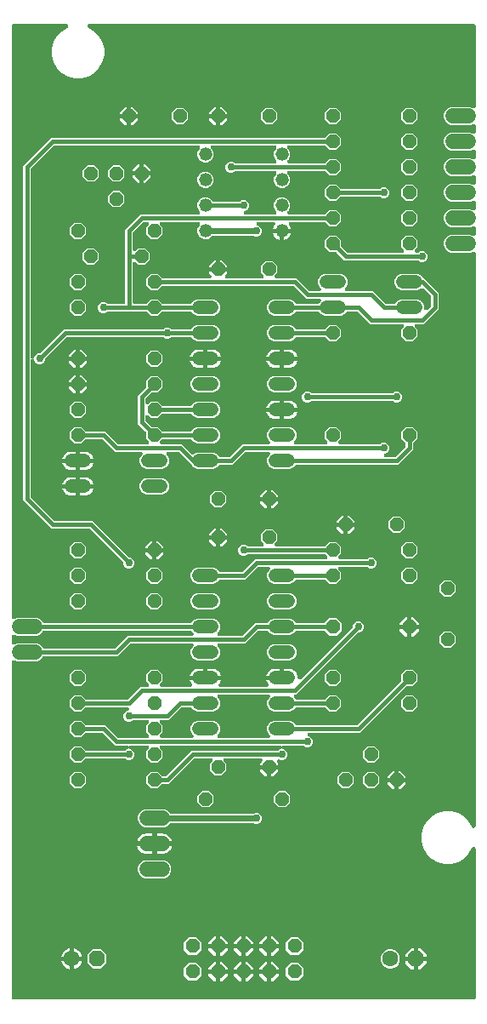
<source format=gbr>
G04 EAGLE Gerber RS-274X export*
G75*
%MOMM*%
%FSLAX34Y34*%
%LPD*%
%INBottom Copper*%
%IPPOS*%
%AMOC8*
5,1,8,0,0,1.08239X$1,22.5*%
G01*
%ADD10C,1.320800*%
%ADD11C,1.320800*%
%ADD12P,1.429621X8X202.500000*%
%ADD13P,1.429621X8X22.500000*%
%ADD14P,1.429621X8X292.500000*%
%ADD15C,1.524000*%
%ADD16P,1.539592X8X22.500000*%
%ADD17P,1.732040X8X22.500000*%
%ADD18C,1.600200*%
%ADD19C,0.756400*%
%ADD20C,0.609600*%
%ADD21C,0.406400*%

G36*
X470426Y10163D02*
X470426Y10163D01*
X470444Y10161D01*
X470626Y10182D01*
X470809Y10201D01*
X470826Y10206D01*
X470843Y10208D01*
X471018Y10265D01*
X471194Y10319D01*
X471209Y10327D01*
X471226Y10333D01*
X471386Y10423D01*
X471548Y10511D01*
X471561Y10522D01*
X471577Y10531D01*
X471716Y10651D01*
X471857Y10768D01*
X471868Y10782D01*
X471882Y10794D01*
X471994Y10939D01*
X472109Y11082D01*
X472117Y11098D01*
X472128Y11112D01*
X472210Y11277D01*
X472295Y11439D01*
X472300Y11456D01*
X472308Y11472D01*
X472355Y11651D01*
X472406Y11826D01*
X472408Y11844D01*
X472412Y11861D01*
X472439Y12192D01*
X472439Y159936D01*
X472432Y160009D01*
X472434Y160082D01*
X472412Y160209D01*
X472399Y160337D01*
X472378Y160407D01*
X472365Y160479D01*
X472319Y160599D01*
X472281Y160722D01*
X472246Y160786D01*
X472220Y160854D01*
X472151Y160963D01*
X472089Y161076D01*
X472043Y161132D01*
X472003Y161194D01*
X471914Y161286D01*
X471832Y161385D01*
X471775Y161431D01*
X471724Y161484D01*
X471618Y161557D01*
X471518Y161637D01*
X471453Y161671D01*
X471393Y161713D01*
X471274Y161764D01*
X471161Y161823D01*
X471090Y161843D01*
X471023Y161872D01*
X470897Y161899D01*
X470774Y161934D01*
X470701Y161940D01*
X470629Y161955D01*
X470501Y161957D01*
X470372Y161967D01*
X470300Y161958D01*
X470226Y161959D01*
X470100Y161935D01*
X469973Y161920D01*
X469903Y161897D01*
X469831Y161884D01*
X469712Y161835D01*
X469590Y161795D01*
X469526Y161759D01*
X469458Y161732D01*
X469351Y161660D01*
X469239Y161597D01*
X469184Y161549D01*
X469123Y161509D01*
X469032Y161418D01*
X468935Y161334D01*
X468890Y161276D01*
X468838Y161225D01*
X468741Y161085D01*
X468688Y161016D01*
X468673Y160987D01*
X468649Y160952D01*
X465435Y155386D01*
X460564Y150515D01*
X454598Y147070D01*
X447944Y145287D01*
X441056Y145287D01*
X434402Y147070D01*
X428436Y150515D01*
X423565Y155386D01*
X420120Y161352D01*
X418337Y168006D01*
X418337Y174894D01*
X420120Y181548D01*
X423565Y187514D01*
X428436Y192385D01*
X434402Y195830D01*
X441056Y197613D01*
X447944Y197613D01*
X454598Y195830D01*
X460564Y192385D01*
X465435Y187514D01*
X468649Y181948D01*
X468692Y181889D01*
X468727Y181824D01*
X468809Y181726D01*
X468884Y181621D01*
X468937Y181571D01*
X468984Y181515D01*
X469084Y181435D01*
X469179Y181347D01*
X469241Y181309D01*
X469298Y181263D01*
X469412Y181204D01*
X469522Y181136D01*
X469590Y181111D01*
X469655Y181077D01*
X469779Y181042D01*
X469899Y180997D01*
X469972Y180986D01*
X470042Y180966D01*
X470171Y180955D01*
X470297Y180936D01*
X470370Y180939D01*
X470444Y180933D01*
X470571Y180948D01*
X470700Y180954D01*
X470771Y180971D01*
X470843Y180980D01*
X470966Y181020D01*
X471090Y181051D01*
X471156Y181082D01*
X471226Y181105D01*
X471338Y181168D01*
X471454Y181223D01*
X471513Y181267D01*
X471577Y181303D01*
X471674Y181387D01*
X471777Y181463D01*
X471826Y181518D01*
X471882Y181566D01*
X471960Y181667D01*
X472046Y181763D01*
X472083Y181826D01*
X472128Y181884D01*
X472186Y181999D01*
X472251Y182110D01*
X472275Y182179D01*
X472308Y182244D01*
X472341Y182369D01*
X472383Y182490D01*
X472393Y182562D01*
X472412Y182633D01*
X472426Y182803D01*
X472438Y182889D01*
X472436Y182922D01*
X472439Y182964D01*
X472439Y752218D01*
X472438Y752231D01*
X472439Y752245D01*
X472418Y752429D01*
X472399Y752618D01*
X472395Y752631D01*
X472394Y752645D01*
X472336Y752824D01*
X472281Y753003D01*
X472275Y753015D01*
X472271Y753028D01*
X472179Y753193D01*
X472089Y753357D01*
X472081Y753368D01*
X472074Y753379D01*
X471952Y753523D01*
X471832Y753667D01*
X471821Y753675D01*
X471813Y753685D01*
X471664Y753802D01*
X471518Y753919D01*
X471506Y753925D01*
X471496Y753933D01*
X471326Y754018D01*
X471161Y754105D01*
X471148Y754108D01*
X471136Y754114D01*
X470953Y754164D01*
X470774Y754216D01*
X470760Y754217D01*
X470747Y754221D01*
X470559Y754233D01*
X470372Y754249D01*
X470359Y754247D01*
X470346Y754248D01*
X470158Y754224D01*
X469973Y754202D01*
X469960Y754198D01*
X469947Y754196D01*
X469631Y754094D01*
X466639Y752855D01*
X447761Y752855D01*
X444400Y754247D01*
X441827Y756820D01*
X440435Y760181D01*
X440435Y763819D01*
X441827Y767180D01*
X444400Y769753D01*
X447761Y771145D01*
X466639Y771145D01*
X469631Y769906D01*
X469644Y769902D01*
X469655Y769895D01*
X469835Y769844D01*
X470016Y769789D01*
X470029Y769788D01*
X470042Y769784D01*
X470230Y769769D01*
X470417Y769751D01*
X470430Y769752D01*
X470444Y769751D01*
X470630Y769773D01*
X470817Y769793D01*
X470830Y769797D01*
X470843Y769798D01*
X471022Y769856D01*
X471202Y769912D01*
X471213Y769919D01*
X471226Y769923D01*
X471390Y770015D01*
X471555Y770106D01*
X471565Y770114D01*
X471577Y770121D01*
X471719Y770243D01*
X471863Y770365D01*
X471871Y770375D01*
X471882Y770384D01*
X471996Y770532D01*
X472114Y770680D01*
X472120Y770692D01*
X472128Y770702D01*
X472212Y770870D01*
X472298Y771038D01*
X472302Y771051D01*
X472308Y771063D01*
X472357Y771245D01*
X472408Y771425D01*
X472409Y771438D01*
X472412Y771451D01*
X472439Y771782D01*
X472439Y777618D01*
X472438Y777631D01*
X472439Y777645D01*
X472418Y777831D01*
X472399Y778018D01*
X472395Y778031D01*
X472394Y778045D01*
X472336Y778224D01*
X472281Y778403D01*
X472275Y778415D01*
X472271Y778428D01*
X472179Y778593D01*
X472089Y778757D01*
X472081Y778768D01*
X472074Y778779D01*
X471952Y778923D01*
X471832Y779067D01*
X471821Y779075D01*
X471813Y779085D01*
X471664Y779202D01*
X471518Y779319D01*
X471506Y779325D01*
X471496Y779333D01*
X471326Y779418D01*
X471161Y779505D01*
X471148Y779508D01*
X471136Y779514D01*
X470953Y779564D01*
X470774Y779616D01*
X470760Y779617D01*
X470747Y779621D01*
X470559Y779633D01*
X470372Y779649D01*
X470359Y779647D01*
X470346Y779648D01*
X470158Y779624D01*
X469973Y779602D01*
X469960Y779598D01*
X469947Y779596D01*
X469631Y779494D01*
X466639Y778255D01*
X447761Y778255D01*
X444400Y779647D01*
X441827Y782220D01*
X440435Y785581D01*
X440435Y789219D01*
X441827Y792580D01*
X444400Y795153D01*
X447761Y796545D01*
X466639Y796545D01*
X469631Y795306D01*
X469644Y795302D01*
X469655Y795295D01*
X469835Y795244D01*
X470016Y795189D01*
X470029Y795188D01*
X470042Y795184D01*
X470230Y795169D01*
X470417Y795151D01*
X470430Y795152D01*
X470444Y795151D01*
X470630Y795173D01*
X470817Y795193D01*
X470830Y795197D01*
X470843Y795198D01*
X471022Y795256D01*
X471202Y795312D01*
X471213Y795319D01*
X471226Y795323D01*
X471390Y795415D01*
X471555Y795506D01*
X471565Y795514D01*
X471577Y795521D01*
X471719Y795643D01*
X471863Y795765D01*
X471871Y795775D01*
X471882Y795784D01*
X471996Y795932D01*
X472114Y796080D01*
X472120Y796092D01*
X472128Y796102D01*
X472212Y796270D01*
X472298Y796438D01*
X472302Y796451D01*
X472308Y796463D01*
X472357Y796645D01*
X472408Y796825D01*
X472409Y796838D01*
X472412Y796851D01*
X472439Y797182D01*
X472439Y803018D01*
X472438Y803031D01*
X472439Y803045D01*
X472418Y803231D01*
X472399Y803418D01*
X472395Y803431D01*
X472394Y803445D01*
X472336Y803624D01*
X472281Y803803D01*
X472275Y803815D01*
X472271Y803828D01*
X472179Y803993D01*
X472089Y804157D01*
X472081Y804168D01*
X472074Y804179D01*
X471952Y804323D01*
X471832Y804467D01*
X471821Y804475D01*
X471813Y804485D01*
X471664Y804602D01*
X471518Y804719D01*
X471506Y804725D01*
X471496Y804733D01*
X471326Y804818D01*
X471161Y804905D01*
X471148Y804908D01*
X471136Y804914D01*
X470953Y804964D01*
X470774Y805016D01*
X470760Y805017D01*
X470747Y805021D01*
X470559Y805033D01*
X470372Y805049D01*
X470359Y805047D01*
X470346Y805048D01*
X470158Y805024D01*
X469973Y805002D01*
X469960Y804998D01*
X469947Y804996D01*
X469631Y804894D01*
X466639Y803655D01*
X447761Y803655D01*
X444400Y805047D01*
X441827Y807620D01*
X440435Y810981D01*
X440435Y814619D01*
X441827Y817980D01*
X444400Y820553D01*
X444967Y820787D01*
X444967Y820788D01*
X447761Y821945D01*
X466639Y821945D01*
X469631Y820706D01*
X469644Y820702D01*
X469655Y820695D01*
X469835Y820644D01*
X470016Y820589D01*
X470029Y820588D01*
X470042Y820584D01*
X470230Y820569D01*
X470417Y820551D01*
X470430Y820552D01*
X470444Y820551D01*
X470630Y820573D01*
X470817Y820593D01*
X470830Y820597D01*
X470843Y820598D01*
X471022Y820656D01*
X471202Y820712D01*
X471213Y820719D01*
X471226Y820723D01*
X471390Y820815D01*
X471555Y820906D01*
X471565Y820914D01*
X471577Y820921D01*
X471719Y821043D01*
X471863Y821165D01*
X471871Y821175D01*
X471882Y821184D01*
X471996Y821332D01*
X472114Y821480D01*
X472120Y821492D01*
X472128Y821502D01*
X472212Y821670D01*
X472298Y821838D01*
X472302Y821851D01*
X472308Y821863D01*
X472357Y822045D01*
X472408Y822225D01*
X472409Y822238D01*
X472412Y822251D01*
X472439Y822582D01*
X472439Y828418D01*
X472438Y828431D01*
X472439Y828445D01*
X472418Y828631D01*
X472399Y828818D01*
X472395Y828831D01*
X472394Y828845D01*
X472336Y829024D01*
X472281Y829203D01*
X472275Y829215D01*
X472271Y829228D01*
X472179Y829393D01*
X472089Y829557D01*
X472081Y829568D01*
X472074Y829579D01*
X471952Y829723D01*
X471832Y829867D01*
X471821Y829875D01*
X471813Y829885D01*
X471664Y830002D01*
X471518Y830119D01*
X471506Y830125D01*
X471496Y830133D01*
X471326Y830218D01*
X471161Y830305D01*
X471148Y830308D01*
X471136Y830314D01*
X470953Y830364D01*
X470774Y830416D01*
X470760Y830417D01*
X470747Y830421D01*
X470559Y830433D01*
X470372Y830449D01*
X470359Y830447D01*
X470346Y830448D01*
X470158Y830424D01*
X469973Y830402D01*
X469960Y830398D01*
X469947Y830396D01*
X469631Y830294D01*
X466639Y829055D01*
X447761Y829055D01*
X444400Y830447D01*
X441827Y833020D01*
X440435Y836381D01*
X440435Y840019D01*
X441827Y843380D01*
X444400Y845953D01*
X447396Y847194D01*
X447397Y847194D01*
X447761Y847345D01*
X466639Y847345D01*
X469631Y846106D01*
X469644Y846102D01*
X469655Y846095D01*
X469835Y846044D01*
X470016Y845989D01*
X470029Y845988D01*
X470042Y845984D01*
X470230Y845969D01*
X470417Y845951D01*
X470430Y845952D01*
X470444Y845951D01*
X470630Y845973D01*
X470817Y845993D01*
X470830Y845997D01*
X470843Y845998D01*
X471022Y846056D01*
X471202Y846112D01*
X471213Y846119D01*
X471226Y846123D01*
X471390Y846215D01*
X471555Y846306D01*
X471565Y846314D01*
X471577Y846321D01*
X471719Y846443D01*
X471863Y846565D01*
X471871Y846575D01*
X471882Y846584D01*
X471996Y846732D01*
X472114Y846880D01*
X472120Y846892D01*
X472128Y846902D01*
X472212Y847070D01*
X472298Y847238D01*
X472302Y847251D01*
X472308Y847263D01*
X472357Y847445D01*
X472408Y847625D01*
X472409Y847638D01*
X472412Y847651D01*
X472439Y847982D01*
X472439Y853818D01*
X472438Y853831D01*
X472439Y853845D01*
X472418Y854031D01*
X472399Y854218D01*
X472395Y854231D01*
X472394Y854245D01*
X472336Y854424D01*
X472281Y854603D01*
X472275Y854615D01*
X472271Y854628D01*
X472179Y854793D01*
X472089Y854957D01*
X472081Y854968D01*
X472074Y854979D01*
X471952Y855123D01*
X471832Y855267D01*
X471821Y855275D01*
X471813Y855285D01*
X471664Y855402D01*
X471518Y855519D01*
X471506Y855525D01*
X471496Y855533D01*
X471326Y855618D01*
X471161Y855705D01*
X471148Y855708D01*
X471136Y855714D01*
X470953Y855764D01*
X470774Y855816D01*
X470760Y855817D01*
X470747Y855821D01*
X470559Y855833D01*
X470372Y855849D01*
X470359Y855847D01*
X470346Y855848D01*
X470158Y855824D01*
X469973Y855802D01*
X469960Y855798D01*
X469947Y855796D01*
X469631Y855694D01*
X466639Y854455D01*
X447761Y854455D01*
X444400Y855847D01*
X441827Y858420D01*
X440435Y861781D01*
X440435Y865419D01*
X441827Y868780D01*
X444400Y871353D01*
X447761Y872745D01*
X466639Y872745D01*
X469631Y871506D01*
X469644Y871502D01*
X469655Y871495D01*
X469835Y871444D01*
X470016Y871389D01*
X470029Y871388D01*
X470042Y871384D01*
X470230Y871369D01*
X470417Y871351D01*
X470430Y871352D01*
X470444Y871351D01*
X470630Y871373D01*
X470817Y871393D01*
X470830Y871397D01*
X470843Y871398D01*
X471022Y871456D01*
X471202Y871512D01*
X471213Y871519D01*
X471226Y871523D01*
X471390Y871615D01*
X471555Y871706D01*
X471565Y871714D01*
X471577Y871721D01*
X471719Y871843D01*
X471863Y871965D01*
X471871Y871975D01*
X471882Y871984D01*
X471996Y872132D01*
X472114Y872280D01*
X472120Y872292D01*
X472128Y872302D01*
X472212Y872470D01*
X472298Y872638D01*
X472302Y872651D01*
X472308Y872663D01*
X472357Y872845D01*
X472408Y873025D01*
X472409Y873038D01*
X472412Y873051D01*
X472439Y873382D01*
X472439Y879218D01*
X472438Y879231D01*
X472439Y879245D01*
X472418Y879431D01*
X472399Y879618D01*
X472395Y879631D01*
X472394Y879645D01*
X472336Y879824D01*
X472281Y880003D01*
X472275Y880015D01*
X472271Y880028D01*
X472179Y880193D01*
X472089Y880357D01*
X472081Y880368D01*
X472074Y880379D01*
X471952Y880523D01*
X471832Y880667D01*
X471821Y880675D01*
X471813Y880685D01*
X471664Y880802D01*
X471518Y880919D01*
X471506Y880925D01*
X471496Y880933D01*
X471326Y881018D01*
X471161Y881105D01*
X471148Y881108D01*
X471136Y881114D01*
X470953Y881164D01*
X470774Y881216D01*
X470760Y881217D01*
X470747Y881221D01*
X470559Y881233D01*
X470372Y881249D01*
X470359Y881247D01*
X470346Y881248D01*
X470158Y881224D01*
X469973Y881202D01*
X469960Y881198D01*
X469947Y881196D01*
X469631Y881094D01*
X466639Y879855D01*
X447761Y879855D01*
X444400Y881247D01*
X441827Y883820D01*
X440435Y887181D01*
X440435Y890819D01*
X441827Y894180D01*
X444400Y896753D01*
X447761Y898145D01*
X466639Y898145D01*
X469631Y896906D01*
X469644Y896902D01*
X469655Y896895D01*
X469835Y896844D01*
X470016Y896789D01*
X470029Y896788D01*
X470042Y896784D01*
X470230Y896769D01*
X470417Y896751D01*
X470430Y896752D01*
X470444Y896751D01*
X470630Y896773D01*
X470817Y896793D01*
X470830Y896797D01*
X470843Y896798D01*
X471022Y896856D01*
X471202Y896912D01*
X471213Y896919D01*
X471226Y896923D01*
X471390Y897015D01*
X471555Y897106D01*
X471565Y897114D01*
X471577Y897121D01*
X471719Y897243D01*
X471863Y897365D01*
X471871Y897375D01*
X471882Y897384D01*
X471996Y897532D01*
X472114Y897680D01*
X472120Y897692D01*
X472128Y897702D01*
X472212Y897870D01*
X472298Y898038D01*
X472302Y898051D01*
X472308Y898063D01*
X472357Y898245D01*
X472408Y898425D01*
X472409Y898438D01*
X472412Y898451D01*
X472439Y898782D01*
X472439Y978408D01*
X472437Y978426D01*
X472439Y978444D01*
X472418Y978626D01*
X472399Y978809D01*
X472394Y978826D01*
X472392Y978843D01*
X472335Y979018D01*
X472281Y979194D01*
X472273Y979209D01*
X472267Y979226D01*
X472177Y979386D01*
X472089Y979548D01*
X472078Y979561D01*
X472069Y979577D01*
X471949Y979716D01*
X471832Y979857D01*
X471818Y979868D01*
X471806Y979882D01*
X471661Y979994D01*
X471518Y980109D01*
X471502Y980117D01*
X471488Y980128D01*
X471323Y980210D01*
X471161Y980295D01*
X471144Y980300D01*
X471128Y980308D01*
X470949Y980355D01*
X470774Y980406D01*
X470756Y980408D01*
X470739Y980412D01*
X470408Y980439D01*
X87714Y980439D01*
X87641Y980432D01*
X87568Y980434D01*
X87441Y980412D01*
X87313Y980399D01*
X87243Y980378D01*
X87171Y980365D01*
X87051Y980319D01*
X86928Y980281D01*
X86864Y980246D01*
X86796Y980220D01*
X86687Y980151D01*
X86574Y980089D01*
X86518Y980043D01*
X86456Y980003D01*
X86364Y979914D01*
X86265Y979832D01*
X86219Y979775D01*
X86166Y979724D01*
X86093Y979618D01*
X86013Y979518D01*
X85979Y979453D01*
X85937Y979393D01*
X85886Y979274D01*
X85827Y979161D01*
X85807Y979090D01*
X85778Y979023D01*
X85751Y978897D01*
X85716Y978774D01*
X85710Y978701D01*
X85695Y978629D01*
X85693Y978501D01*
X85683Y978372D01*
X85692Y978300D01*
X85691Y978226D01*
X85715Y978100D01*
X85730Y977973D01*
X85753Y977903D01*
X85766Y977831D01*
X85815Y977712D01*
X85855Y977590D01*
X85891Y977526D01*
X85918Y977458D01*
X85990Y977351D01*
X86053Y977239D01*
X86101Y977184D01*
X86141Y977123D01*
X86232Y977032D01*
X86316Y976935D01*
X86374Y976890D01*
X86425Y976838D01*
X86565Y976741D01*
X86634Y976688D01*
X86663Y976673D01*
X86698Y976649D01*
X92264Y973435D01*
X97135Y968564D01*
X100580Y962598D01*
X102363Y955944D01*
X102363Y949056D01*
X100580Y942402D01*
X97135Y936436D01*
X92264Y931565D01*
X86298Y928120D01*
X79644Y926337D01*
X72756Y926337D01*
X66102Y928120D01*
X60136Y931565D01*
X55265Y936436D01*
X51820Y942402D01*
X50037Y949056D01*
X50037Y955944D01*
X51820Y962598D01*
X55265Y968564D01*
X60136Y973435D01*
X65702Y976649D01*
X65761Y976692D01*
X65826Y976727D01*
X65924Y976809D01*
X66029Y976884D01*
X66079Y976937D01*
X66135Y976984D01*
X66215Y977084D01*
X66303Y977179D01*
X66341Y977241D01*
X66387Y977298D01*
X66446Y977412D01*
X66514Y977522D01*
X66539Y977590D01*
X66573Y977655D01*
X66608Y977779D01*
X66653Y977899D01*
X66664Y977972D01*
X66684Y978042D01*
X66695Y978171D01*
X66714Y978297D01*
X66711Y978370D01*
X66717Y978444D01*
X66702Y978571D01*
X66696Y978700D01*
X66679Y978771D01*
X66670Y978843D01*
X66630Y978966D01*
X66599Y979090D01*
X66568Y979156D01*
X66545Y979226D01*
X66482Y979338D01*
X66427Y979454D01*
X66383Y979513D01*
X66347Y979577D01*
X66263Y979674D01*
X66187Y979777D01*
X66132Y979826D01*
X66084Y979882D01*
X65983Y979960D01*
X65887Y980046D01*
X65824Y980083D01*
X65766Y980128D01*
X65651Y980186D01*
X65540Y980251D01*
X65471Y980275D01*
X65406Y980308D01*
X65281Y980341D01*
X65160Y980383D01*
X65088Y980393D01*
X65017Y980412D01*
X64847Y980426D01*
X64761Y980438D01*
X64728Y980436D01*
X64686Y980439D01*
X12192Y980439D01*
X12174Y980437D01*
X12156Y980439D01*
X11974Y980418D01*
X11791Y980399D01*
X11774Y980394D01*
X11757Y980392D01*
X11582Y980335D01*
X11406Y980281D01*
X11391Y980273D01*
X11374Y980267D01*
X11214Y980177D01*
X11052Y980089D01*
X11039Y980078D01*
X11023Y980069D01*
X10884Y979949D01*
X10743Y979832D01*
X10732Y979818D01*
X10718Y979806D01*
X10606Y979661D01*
X10491Y979518D01*
X10483Y979502D01*
X10472Y979488D01*
X10390Y979323D01*
X10305Y979161D01*
X10300Y979144D01*
X10292Y979128D01*
X10245Y978949D01*
X10194Y978774D01*
X10192Y978756D01*
X10188Y978739D01*
X10161Y978408D01*
X10161Y390782D01*
X10162Y390769D01*
X10161Y390755D01*
X10182Y390569D01*
X10201Y390382D01*
X10205Y390369D01*
X10206Y390355D01*
X10264Y390176D01*
X10319Y389997D01*
X10325Y389985D01*
X10329Y389972D01*
X10421Y389807D01*
X10511Y389643D01*
X10519Y389632D01*
X10526Y389621D01*
X10648Y389477D01*
X10768Y389333D01*
X10779Y389325D01*
X10787Y389315D01*
X10936Y389198D01*
X11082Y389081D01*
X11094Y389075D01*
X11104Y389067D01*
X11274Y388982D01*
X11439Y388895D01*
X11452Y388892D01*
X11464Y388886D01*
X11647Y388836D01*
X11826Y388784D01*
X11840Y388783D01*
X11853Y388779D01*
X12041Y388767D01*
X12228Y388751D01*
X12241Y388753D01*
X12254Y388752D01*
X12442Y388776D01*
X12627Y388798D01*
X12640Y388802D01*
X12653Y388804D01*
X12969Y388906D01*
X15961Y390145D01*
X34839Y390145D01*
X38200Y388753D01*
X40773Y386180D01*
X40926Y385811D01*
X40936Y385791D01*
X40943Y385770D01*
X41031Y385614D01*
X41116Y385456D01*
X41130Y385439D01*
X41141Y385419D01*
X41258Y385283D01*
X41372Y385145D01*
X41389Y385131D01*
X41404Y385114D01*
X41545Y385005D01*
X41685Y384892D01*
X41705Y384881D01*
X41722Y384868D01*
X41882Y384788D01*
X42041Y384705D01*
X42063Y384698D01*
X42083Y384688D01*
X42256Y384642D01*
X42428Y384592D01*
X42450Y384590D01*
X42471Y384584D01*
X42802Y384557D01*
X187914Y384557D01*
X187936Y384559D01*
X187958Y384557D01*
X188135Y384579D01*
X188314Y384597D01*
X188335Y384603D01*
X188358Y384606D01*
X188527Y384662D01*
X188699Y384715D01*
X188719Y384725D01*
X188740Y384732D01*
X188895Y384821D01*
X189053Y384907D01*
X189070Y384921D01*
X189090Y384932D01*
X189225Y385050D01*
X189362Y385164D01*
X189376Y385182D01*
X189393Y385196D01*
X189502Y385338D01*
X189615Y385478D01*
X189625Y385498D01*
X189639Y385516D01*
X189663Y385562D01*
X191991Y387891D01*
X192571Y388131D01*
X194979Y389129D01*
X211421Y389129D01*
X214409Y387891D01*
X216695Y385605D01*
X217933Y382617D01*
X217933Y379383D01*
X216695Y376395D01*
X215624Y375324D01*
X215618Y375317D01*
X215612Y375312D01*
X215490Y375161D01*
X215369Y375013D01*
X215365Y375005D01*
X215359Y374998D01*
X215271Y374828D01*
X215180Y374657D01*
X215178Y374648D01*
X215174Y374641D01*
X215121Y374456D01*
X215066Y374271D01*
X215065Y374262D01*
X215062Y374254D01*
X215047Y374062D01*
X215029Y373870D01*
X215030Y373861D01*
X215029Y373852D01*
X215052Y373662D01*
X215073Y373470D01*
X215075Y373461D01*
X215076Y373453D01*
X215136Y373271D01*
X215194Y373086D01*
X215198Y373078D01*
X215201Y373070D01*
X215296Y372903D01*
X215389Y372734D01*
X215395Y372727D01*
X215399Y372719D01*
X215524Y372574D01*
X215649Y372427D01*
X215656Y372421D01*
X215662Y372414D01*
X215813Y372298D01*
X215965Y372177D01*
X215973Y372173D01*
X215980Y372168D01*
X216151Y372083D01*
X216324Y371995D01*
X216333Y371992D01*
X216341Y371988D01*
X216526Y371939D01*
X216712Y371887D01*
X216721Y371886D01*
X216730Y371884D01*
X217060Y371857D01*
X238985Y371857D01*
X239012Y371859D01*
X239039Y371857D01*
X239213Y371879D01*
X239386Y371897D01*
X239411Y371904D01*
X239438Y371908D01*
X239604Y371963D01*
X239771Y372015D01*
X239794Y372028D01*
X239820Y372036D01*
X239971Y372123D01*
X240125Y372207D01*
X240145Y372224D01*
X240169Y372237D01*
X240422Y372452D01*
X252527Y384557D01*
X264114Y384557D01*
X264136Y384559D01*
X264158Y384557D01*
X264335Y384579D01*
X264514Y384597D01*
X264535Y384603D01*
X264558Y384606D01*
X264727Y384662D01*
X264899Y384715D01*
X264919Y384725D01*
X264940Y384732D01*
X265095Y384821D01*
X265253Y384907D01*
X265270Y384921D01*
X265290Y384932D01*
X265425Y385050D01*
X265562Y385164D01*
X265576Y385182D01*
X265593Y385196D01*
X265702Y385338D01*
X265815Y385478D01*
X265825Y385498D01*
X265839Y385516D01*
X265863Y385562D01*
X268191Y387891D01*
X268771Y388131D01*
X271179Y389129D01*
X287621Y389129D01*
X290609Y387891D01*
X292949Y385551D01*
X293000Y385456D01*
X293014Y385439D01*
X293025Y385419D01*
X293142Y385284D01*
X293256Y385145D01*
X293274Y385131D01*
X293288Y385114D01*
X293430Y385005D01*
X293569Y384892D01*
X293589Y384881D01*
X293606Y384868D01*
X293767Y384788D01*
X293926Y384705D01*
X293947Y384698D01*
X293967Y384688D01*
X294141Y384642D01*
X294312Y384592D01*
X294334Y384590D01*
X294356Y384584D01*
X294686Y384557D01*
X320701Y384557D01*
X320728Y384559D01*
X320754Y384557D01*
X320928Y384579D01*
X321102Y384597D01*
X321127Y384604D01*
X321154Y384608D01*
X321320Y384663D01*
X321487Y384715D01*
X321510Y384728D01*
X321536Y384736D01*
X321687Y384823D01*
X321841Y384907D01*
X321861Y384924D01*
X321884Y384937D01*
X322137Y385152D01*
X326623Y389637D01*
X333777Y389637D01*
X338837Y384577D01*
X338837Y377423D01*
X333777Y372363D01*
X326623Y372363D01*
X322137Y376848D01*
X322117Y376865D01*
X322099Y376886D01*
X321961Y376993D01*
X321826Y377103D01*
X321802Y377116D01*
X321781Y377132D01*
X321624Y377210D01*
X321470Y377292D01*
X321445Y377300D01*
X321421Y377312D01*
X321251Y377357D01*
X321084Y377407D01*
X321058Y377409D01*
X321032Y377416D01*
X320701Y377443D01*
X294686Y377443D01*
X294664Y377441D01*
X294642Y377443D01*
X294465Y377421D01*
X294286Y377403D01*
X294265Y377397D01*
X294242Y377394D01*
X294073Y377338D01*
X293901Y377285D01*
X293881Y377275D01*
X293860Y377268D01*
X293705Y377179D01*
X293547Y377093D01*
X293530Y377079D01*
X293510Y377068D01*
X293375Y376950D01*
X293238Y376836D01*
X293224Y376818D01*
X293207Y376804D01*
X293098Y376662D01*
X292985Y376522D01*
X292975Y376502D01*
X292961Y376484D01*
X292937Y376438D01*
X290609Y374109D01*
X287621Y372871D01*
X271179Y372871D01*
X268191Y374109D01*
X265851Y376449D01*
X265800Y376544D01*
X265786Y376561D01*
X265775Y376581D01*
X265658Y376716D01*
X265544Y376855D01*
X265526Y376869D01*
X265512Y376886D01*
X265371Y376995D01*
X265231Y377108D01*
X265211Y377119D01*
X265194Y377132D01*
X265033Y377212D01*
X264874Y377295D01*
X264853Y377302D01*
X264833Y377312D01*
X264659Y377358D01*
X264488Y377408D01*
X264466Y377410D01*
X264444Y377416D01*
X264114Y377443D01*
X256315Y377443D01*
X256288Y377441D01*
X256261Y377443D01*
X256087Y377421D01*
X255914Y377403D01*
X255889Y377396D01*
X255862Y377392D01*
X255696Y377337D01*
X255529Y377285D01*
X255506Y377272D01*
X255480Y377264D01*
X255329Y377177D01*
X255175Y377093D01*
X255155Y377076D01*
X255131Y377063D01*
X254878Y376848D01*
X242773Y364743D01*
X217060Y364743D01*
X217052Y364742D01*
X217043Y364743D01*
X216851Y364722D01*
X216660Y364703D01*
X216651Y364701D01*
X216642Y364700D01*
X216460Y364642D01*
X216275Y364585D01*
X216267Y364581D01*
X216258Y364578D01*
X216090Y364485D01*
X215921Y364393D01*
X215914Y364388D01*
X215906Y364383D01*
X215758Y364258D01*
X215612Y364136D01*
X215606Y364129D01*
X215599Y364123D01*
X215480Y363972D01*
X215359Y363822D01*
X215355Y363814D01*
X215350Y363807D01*
X215263Y363636D01*
X215174Y363465D01*
X215171Y363456D01*
X215167Y363448D01*
X215115Y363262D01*
X215062Y363078D01*
X215062Y363069D01*
X215059Y363060D01*
X215045Y362868D01*
X215029Y362676D01*
X215030Y362668D01*
X215030Y362659D01*
X215054Y362466D01*
X215076Y362277D01*
X215079Y362268D01*
X215080Y362259D01*
X215142Y362076D01*
X215201Y361894D01*
X215206Y361886D01*
X215208Y361878D01*
X215304Y361712D01*
X215399Y361543D01*
X215405Y361536D01*
X215409Y361529D01*
X215624Y361276D01*
X216695Y360205D01*
X217933Y357217D01*
X217933Y353983D01*
X216695Y350995D01*
X214409Y348709D01*
X211421Y347471D01*
X194979Y347471D01*
X191991Y348709D01*
X189705Y350995D01*
X188467Y353983D01*
X188467Y357217D01*
X189705Y360205D01*
X190776Y361276D01*
X190782Y361283D01*
X190788Y361288D01*
X190910Y361439D01*
X191031Y361587D01*
X191035Y361595D01*
X191041Y361602D01*
X191129Y361772D01*
X191220Y361943D01*
X191222Y361952D01*
X191226Y361959D01*
X191279Y362144D01*
X191334Y362329D01*
X191335Y362338D01*
X191338Y362346D01*
X191353Y362537D01*
X191371Y362730D01*
X191370Y362739D01*
X191371Y362748D01*
X191348Y362937D01*
X191327Y363130D01*
X191325Y363139D01*
X191324Y363147D01*
X191264Y363329D01*
X191206Y363514D01*
X191202Y363522D01*
X191199Y363530D01*
X191105Y363697D01*
X191011Y363866D01*
X191005Y363873D01*
X191001Y363881D01*
X190876Y364026D01*
X190751Y364173D01*
X190744Y364179D01*
X190738Y364186D01*
X190587Y364302D01*
X190435Y364423D01*
X190427Y364427D01*
X190420Y364432D01*
X190249Y364517D01*
X190076Y364605D01*
X190067Y364608D01*
X190059Y364612D01*
X189874Y364661D01*
X189688Y364713D01*
X189679Y364714D01*
X189670Y364716D01*
X189340Y364743D01*
X129315Y364743D01*
X129288Y364741D01*
X129261Y364743D01*
X129087Y364721D01*
X128914Y364703D01*
X128889Y364696D01*
X128862Y364692D01*
X128696Y364637D01*
X128529Y364585D01*
X128506Y364572D01*
X128480Y364564D01*
X128329Y364477D01*
X128175Y364393D01*
X128155Y364376D01*
X128131Y364363D01*
X127878Y364148D01*
X115773Y352043D01*
X42802Y352043D01*
X42780Y352041D01*
X42758Y352043D01*
X42580Y352021D01*
X42402Y352003D01*
X42380Y351997D01*
X42358Y351994D01*
X42188Y351938D01*
X42017Y351885D01*
X41997Y351875D01*
X41976Y351868D01*
X41820Y351779D01*
X41663Y351693D01*
X41645Y351679D01*
X41626Y351668D01*
X41491Y351550D01*
X41353Y351436D01*
X41339Y351418D01*
X41323Y351404D01*
X41213Y351261D01*
X41101Y351122D01*
X41091Y351102D01*
X41077Y351084D01*
X40926Y350789D01*
X40773Y350420D01*
X38200Y347847D01*
X34839Y346455D01*
X15961Y346455D01*
X12969Y347694D01*
X12956Y347698D01*
X12945Y347705D01*
X12765Y347756D01*
X12584Y347811D01*
X12571Y347812D01*
X12558Y347816D01*
X12370Y347831D01*
X12183Y347849D01*
X12170Y347848D01*
X12156Y347849D01*
X11970Y347827D01*
X11783Y347807D01*
X11770Y347803D01*
X11757Y347802D01*
X11578Y347744D01*
X11398Y347688D01*
X11387Y347681D01*
X11374Y347677D01*
X11210Y347585D01*
X11045Y347494D01*
X11035Y347486D01*
X11023Y347479D01*
X10881Y347357D01*
X10737Y347235D01*
X10729Y347225D01*
X10718Y347216D01*
X10604Y347068D01*
X10486Y346920D01*
X10480Y346908D01*
X10472Y346898D01*
X10388Y346730D01*
X10302Y346562D01*
X10298Y346549D01*
X10292Y346537D01*
X10243Y346355D01*
X10192Y346175D01*
X10191Y346162D01*
X10188Y346149D01*
X10161Y345818D01*
X10161Y12192D01*
X10163Y12174D01*
X10161Y12156D01*
X10182Y11974D01*
X10201Y11791D01*
X10206Y11774D01*
X10208Y11757D01*
X10265Y11582D01*
X10319Y11406D01*
X10327Y11391D01*
X10333Y11374D01*
X10423Y11214D01*
X10511Y11052D01*
X10522Y11039D01*
X10531Y11023D01*
X10651Y10884D01*
X10768Y10743D01*
X10782Y10732D01*
X10794Y10718D01*
X10939Y10606D01*
X11082Y10491D01*
X11098Y10483D01*
X11112Y10472D01*
X11277Y10390D01*
X11439Y10305D01*
X11456Y10300D01*
X11472Y10292D01*
X11651Y10245D01*
X11826Y10194D01*
X11844Y10192D01*
X11861Y10188D01*
X12192Y10161D01*
X470408Y10161D01*
X470426Y10163D01*
G37*
%LPC*%
G36*
X149033Y245871D02*
X149033Y245871D01*
X144271Y250633D01*
X144271Y257367D01*
X146580Y259676D01*
X146586Y259683D01*
X146592Y259688D01*
X146713Y259838D01*
X146835Y259987D01*
X146839Y259995D01*
X146845Y260002D01*
X146933Y260172D01*
X147024Y260343D01*
X147026Y260352D01*
X147030Y260359D01*
X147083Y260544D01*
X147138Y260729D01*
X147139Y260738D01*
X147142Y260746D01*
X147157Y260937D01*
X147175Y261130D01*
X147174Y261139D01*
X147175Y261148D01*
X147152Y261337D01*
X147131Y261530D01*
X147129Y261539D01*
X147128Y261547D01*
X147068Y261729D01*
X147010Y261914D01*
X147006Y261922D01*
X147003Y261930D01*
X146908Y262098D01*
X146815Y262266D01*
X146809Y262273D01*
X146805Y262281D01*
X146679Y262427D01*
X146555Y262573D01*
X146548Y262579D01*
X146542Y262586D01*
X146390Y262703D01*
X146239Y262823D01*
X146231Y262827D01*
X146224Y262832D01*
X146052Y262918D01*
X145880Y263005D01*
X145871Y263008D01*
X145863Y263012D01*
X145677Y263062D01*
X145492Y263113D01*
X145483Y263114D01*
X145474Y263116D01*
X145144Y263143D01*
X129005Y263143D01*
X129001Y263143D01*
X128996Y263143D01*
X128802Y263123D01*
X128605Y263103D01*
X128600Y263102D01*
X128596Y263102D01*
X128408Y263043D01*
X128220Y262985D01*
X128216Y262983D01*
X128211Y262982D01*
X128037Y262886D01*
X127866Y262793D01*
X127862Y262791D01*
X127858Y262788D01*
X127705Y262660D01*
X127556Y262536D01*
X127554Y262532D01*
X127550Y262529D01*
X127427Y262375D01*
X127304Y262222D01*
X127302Y262218D01*
X127299Y262215D01*
X127210Y262040D01*
X127118Y261865D01*
X127117Y261860D01*
X127115Y261856D01*
X127062Y261669D01*
X127007Y261478D01*
X127007Y261473D01*
X127006Y261469D01*
X126999Y261380D01*
X126981Y261539D01*
X126979Y261543D01*
X126979Y261547D01*
X126918Y261733D01*
X126858Y261922D01*
X126855Y261926D01*
X126854Y261930D01*
X126757Y262103D01*
X126661Y262274D01*
X126658Y262277D01*
X126656Y262281D01*
X126528Y262430D01*
X126399Y262579D01*
X126396Y262582D01*
X126393Y262586D01*
X126238Y262706D01*
X126082Y262828D01*
X126078Y262830D01*
X126075Y262832D01*
X125897Y262921D01*
X125723Y263008D01*
X125718Y263010D01*
X125714Y263012D01*
X125522Y263063D01*
X125334Y263115D01*
X125330Y263115D01*
X125326Y263116D01*
X124995Y263143D01*
X112827Y263143D01*
X100722Y275248D01*
X100701Y275265D01*
X100683Y275286D01*
X100546Y275393D01*
X100410Y275503D01*
X100387Y275516D01*
X100365Y275532D01*
X100208Y275610D01*
X100054Y275692D01*
X100029Y275700D01*
X100005Y275712D01*
X99835Y275757D01*
X99669Y275807D01*
X99642Y275809D01*
X99616Y275816D01*
X99285Y275843D01*
X84980Y275843D01*
X84954Y275841D01*
X84927Y275843D01*
X84753Y275821D01*
X84580Y275803D01*
X84554Y275796D01*
X84528Y275792D01*
X84362Y275737D01*
X84195Y275685D01*
X84171Y275672D01*
X84146Y275664D01*
X83994Y275577D01*
X83841Y275493D01*
X83820Y275476D01*
X83797Y275463D01*
X83544Y275248D01*
X79567Y271271D01*
X72833Y271271D01*
X68071Y276033D01*
X68071Y282767D01*
X72833Y287529D01*
X79567Y287529D01*
X83544Y283552D01*
X83565Y283535D01*
X83582Y283514D01*
X83720Y283407D01*
X83856Y283297D01*
X83879Y283284D01*
X83900Y283268D01*
X84057Y283190D01*
X84211Y283108D01*
X84237Y283100D01*
X84261Y283088D01*
X84430Y283043D01*
X84597Y282993D01*
X84624Y282991D01*
X84650Y282984D01*
X84980Y282957D01*
X103073Y282957D01*
X115178Y270852D01*
X115199Y270835D01*
X115217Y270814D01*
X115354Y270707D01*
X115490Y270597D01*
X115513Y270584D01*
X115535Y270568D01*
X115692Y270490D01*
X115846Y270408D01*
X115871Y270400D01*
X115895Y270388D01*
X116065Y270343D01*
X116231Y270293D01*
X116258Y270291D01*
X116284Y270284D01*
X116615Y270257D01*
X145144Y270257D01*
X145152Y270258D01*
X145161Y270257D01*
X145353Y270278D01*
X145544Y270297D01*
X145553Y270299D01*
X145562Y270300D01*
X145744Y270358D01*
X145929Y270415D01*
X145937Y270419D01*
X145946Y270422D01*
X146114Y270515D01*
X146283Y270607D01*
X146290Y270612D01*
X146298Y270617D01*
X146445Y270741D01*
X146592Y270864D01*
X146598Y270871D01*
X146605Y270877D01*
X146724Y271028D01*
X146845Y271178D01*
X146849Y271186D01*
X146854Y271193D01*
X146942Y271366D01*
X147030Y271535D01*
X147033Y271544D01*
X147037Y271552D01*
X147089Y271738D01*
X147142Y271922D01*
X147142Y271931D01*
X147145Y271940D01*
X147159Y272133D01*
X147175Y272324D01*
X147174Y272332D01*
X147174Y272341D01*
X147150Y272534D01*
X147128Y272723D01*
X147125Y272732D01*
X147124Y272741D01*
X147062Y272924D01*
X147003Y273106D01*
X146998Y273114D01*
X146996Y273122D01*
X146900Y273288D01*
X146805Y273457D01*
X146799Y273464D01*
X146795Y273471D01*
X146580Y273724D01*
X144271Y276033D01*
X144271Y282767D01*
X146580Y285076D01*
X146586Y285083D01*
X146592Y285088D01*
X146713Y285238D01*
X146835Y285387D01*
X146839Y285395D01*
X146845Y285402D01*
X146933Y285572D01*
X147024Y285743D01*
X147026Y285752D01*
X147030Y285759D01*
X147083Y285944D01*
X147138Y286129D01*
X147139Y286138D01*
X147142Y286146D01*
X147157Y286337D01*
X147175Y286530D01*
X147174Y286539D01*
X147175Y286548D01*
X147152Y286737D01*
X147131Y286930D01*
X147129Y286939D01*
X147128Y286947D01*
X147068Y287129D01*
X147010Y287314D01*
X147006Y287322D01*
X147003Y287330D01*
X146908Y287499D01*
X146815Y287666D01*
X146809Y287673D01*
X146805Y287681D01*
X146679Y287827D01*
X146555Y287973D01*
X146548Y287979D01*
X146542Y287986D01*
X146390Y288103D01*
X146239Y288223D01*
X146231Y288227D01*
X146224Y288232D01*
X146052Y288318D01*
X145880Y288405D01*
X145871Y288408D01*
X145863Y288412D01*
X145677Y288462D01*
X145492Y288513D01*
X145483Y288514D01*
X145474Y288516D01*
X145144Y288543D01*
X131790Y288543D01*
X131763Y288541D01*
X131736Y288543D01*
X131562Y288521D01*
X131389Y288503D01*
X131363Y288496D01*
X131337Y288492D01*
X131171Y288437D01*
X131004Y288385D01*
X130980Y288372D01*
X130955Y288364D01*
X130803Y288277D01*
X130650Y288193D01*
X130629Y288176D01*
X130606Y288163D01*
X130353Y287948D01*
X130006Y287601D01*
X128056Y286793D01*
X125944Y286793D01*
X123994Y287601D01*
X122501Y289094D01*
X121693Y291044D01*
X121693Y293156D01*
X122501Y295106D01*
X123994Y296599D01*
X124298Y296725D01*
X124299Y296725D01*
X125772Y297335D01*
X125776Y297337D01*
X125780Y297339D01*
X125953Y297432D01*
X126127Y297526D01*
X126131Y297528D01*
X126134Y297531D01*
X126282Y297653D01*
X126437Y297782D01*
X126440Y297785D01*
X126444Y297788D01*
X126567Y297941D01*
X126691Y298095D01*
X126693Y298099D01*
X126696Y298102D01*
X126786Y298275D01*
X126878Y298451D01*
X126879Y298455D01*
X126882Y298459D01*
X126936Y298648D01*
X126991Y298838D01*
X126992Y298842D01*
X126993Y298846D01*
X127009Y299044D01*
X127026Y299239D01*
X127025Y299243D01*
X127026Y299248D01*
X127003Y299438D01*
X126981Y299639D01*
X126979Y299643D01*
X126979Y299647D01*
X126918Y299833D01*
X126858Y300022D01*
X126855Y300026D01*
X126854Y300030D01*
X126759Y300199D01*
X126661Y300374D01*
X126658Y300377D01*
X126656Y300381D01*
X126528Y300530D01*
X126399Y300679D01*
X126396Y300682D01*
X126393Y300686D01*
X126238Y300806D01*
X126082Y300928D01*
X126078Y300930D01*
X126075Y300932D01*
X125897Y301021D01*
X125723Y301108D01*
X125718Y301110D01*
X125714Y301112D01*
X125522Y301163D01*
X125334Y301215D01*
X125330Y301215D01*
X125326Y301216D01*
X124995Y301243D01*
X84980Y301243D01*
X84954Y301241D01*
X84927Y301243D01*
X84753Y301221D01*
X84580Y301203D01*
X84554Y301196D01*
X84528Y301192D01*
X84362Y301136D01*
X84195Y301085D01*
X84171Y301072D01*
X84146Y301064D01*
X83994Y300977D01*
X83841Y300893D01*
X83820Y300876D01*
X83797Y300863D01*
X83544Y300648D01*
X79567Y296671D01*
X72833Y296671D01*
X68071Y301433D01*
X68071Y308167D01*
X72833Y312929D01*
X79567Y312929D01*
X83544Y308952D01*
X83565Y308935D01*
X83582Y308914D01*
X83720Y308807D01*
X83856Y308697D01*
X83879Y308684D01*
X83900Y308668D01*
X84057Y308590D01*
X84211Y308508D01*
X84237Y308500D01*
X84261Y308488D01*
X84430Y308443D01*
X84597Y308393D01*
X84624Y308391D01*
X84650Y308384D01*
X84980Y308357D01*
X124685Y308357D01*
X124712Y308359D01*
X124739Y308357D01*
X124913Y308379D01*
X125086Y308397D01*
X125111Y308404D01*
X125138Y308408D01*
X125304Y308463D01*
X125471Y308515D01*
X125494Y308528D01*
X125520Y308536D01*
X125671Y308623D01*
X125825Y308707D01*
X125845Y308724D01*
X125869Y308737D01*
X126122Y308952D01*
X138227Y321057D01*
X145144Y321057D01*
X145152Y321058D01*
X145161Y321057D01*
X145353Y321078D01*
X145544Y321097D01*
X145553Y321099D01*
X145562Y321100D01*
X145744Y321158D01*
X145929Y321215D01*
X145937Y321219D01*
X145946Y321222D01*
X146114Y321315D01*
X146283Y321407D01*
X146290Y321412D01*
X146298Y321417D01*
X146445Y321541D01*
X146592Y321664D01*
X146598Y321671D01*
X146605Y321677D01*
X146724Y321828D01*
X146845Y321978D01*
X146849Y321986D01*
X146854Y321993D01*
X146942Y322166D01*
X147030Y322335D01*
X147033Y322344D01*
X147037Y322352D01*
X147089Y322538D01*
X147142Y322722D01*
X147142Y322731D01*
X147145Y322740D01*
X147159Y322933D01*
X147175Y323124D01*
X147174Y323132D01*
X147174Y323141D01*
X147150Y323334D01*
X147128Y323523D01*
X147125Y323532D01*
X147124Y323541D01*
X147062Y323724D01*
X147003Y323906D01*
X146998Y323914D01*
X146996Y323922D01*
X146900Y324088D01*
X146805Y324257D01*
X146799Y324264D01*
X146795Y324271D01*
X146580Y324524D01*
X144271Y326833D01*
X144271Y333567D01*
X149033Y338329D01*
X155767Y338329D01*
X160529Y333567D01*
X160529Y326833D01*
X158220Y324524D01*
X158214Y324517D01*
X158208Y324512D01*
X158087Y324362D01*
X157965Y324213D01*
X157961Y324205D01*
X157955Y324198D01*
X157867Y324028D01*
X157776Y323857D01*
X157774Y323848D01*
X157770Y323841D01*
X157717Y323656D01*
X157662Y323471D01*
X157661Y323462D01*
X157658Y323454D01*
X157643Y323263D01*
X157625Y323070D01*
X157626Y323061D01*
X157625Y323052D01*
X157648Y322863D01*
X157669Y322670D01*
X157671Y322661D01*
X157672Y322653D01*
X157732Y322471D01*
X157790Y322286D01*
X157794Y322278D01*
X157797Y322270D01*
X157892Y322101D01*
X157985Y321934D01*
X157991Y321927D01*
X157995Y321919D01*
X158121Y321773D01*
X158245Y321627D01*
X158252Y321621D01*
X158258Y321614D01*
X158410Y321497D01*
X158561Y321377D01*
X158569Y321373D01*
X158576Y321368D01*
X158748Y321282D01*
X158920Y321195D01*
X158929Y321192D01*
X158937Y321188D01*
X159123Y321138D01*
X159308Y321087D01*
X159317Y321086D01*
X159326Y321084D01*
X159656Y321057D01*
X187949Y321057D01*
X188000Y321062D01*
X188051Y321059D01*
X188200Y321082D01*
X188350Y321097D01*
X188398Y321112D01*
X188449Y321119D01*
X188590Y321171D01*
X188734Y321215D01*
X188779Y321239D01*
X188827Y321257D01*
X188956Y321335D01*
X189088Y321407D01*
X189128Y321439D01*
X189171Y321466D01*
X189282Y321568D01*
X189398Y321664D01*
X189430Y321704D01*
X189467Y321739D01*
X189556Y321861D01*
X189650Y321978D01*
X189674Y322023D01*
X189704Y322065D01*
X189766Y322202D01*
X189836Y322335D01*
X189850Y322384D01*
X189871Y322431D01*
X189905Y322578D01*
X189947Y322722D01*
X189951Y322773D01*
X189963Y322823D01*
X189968Y322974D01*
X189980Y323124D01*
X189974Y323174D01*
X189976Y323225D01*
X189950Y323374D01*
X189933Y323523D01*
X189917Y323572D01*
X189909Y323622D01*
X189855Y323763D01*
X189808Y323906D01*
X189783Y323951D01*
X189765Y323998D01*
X189645Y324196D01*
X189610Y324257D01*
X189601Y324267D01*
X189592Y324282D01*
X188775Y325407D01*
X188121Y326690D01*
X187676Y328059D01*
X187659Y328169D01*
X203200Y328169D01*
X218741Y328169D01*
X218724Y328059D01*
X218279Y326690D01*
X217625Y325407D01*
X216808Y324282D01*
X216782Y324238D01*
X216750Y324198D01*
X216681Y324065D01*
X216605Y323934D01*
X216588Y323886D01*
X216564Y323841D01*
X216523Y323696D01*
X216474Y323554D01*
X216467Y323503D01*
X216453Y323454D01*
X216441Y323304D01*
X216421Y323154D01*
X216424Y323103D01*
X216420Y323052D01*
X216438Y322903D01*
X216448Y322753D01*
X216461Y322703D01*
X216467Y322653D01*
X216514Y322509D01*
X216553Y322364D01*
X216576Y322318D01*
X216592Y322270D01*
X216666Y322139D01*
X216733Y322004D01*
X216765Y321964D01*
X216790Y321919D01*
X216888Y321805D01*
X216981Y321686D01*
X217020Y321653D01*
X217053Y321614D01*
X217172Y321522D01*
X217286Y321424D01*
X217331Y321399D01*
X217371Y321368D01*
X217506Y321301D01*
X217637Y321227D01*
X217686Y321211D01*
X217732Y321188D01*
X217877Y321149D01*
X218020Y321103D01*
X218071Y321097D01*
X218120Y321084D01*
X218351Y321065D01*
X218420Y321057D01*
X218434Y321058D01*
X218451Y321057D01*
X264149Y321057D01*
X264200Y321062D01*
X264251Y321059D01*
X264400Y321082D01*
X264550Y321097D01*
X264598Y321112D01*
X264649Y321119D01*
X264790Y321171D01*
X264934Y321215D01*
X264979Y321239D01*
X265027Y321257D01*
X265156Y321335D01*
X265288Y321407D01*
X265328Y321439D01*
X265371Y321466D01*
X265482Y321568D01*
X265598Y321664D01*
X265630Y321704D01*
X265667Y321739D01*
X265756Y321861D01*
X265850Y321978D01*
X265874Y322023D01*
X265904Y322065D01*
X265966Y322202D01*
X266036Y322335D01*
X266050Y322384D01*
X266071Y322431D01*
X266105Y322578D01*
X266147Y322722D01*
X266151Y322773D01*
X266163Y322823D01*
X266168Y322974D01*
X266180Y323124D01*
X266174Y323174D01*
X266176Y323225D01*
X266150Y323374D01*
X266133Y323523D01*
X266117Y323572D01*
X266109Y323622D01*
X266055Y323763D01*
X266008Y323906D01*
X265983Y323951D01*
X265965Y323998D01*
X265845Y324196D01*
X265810Y324257D01*
X265801Y324267D01*
X265792Y324282D01*
X264975Y325407D01*
X264321Y326690D01*
X263876Y328059D01*
X263859Y328169D01*
X279400Y328169D01*
X279417Y328170D01*
X279435Y328169D01*
X279618Y328190D01*
X279800Y328208D01*
X279817Y328214D01*
X279835Y328216D01*
X280010Y328273D01*
X280185Y328327D01*
X280201Y328335D01*
X280218Y328341D01*
X280378Y328431D01*
X280539Y328518D01*
X280553Y328530D01*
X280568Y328539D01*
X280708Y328659D01*
X280848Y328776D01*
X280849Y328776D01*
X280849Y328777D01*
X280860Y328790D01*
X280873Y328802D01*
X280874Y328802D01*
X280986Y328947D01*
X281101Y329090D01*
X281110Y329106D01*
X281120Y329120D01*
X281202Y329285D01*
X281287Y329448D01*
X281292Y329465D01*
X281300Y329481D01*
X281348Y329659D01*
X281398Y329835D01*
X281400Y329852D01*
X281404Y329870D01*
X281431Y330200D01*
X281431Y339345D01*
X286724Y339345D01*
X288145Y339120D01*
X289514Y338675D01*
X290797Y338021D01*
X291961Y337175D01*
X292979Y336157D01*
X293825Y334993D01*
X294479Y333710D01*
X294924Y332341D01*
X295149Y330920D01*
X295149Y330483D01*
X295150Y330474D01*
X295149Y330465D01*
X295170Y330271D01*
X295189Y330082D01*
X295191Y330074D01*
X295192Y330065D01*
X295251Y329880D01*
X295307Y329697D01*
X295311Y329689D01*
X295314Y329681D01*
X295407Y329512D01*
X295499Y329343D01*
X295504Y329336D01*
X295509Y329328D01*
X295633Y329181D01*
X295756Y329034D01*
X295763Y329028D01*
X295769Y329021D01*
X295921Y328902D01*
X296070Y328781D01*
X296078Y328777D01*
X296085Y328772D01*
X296258Y328684D01*
X296427Y328596D01*
X296436Y328593D01*
X296444Y328589D01*
X296630Y328537D01*
X296814Y328485D01*
X296823Y328484D01*
X296832Y328481D01*
X297025Y328467D01*
X297216Y328452D01*
X297224Y328453D01*
X297233Y328452D01*
X297426Y328476D01*
X297615Y328499D01*
X297624Y328501D01*
X297633Y328502D01*
X297815Y328564D01*
X297998Y328623D01*
X298006Y328628D01*
X298014Y328631D01*
X298181Y328726D01*
X298349Y328821D01*
X298356Y328827D01*
X298363Y328832D01*
X298616Y329046D01*
X349698Y380128D01*
X349715Y380149D01*
X349736Y380167D01*
X349843Y380304D01*
X349953Y380440D01*
X349966Y380463D01*
X349982Y380485D01*
X350060Y380642D01*
X350142Y380796D01*
X350150Y380821D01*
X350162Y380845D01*
X350207Y381015D01*
X350257Y381181D01*
X350259Y381208D01*
X350266Y381234D01*
X350293Y381565D01*
X350293Y382056D01*
X351101Y384006D01*
X352594Y385499D01*
X354045Y386100D01*
X354544Y386307D01*
X356656Y386307D01*
X358606Y385499D01*
X360099Y384006D01*
X360907Y382056D01*
X360907Y379944D01*
X360099Y377994D01*
X358606Y376501D01*
X356656Y375693D01*
X356165Y375693D01*
X356138Y375691D01*
X356111Y375693D01*
X355937Y375671D01*
X355764Y375653D01*
X355739Y375646D01*
X355712Y375642D01*
X355546Y375587D01*
X355379Y375535D01*
X355356Y375522D01*
X355330Y375514D01*
X355179Y375427D01*
X355025Y375343D01*
X355005Y375326D01*
X354981Y375313D01*
X354728Y375098D01*
X293573Y313943D01*
X293260Y313943D01*
X293252Y313942D01*
X293243Y313943D01*
X293051Y313922D01*
X292860Y313903D01*
X292851Y313901D01*
X292842Y313900D01*
X292660Y313842D01*
X292475Y313785D01*
X292467Y313781D01*
X292458Y313778D01*
X292290Y313685D01*
X292121Y313593D01*
X292114Y313588D01*
X292106Y313583D01*
X291958Y313458D01*
X291812Y313336D01*
X291806Y313329D01*
X291799Y313323D01*
X291680Y313172D01*
X291559Y313022D01*
X291555Y313014D01*
X291550Y313007D01*
X291463Y312836D01*
X291374Y312665D01*
X291371Y312656D01*
X291367Y312648D01*
X291315Y312462D01*
X291262Y312278D01*
X291262Y312269D01*
X291259Y312260D01*
X291245Y312064D01*
X291229Y311876D01*
X291230Y311868D01*
X291230Y311859D01*
X291254Y311666D01*
X291276Y311477D01*
X291279Y311468D01*
X291280Y311459D01*
X291342Y311276D01*
X291401Y311094D01*
X291406Y311086D01*
X291408Y311078D01*
X291504Y310912D01*
X291599Y310743D01*
X291605Y310736D01*
X291609Y310729D01*
X291824Y310476D01*
X292949Y309351D01*
X293000Y309256D01*
X293014Y309239D01*
X293025Y309219D01*
X293142Y309084D01*
X293256Y308945D01*
X293274Y308931D01*
X293288Y308914D01*
X293430Y308805D01*
X293569Y308692D01*
X293589Y308681D01*
X293606Y308668D01*
X293767Y308588D01*
X293926Y308505D01*
X293947Y308498D01*
X293967Y308488D01*
X294141Y308442D01*
X294312Y308392D01*
X294334Y308390D01*
X294356Y308384D01*
X294686Y308357D01*
X321420Y308357D01*
X321446Y308359D01*
X321473Y308357D01*
X321647Y308379D01*
X321820Y308397D01*
X321846Y308404D01*
X321872Y308408D01*
X322038Y308463D01*
X322205Y308515D01*
X322229Y308528D01*
X322254Y308536D01*
X322406Y308623D01*
X322559Y308707D01*
X322580Y308724D01*
X322603Y308737D01*
X322856Y308952D01*
X326833Y312929D01*
X333567Y312929D01*
X338329Y308167D01*
X338329Y301433D01*
X333567Y296671D01*
X326833Y296671D01*
X322856Y300648D01*
X322835Y300665D01*
X322818Y300686D01*
X322680Y300793D01*
X322544Y300903D01*
X322521Y300916D01*
X322500Y300932D01*
X322343Y301010D01*
X322189Y301092D01*
X322163Y301100D01*
X322139Y301112D01*
X321970Y301157D01*
X321803Y301207D01*
X321776Y301209D01*
X321750Y301216D01*
X321420Y301243D01*
X294686Y301243D01*
X294664Y301241D01*
X294642Y301243D01*
X294465Y301221D01*
X294286Y301203D01*
X294265Y301197D01*
X294242Y301194D01*
X294073Y301138D01*
X293901Y301085D01*
X293881Y301075D01*
X293860Y301068D01*
X293705Y300979D01*
X293547Y300893D01*
X293530Y300879D01*
X293510Y300868D01*
X293375Y300750D01*
X293238Y300636D01*
X293224Y300618D01*
X293207Y300604D01*
X293098Y300462D01*
X292985Y300322D01*
X292975Y300302D01*
X292961Y300284D01*
X292937Y300238D01*
X290609Y297909D01*
X287621Y296671D01*
X271179Y296671D01*
X268191Y297909D01*
X265905Y300195D01*
X264667Y303183D01*
X264667Y306417D01*
X265905Y309405D01*
X266976Y310476D01*
X266982Y310483D01*
X266988Y310488D01*
X267110Y310639D01*
X267231Y310787D01*
X267235Y310795D01*
X267241Y310802D01*
X267329Y310972D01*
X267420Y311143D01*
X267422Y311151D01*
X267426Y311159D01*
X267479Y311343D01*
X267534Y311529D01*
X267535Y311538D01*
X267538Y311546D01*
X267553Y311737D01*
X267571Y311930D01*
X267570Y311939D01*
X267571Y311948D01*
X267548Y312137D01*
X267527Y312330D01*
X267525Y312339D01*
X267524Y312347D01*
X267464Y312529D01*
X267406Y312714D01*
X267402Y312722D01*
X267399Y312730D01*
X267305Y312897D01*
X267211Y313066D01*
X267205Y313073D01*
X267201Y313081D01*
X267076Y313226D01*
X266951Y313373D01*
X266944Y313379D01*
X266938Y313386D01*
X266787Y313502D01*
X266635Y313623D01*
X266627Y313627D01*
X266620Y313632D01*
X266449Y313717D01*
X266276Y313805D01*
X266267Y313808D01*
X266259Y313812D01*
X266074Y313861D01*
X265888Y313913D01*
X265879Y313914D01*
X265870Y313916D01*
X265540Y313943D01*
X217060Y313943D01*
X217052Y313942D01*
X217043Y313943D01*
X216851Y313922D01*
X216660Y313903D01*
X216651Y313901D01*
X216642Y313900D01*
X216460Y313842D01*
X216275Y313785D01*
X216267Y313781D01*
X216258Y313778D01*
X216090Y313685D01*
X215921Y313593D01*
X215914Y313588D01*
X215906Y313583D01*
X215758Y313458D01*
X215612Y313336D01*
X215606Y313329D01*
X215599Y313323D01*
X215480Y313172D01*
X215359Y313022D01*
X215355Y313014D01*
X215350Y313007D01*
X215263Y312836D01*
X215174Y312665D01*
X215171Y312656D01*
X215167Y312648D01*
X215115Y312462D01*
X215062Y312278D01*
X215062Y312269D01*
X215059Y312260D01*
X215045Y312064D01*
X215029Y311876D01*
X215030Y311868D01*
X215030Y311859D01*
X215054Y311666D01*
X215076Y311477D01*
X215079Y311468D01*
X215080Y311459D01*
X215142Y311276D01*
X215201Y311094D01*
X215206Y311086D01*
X215208Y311078D01*
X215304Y310912D01*
X215399Y310743D01*
X215405Y310736D01*
X215409Y310729D01*
X215624Y310476D01*
X216695Y309405D01*
X217933Y306417D01*
X217933Y303183D01*
X216695Y300195D01*
X214409Y297909D01*
X211421Y296671D01*
X194979Y296671D01*
X191991Y297909D01*
X189651Y300249D01*
X189600Y300344D01*
X189586Y300361D01*
X189575Y300381D01*
X189458Y300516D01*
X189344Y300655D01*
X189326Y300669D01*
X189312Y300686D01*
X189171Y300795D01*
X189031Y300908D01*
X189011Y300919D01*
X188994Y300932D01*
X188833Y301012D01*
X188674Y301095D01*
X188653Y301102D01*
X188633Y301112D01*
X188459Y301158D01*
X188288Y301208D01*
X188266Y301210D01*
X188244Y301216D01*
X187914Y301243D01*
X180115Y301243D01*
X180088Y301241D01*
X180061Y301243D01*
X179887Y301221D01*
X179714Y301203D01*
X179689Y301196D01*
X179662Y301192D01*
X179496Y301137D01*
X179329Y301085D01*
X179306Y301072D01*
X179280Y301064D01*
X179129Y300977D01*
X178975Y300893D01*
X178955Y300876D01*
X178931Y300863D01*
X178678Y300648D01*
X166573Y288543D01*
X159656Y288543D01*
X159648Y288542D01*
X159639Y288543D01*
X159447Y288522D01*
X159256Y288503D01*
X159247Y288501D01*
X159238Y288500D01*
X159056Y288442D01*
X158871Y288385D01*
X158863Y288381D01*
X158854Y288378D01*
X158686Y288285D01*
X158517Y288193D01*
X158510Y288188D01*
X158502Y288183D01*
X158355Y288059D01*
X158208Y287936D01*
X158202Y287929D01*
X158195Y287923D01*
X158076Y287772D01*
X157955Y287622D01*
X157951Y287614D01*
X157946Y287607D01*
X157858Y287434D01*
X157770Y287265D01*
X157767Y287256D01*
X157763Y287248D01*
X157711Y287062D01*
X157658Y286878D01*
X157658Y286869D01*
X157655Y286860D01*
X157641Y286667D01*
X157625Y286476D01*
X157626Y286468D01*
X157626Y286459D01*
X157650Y286266D01*
X157672Y286077D01*
X157675Y286068D01*
X157676Y286059D01*
X157738Y285876D01*
X157797Y285694D01*
X157802Y285686D01*
X157804Y285678D01*
X157900Y285512D01*
X157995Y285343D01*
X158001Y285336D01*
X158005Y285329D01*
X158220Y285076D01*
X160529Y282767D01*
X160529Y276033D01*
X158220Y273724D01*
X158214Y273717D01*
X158208Y273712D01*
X158087Y273562D01*
X157965Y273413D01*
X157961Y273405D01*
X157955Y273398D01*
X157867Y273228D01*
X157776Y273057D01*
X157774Y273048D01*
X157770Y273041D01*
X157717Y272856D01*
X157662Y272671D01*
X157661Y272662D01*
X157658Y272654D01*
X157643Y272462D01*
X157625Y272270D01*
X157626Y272261D01*
X157625Y272252D01*
X157648Y272063D01*
X157669Y271870D01*
X157671Y271861D01*
X157672Y271853D01*
X157732Y271671D01*
X157790Y271486D01*
X157794Y271478D01*
X157797Y271470D01*
X157892Y271301D01*
X157985Y271134D01*
X157991Y271127D01*
X157995Y271119D01*
X158121Y270973D01*
X158245Y270827D01*
X158252Y270821D01*
X158258Y270814D01*
X158410Y270697D01*
X158561Y270577D01*
X158569Y270573D01*
X158576Y270568D01*
X158748Y270482D01*
X158920Y270395D01*
X158929Y270392D01*
X158937Y270388D01*
X159123Y270338D01*
X159308Y270287D01*
X159317Y270286D01*
X159326Y270284D01*
X159656Y270257D01*
X189340Y270257D01*
X189348Y270258D01*
X189357Y270257D01*
X189549Y270278D01*
X189740Y270297D01*
X189749Y270299D01*
X189758Y270300D01*
X189940Y270358D01*
X190125Y270415D01*
X190133Y270419D01*
X190142Y270422D01*
X190310Y270515D01*
X190479Y270607D01*
X190486Y270612D01*
X190494Y270617D01*
X190642Y270742D01*
X190788Y270864D01*
X190794Y270871D01*
X190801Y270877D01*
X190920Y271028D01*
X191041Y271178D01*
X191045Y271186D01*
X191050Y271193D01*
X191137Y271364D01*
X191226Y271535D01*
X191229Y271544D01*
X191233Y271552D01*
X191285Y271738D01*
X191338Y271922D01*
X191338Y271931D01*
X191341Y271940D01*
X191355Y272132D01*
X191371Y272324D01*
X191370Y272332D01*
X191370Y272341D01*
X191346Y272534D01*
X191324Y272723D01*
X191321Y272732D01*
X191320Y272741D01*
X191258Y272924D01*
X191199Y273106D01*
X191194Y273114D01*
X191192Y273122D01*
X191096Y273288D01*
X191001Y273457D01*
X190995Y273464D01*
X190991Y273471D01*
X190776Y273724D01*
X189705Y274795D01*
X188467Y277783D01*
X188467Y281017D01*
X189705Y284005D01*
X191991Y286291D01*
X192661Y286569D01*
X192662Y286569D01*
X194979Y287529D01*
X211421Y287529D01*
X214409Y286291D01*
X216695Y284005D01*
X217933Y281017D01*
X217933Y277783D01*
X216695Y274795D01*
X215624Y273724D01*
X215618Y273717D01*
X215612Y273712D01*
X215490Y273561D01*
X215369Y273413D01*
X215365Y273405D01*
X215359Y273398D01*
X215271Y273228D01*
X215180Y273057D01*
X215178Y273048D01*
X215174Y273041D01*
X215121Y272856D01*
X215066Y272671D01*
X215065Y272662D01*
X215062Y272654D01*
X215047Y272462D01*
X215029Y272270D01*
X215030Y272261D01*
X215029Y272252D01*
X215052Y272063D01*
X215073Y271870D01*
X215075Y271861D01*
X215076Y271853D01*
X215136Y271671D01*
X215194Y271486D01*
X215198Y271478D01*
X215201Y271470D01*
X215295Y271303D01*
X215389Y271134D01*
X215395Y271127D01*
X215399Y271119D01*
X215524Y270974D01*
X215649Y270827D01*
X215656Y270821D01*
X215662Y270814D01*
X215813Y270698D01*
X215965Y270577D01*
X215973Y270573D01*
X215980Y270568D01*
X216151Y270483D01*
X216324Y270395D01*
X216333Y270392D01*
X216341Y270388D01*
X216526Y270339D01*
X216712Y270287D01*
X216721Y270286D01*
X216730Y270284D01*
X217060Y270257D01*
X265540Y270257D01*
X265548Y270258D01*
X265557Y270257D01*
X265749Y270278D01*
X265940Y270297D01*
X265949Y270299D01*
X265958Y270300D01*
X266140Y270358D01*
X266325Y270415D01*
X266333Y270419D01*
X266342Y270422D01*
X266510Y270515D01*
X266679Y270607D01*
X266686Y270612D01*
X266694Y270617D01*
X266842Y270742D01*
X266988Y270864D01*
X266994Y270871D01*
X267001Y270877D01*
X267120Y271028D01*
X267241Y271178D01*
X267245Y271186D01*
X267250Y271193D01*
X267337Y271364D01*
X267426Y271535D01*
X267429Y271544D01*
X267433Y271552D01*
X267485Y271738D01*
X267538Y271922D01*
X267538Y271931D01*
X267541Y271940D01*
X267555Y272132D01*
X267571Y272324D01*
X267570Y272332D01*
X267570Y272341D01*
X267546Y272534D01*
X267524Y272723D01*
X267521Y272732D01*
X267520Y272741D01*
X267458Y272924D01*
X267399Y273106D01*
X267394Y273114D01*
X267392Y273122D01*
X267296Y273288D01*
X267201Y273457D01*
X267195Y273464D01*
X267191Y273471D01*
X266976Y273724D01*
X265905Y274795D01*
X264667Y277783D01*
X264667Y281017D01*
X265905Y284005D01*
X268191Y286291D01*
X268861Y286569D01*
X268862Y286569D01*
X271179Y287529D01*
X287621Y287529D01*
X290609Y286291D01*
X292949Y283951D01*
X293000Y283856D01*
X293014Y283839D01*
X293025Y283819D01*
X293142Y283684D01*
X293256Y283545D01*
X293274Y283531D01*
X293288Y283514D01*
X293430Y283405D01*
X293569Y283292D01*
X293589Y283281D01*
X293606Y283268D01*
X293767Y283188D01*
X293926Y283105D01*
X293947Y283098D01*
X293967Y283088D01*
X294141Y283042D01*
X294312Y282992D01*
X294334Y282990D01*
X294356Y282984D01*
X294686Y282957D01*
X353285Y282957D01*
X353312Y282959D01*
X353339Y282957D01*
X353513Y282979D01*
X353686Y282997D01*
X353711Y283004D01*
X353738Y283008D01*
X353904Y283063D01*
X354071Y283115D01*
X354094Y283128D01*
X354120Y283136D01*
X354271Y283223D01*
X354425Y283307D01*
X354445Y283324D01*
X354469Y283337D01*
X354722Y283552D01*
X397676Y326506D01*
X397693Y326527D01*
X397714Y326544D01*
X397821Y326682D01*
X397931Y326818D01*
X397944Y326841D01*
X397960Y326863D01*
X398038Y327020D01*
X398120Y327174D01*
X398128Y327199D01*
X398140Y327223D01*
X398185Y327393D01*
X398235Y327559D01*
X398237Y327586D01*
X398244Y327612D01*
X398271Y327943D01*
X398271Y333567D01*
X403033Y338329D01*
X409767Y338329D01*
X414529Y333567D01*
X414529Y326833D01*
X409767Y322071D01*
X404143Y322071D01*
X404116Y322069D01*
X404089Y322071D01*
X403915Y322049D01*
X403742Y322031D01*
X403716Y322024D01*
X403690Y322020D01*
X403524Y321965D01*
X403357Y321913D01*
X403333Y321900D01*
X403308Y321892D01*
X403157Y321805D01*
X403003Y321721D01*
X402983Y321704D01*
X402959Y321691D01*
X402706Y321476D01*
X359752Y278522D01*
X357073Y275843D01*
X306805Y275843D01*
X306801Y275843D01*
X306796Y275843D01*
X306602Y275823D01*
X306404Y275803D01*
X306400Y275802D01*
X306396Y275802D01*
X306208Y275743D01*
X306020Y275685D01*
X306016Y275683D01*
X306011Y275682D01*
X305837Y275586D01*
X305666Y275493D01*
X305662Y275491D01*
X305658Y275488D01*
X305505Y275360D01*
X305356Y275236D01*
X305354Y275232D01*
X305350Y275229D01*
X305227Y275074D01*
X305104Y274922D01*
X305102Y274918D01*
X305099Y274914D01*
X305007Y274736D01*
X304918Y274565D01*
X304917Y274560D01*
X304915Y274556D01*
X304860Y274363D01*
X304807Y274178D01*
X304807Y274173D01*
X304805Y274169D01*
X304790Y273969D01*
X304774Y273776D01*
X304775Y273772D01*
X304774Y273768D01*
X304798Y273574D01*
X304821Y273377D01*
X304822Y273372D01*
X304823Y273368D01*
X304884Y273183D01*
X304946Y272994D01*
X304948Y272990D01*
X304950Y272986D01*
X305046Y272817D01*
X305144Y272643D01*
X305147Y272640D01*
X305149Y272636D01*
X305277Y272489D01*
X305407Y272339D01*
X305411Y272336D01*
X305413Y272332D01*
X305570Y272212D01*
X305725Y272092D01*
X305729Y272090D01*
X305733Y272087D01*
X306028Y271935D01*
X307806Y271199D01*
X309299Y269706D01*
X310107Y267756D01*
X310107Y265644D01*
X309299Y263694D01*
X307806Y262201D01*
X305856Y261393D01*
X303744Y261393D01*
X301794Y262201D01*
X301447Y262548D01*
X301426Y262565D01*
X301409Y262586D01*
X301271Y262693D01*
X301135Y262803D01*
X301112Y262816D01*
X301091Y262832D01*
X300934Y262910D01*
X300780Y262992D01*
X300754Y263000D01*
X300730Y263012D01*
X300561Y263057D01*
X300394Y263107D01*
X300367Y263109D01*
X300341Y263116D01*
X300010Y263143D01*
X281405Y263143D01*
X281401Y263143D01*
X281396Y263143D01*
X281202Y263123D01*
X281004Y263103D01*
X281000Y263102D01*
X280996Y263102D01*
X280808Y263043D01*
X280620Y262985D01*
X280616Y262983D01*
X280611Y262982D01*
X280437Y262886D01*
X280266Y262793D01*
X280262Y262791D01*
X280258Y262788D01*
X280105Y262660D01*
X279956Y262536D01*
X279954Y262532D01*
X279950Y262529D01*
X279827Y262374D01*
X279704Y262222D01*
X279702Y262218D01*
X279699Y262214D01*
X279607Y262036D01*
X279518Y261865D01*
X279517Y261860D01*
X279515Y261856D01*
X279460Y261662D01*
X279407Y261478D01*
X279407Y261473D01*
X279405Y261469D01*
X279399Y261381D01*
X279381Y261539D01*
X279379Y261543D01*
X279379Y261547D01*
X279318Y261733D01*
X279258Y261922D01*
X279255Y261926D01*
X279254Y261930D01*
X279157Y262102D01*
X279061Y262274D01*
X279058Y262277D01*
X279056Y262281D01*
X278928Y262429D01*
X278799Y262579D01*
X278796Y262582D01*
X278793Y262586D01*
X278638Y262706D01*
X278482Y262828D01*
X278478Y262830D01*
X278475Y262832D01*
X278299Y262920D01*
X278123Y263008D01*
X278118Y263010D01*
X278114Y263012D01*
X277923Y263063D01*
X277734Y263115D01*
X277730Y263115D01*
X277726Y263116D01*
X277395Y263143D01*
X159656Y263143D01*
X159648Y263142D01*
X159639Y263143D01*
X159447Y263122D01*
X159256Y263103D01*
X159247Y263101D01*
X159238Y263100D01*
X159056Y263042D01*
X158871Y262985D01*
X158863Y262981D01*
X158854Y262978D01*
X158686Y262885D01*
X158517Y262793D01*
X158510Y262788D01*
X158502Y262783D01*
X158355Y262659D01*
X158208Y262536D01*
X158202Y262529D01*
X158195Y262523D01*
X158076Y262372D01*
X157955Y262222D01*
X157951Y262214D01*
X157946Y262207D01*
X157858Y262034D01*
X157770Y261865D01*
X157767Y261856D01*
X157763Y261848D01*
X157711Y261662D01*
X157658Y261478D01*
X157658Y261469D01*
X157655Y261460D01*
X157641Y261267D01*
X157625Y261076D01*
X157626Y261068D01*
X157626Y261059D01*
X157650Y260866D01*
X157672Y260677D01*
X157675Y260668D01*
X157676Y260659D01*
X157738Y260476D01*
X157797Y260294D01*
X157802Y260286D01*
X157804Y260278D01*
X157900Y260112D01*
X157995Y259943D01*
X158001Y259936D01*
X158005Y259929D01*
X158220Y259676D01*
X160529Y257367D01*
X160529Y250633D01*
X155767Y245871D01*
X149033Y245871D01*
G37*
%LPD*%
%LPC*%
G36*
X144179Y537971D02*
X144179Y537971D01*
X141191Y539209D01*
X138905Y541495D01*
X137667Y544483D01*
X137667Y547717D01*
X138905Y550705D01*
X139976Y551776D01*
X139982Y551783D01*
X139988Y551788D01*
X140110Y551939D01*
X140231Y552087D01*
X140235Y552095D01*
X140241Y552102D01*
X140329Y552272D01*
X140420Y552443D01*
X140422Y552452D01*
X140426Y552459D01*
X140479Y552644D01*
X140534Y552829D01*
X140535Y552838D01*
X140538Y552846D01*
X140553Y553037D01*
X140571Y553230D01*
X140570Y553239D01*
X140571Y553248D01*
X140548Y553437D01*
X140527Y553630D01*
X140525Y553639D01*
X140524Y553647D01*
X140464Y553829D01*
X140406Y554014D01*
X140402Y554022D01*
X140399Y554030D01*
X140305Y554197D01*
X140211Y554366D01*
X140205Y554373D01*
X140201Y554381D01*
X140076Y554525D01*
X139951Y554673D01*
X139944Y554679D01*
X139938Y554686D01*
X139787Y554802D01*
X139635Y554923D01*
X139627Y554927D01*
X139620Y554932D01*
X139449Y555017D01*
X139276Y555105D01*
X139267Y555108D01*
X139259Y555112D01*
X139074Y555161D01*
X138888Y555213D01*
X138879Y555214D01*
X138870Y555216D01*
X138540Y555243D01*
X112827Y555243D01*
X100722Y567348D01*
X100701Y567365D01*
X100683Y567386D01*
X100546Y567493D01*
X100410Y567603D01*
X100387Y567616D01*
X100365Y567632D01*
X100208Y567710D01*
X100054Y567792D01*
X100029Y567800D01*
X100005Y567812D01*
X99835Y567857D01*
X99669Y567907D01*
X99642Y567909D01*
X99616Y567916D01*
X99285Y567943D01*
X84980Y567943D01*
X84954Y567941D01*
X84927Y567943D01*
X84753Y567921D01*
X84580Y567903D01*
X84554Y567896D01*
X84528Y567892D01*
X84362Y567836D01*
X84195Y567785D01*
X84171Y567772D01*
X84146Y567764D01*
X83994Y567677D01*
X83841Y567593D01*
X83820Y567576D01*
X83797Y567563D01*
X83544Y567348D01*
X79567Y563371D01*
X72833Y563371D01*
X68071Y568133D01*
X68071Y574867D01*
X72833Y579629D01*
X79567Y579629D01*
X83544Y575652D01*
X83565Y575635D01*
X83582Y575614D01*
X83720Y575507D01*
X83856Y575397D01*
X83879Y575384D01*
X83900Y575368D01*
X84057Y575290D01*
X84211Y575208D01*
X84237Y575200D01*
X84261Y575188D01*
X84430Y575143D01*
X84597Y575093D01*
X84624Y575091D01*
X84650Y575084D01*
X84980Y575057D01*
X103073Y575057D01*
X115178Y562952D01*
X115199Y562935D01*
X115217Y562914D01*
X115354Y562807D01*
X115490Y562697D01*
X115513Y562684D01*
X115535Y562668D01*
X115692Y562590D01*
X115846Y562508D01*
X115871Y562500D01*
X115895Y562488D01*
X116065Y562443D01*
X116231Y562393D01*
X116258Y562391D01*
X116284Y562384D01*
X116615Y562357D01*
X145144Y562357D01*
X145152Y562358D01*
X145161Y562357D01*
X145353Y562378D01*
X145544Y562397D01*
X145553Y562399D01*
X145562Y562400D01*
X145744Y562458D01*
X145929Y562515D01*
X145937Y562519D01*
X145946Y562522D01*
X146114Y562615D01*
X146283Y562707D01*
X146290Y562712D01*
X146298Y562717D01*
X146445Y562841D01*
X146592Y562964D01*
X146598Y562971D01*
X146605Y562977D01*
X146724Y563128D01*
X146845Y563278D01*
X146849Y563286D01*
X146854Y563293D01*
X146942Y563466D01*
X147030Y563635D01*
X147033Y563644D01*
X147037Y563652D01*
X147089Y563838D01*
X147142Y564022D01*
X147142Y564031D01*
X147145Y564040D01*
X147159Y564233D01*
X147175Y564424D01*
X147174Y564432D01*
X147174Y564441D01*
X147150Y564634D01*
X147128Y564823D01*
X147125Y564832D01*
X147124Y564841D01*
X147062Y565024D01*
X147003Y565206D01*
X146998Y565214D01*
X146996Y565222D01*
X146902Y565385D01*
X146805Y565557D01*
X146799Y565564D01*
X146795Y565571D01*
X146580Y565824D01*
X144271Y568133D01*
X144271Y573757D01*
X144269Y573784D01*
X144271Y573811D01*
X144249Y573985D01*
X144231Y574158D01*
X144224Y574184D01*
X144220Y574210D01*
X144164Y574376D01*
X144113Y574543D01*
X144100Y574567D01*
X144092Y574592D01*
X144005Y574743D01*
X143921Y574897D01*
X143904Y574917D01*
X143891Y574941D01*
X143676Y575194D01*
X136143Y582727D01*
X136143Y611073D01*
X138822Y613752D01*
X143676Y618606D01*
X143693Y618627D01*
X143714Y618644D01*
X143821Y618782D01*
X143931Y618918D01*
X143944Y618941D01*
X143960Y618963D01*
X144038Y619119D01*
X144120Y619273D01*
X144128Y619299D01*
X144140Y619323D01*
X144185Y619492D01*
X144235Y619659D01*
X144237Y619686D01*
X144244Y619712D01*
X144271Y620043D01*
X144271Y625667D01*
X149033Y630429D01*
X155767Y630429D01*
X160529Y625667D01*
X160529Y618933D01*
X155767Y614171D01*
X150143Y614171D01*
X150116Y614169D01*
X150089Y614171D01*
X149915Y614149D01*
X149742Y614131D01*
X149716Y614124D01*
X149690Y614120D01*
X149524Y614064D01*
X149357Y614013D01*
X149333Y614000D01*
X149308Y613992D01*
X149157Y613905D01*
X149003Y613821D01*
X148983Y613804D01*
X148959Y613791D01*
X148706Y613576D01*
X143852Y608722D01*
X143835Y608701D01*
X143814Y608683D01*
X143708Y608546D01*
X143597Y608410D01*
X143584Y608386D01*
X143568Y608365D01*
X143490Y608209D01*
X143408Y608054D01*
X143400Y608029D01*
X143388Y608005D01*
X143343Y607836D01*
X143293Y607669D01*
X143291Y607642D01*
X143284Y607616D01*
X143257Y607285D01*
X143257Y604156D01*
X143258Y604148D01*
X143257Y604139D01*
X143278Y603947D01*
X143297Y603756D01*
X143299Y603747D01*
X143300Y603738D01*
X143359Y603553D01*
X143415Y603371D01*
X143419Y603363D01*
X143422Y603354D01*
X143515Y603186D01*
X143607Y603017D01*
X143612Y603010D01*
X143617Y603002D01*
X143742Y602854D01*
X143864Y602708D01*
X143871Y602702D01*
X143877Y602695D01*
X144028Y602576D01*
X144178Y602455D01*
X144186Y602451D01*
X144193Y602446D01*
X144366Y602358D01*
X144535Y602270D01*
X144544Y602267D01*
X144552Y602263D01*
X144738Y602211D01*
X144922Y602158D01*
X144931Y602158D01*
X144940Y602155D01*
X145133Y602141D01*
X145324Y602125D01*
X145332Y602126D01*
X145341Y602126D01*
X145534Y602150D01*
X145723Y602172D01*
X145732Y602175D01*
X145741Y602176D01*
X145924Y602238D01*
X146106Y602297D01*
X146114Y602302D01*
X146122Y602304D01*
X146288Y602400D01*
X146457Y602495D01*
X146464Y602501D01*
X146471Y602505D01*
X146724Y602720D01*
X149033Y605029D01*
X155767Y605029D01*
X159744Y601052D01*
X159765Y601035D01*
X159782Y601014D01*
X159920Y600907D01*
X160056Y600797D01*
X160079Y600784D01*
X160100Y600768D01*
X160257Y600690D01*
X160411Y600608D01*
X160437Y600600D01*
X160461Y600588D01*
X160630Y600543D01*
X160797Y600493D01*
X160824Y600491D01*
X160850Y600484D01*
X161180Y600457D01*
X187914Y600457D01*
X187936Y600459D01*
X187958Y600457D01*
X188135Y600479D01*
X188314Y600497D01*
X188335Y600503D01*
X188358Y600506D01*
X188527Y600562D01*
X188699Y600615D01*
X188719Y600625D01*
X188740Y600632D01*
X188895Y600721D01*
X189053Y600807D01*
X189070Y600821D01*
X189090Y600832D01*
X189225Y600950D01*
X189362Y601064D01*
X189376Y601082D01*
X189393Y601096D01*
X189502Y601238D01*
X189615Y601378D01*
X189625Y601398D01*
X189639Y601416D01*
X189663Y601462D01*
X191991Y603791D01*
X194979Y605029D01*
X211421Y605029D01*
X214409Y603791D01*
X216695Y601505D01*
X217933Y598517D01*
X217933Y595283D01*
X216695Y592295D01*
X214409Y590009D01*
X211753Y588909D01*
X211421Y588771D01*
X194979Y588771D01*
X191991Y590009D01*
X189651Y592349D01*
X189600Y592444D01*
X189586Y592461D01*
X189575Y592481D01*
X189458Y592616D01*
X189344Y592755D01*
X189326Y592769D01*
X189312Y592786D01*
X189171Y592895D01*
X189031Y593008D01*
X189011Y593019D01*
X188994Y593032D01*
X188833Y593112D01*
X188674Y593195D01*
X188653Y593202D01*
X188633Y593212D01*
X188459Y593258D01*
X188288Y593308D01*
X188266Y593310D01*
X188244Y593316D01*
X187914Y593343D01*
X161180Y593343D01*
X161154Y593341D01*
X161127Y593343D01*
X160953Y593321D01*
X160780Y593303D01*
X160754Y593296D01*
X160728Y593292D01*
X160562Y593237D01*
X160395Y593185D01*
X160371Y593172D01*
X160346Y593164D01*
X160194Y593077D01*
X160041Y592993D01*
X160020Y592976D01*
X159997Y592963D01*
X159744Y592748D01*
X155767Y588771D01*
X149033Y588771D01*
X146724Y591080D01*
X146717Y591086D01*
X146712Y591092D01*
X146562Y591213D01*
X146413Y591335D01*
X146405Y591339D01*
X146398Y591345D01*
X146228Y591433D01*
X146057Y591524D01*
X146048Y591526D01*
X146041Y591530D01*
X145856Y591583D01*
X145671Y591638D01*
X145662Y591639D01*
X145654Y591642D01*
X145463Y591657D01*
X145270Y591675D01*
X145261Y591674D01*
X145252Y591675D01*
X145063Y591652D01*
X144870Y591631D01*
X144861Y591629D01*
X144853Y591628D01*
X144671Y591568D01*
X144486Y591510D01*
X144478Y591506D01*
X144470Y591503D01*
X144301Y591408D01*
X144134Y591315D01*
X144127Y591309D01*
X144119Y591305D01*
X143973Y591179D01*
X143827Y591055D01*
X143821Y591048D01*
X143814Y591042D01*
X143697Y590890D01*
X143577Y590739D01*
X143573Y590731D01*
X143568Y590724D01*
X143482Y590552D01*
X143395Y590380D01*
X143392Y590371D01*
X143388Y590363D01*
X143338Y590177D01*
X143287Y589992D01*
X143286Y589983D01*
X143284Y589974D01*
X143257Y589644D01*
X143257Y586515D01*
X143259Y586488D01*
X143257Y586461D01*
X143279Y586287D01*
X143297Y586114D01*
X143304Y586089D01*
X143308Y586062D01*
X143363Y585896D01*
X143415Y585729D01*
X143428Y585705D01*
X143436Y585680D01*
X143523Y585529D01*
X143607Y585375D01*
X143624Y585355D01*
X143637Y585331D01*
X143852Y585078D01*
X148706Y580224D01*
X148727Y580207D01*
X148744Y580186D01*
X148882Y580079D01*
X149018Y579969D01*
X149041Y579956D01*
X149063Y579940D01*
X149219Y579862D01*
X149373Y579780D01*
X149399Y579772D01*
X149423Y579760D01*
X149592Y579715D01*
X149759Y579665D01*
X149786Y579663D01*
X149812Y579656D01*
X150143Y579629D01*
X155767Y579629D01*
X159744Y575652D01*
X159765Y575635D01*
X159782Y575614D01*
X159920Y575507D01*
X160056Y575397D01*
X160079Y575384D01*
X160100Y575368D01*
X160257Y575290D01*
X160411Y575208D01*
X160437Y575200D01*
X160461Y575188D01*
X160630Y575143D01*
X160797Y575093D01*
X160824Y575091D01*
X160850Y575084D01*
X161180Y575057D01*
X187914Y575057D01*
X187936Y575059D01*
X187958Y575057D01*
X188135Y575079D01*
X188314Y575097D01*
X188335Y575103D01*
X188358Y575106D01*
X188527Y575162D01*
X188699Y575215D01*
X188719Y575225D01*
X188740Y575232D01*
X188895Y575321D01*
X189053Y575407D01*
X189070Y575421D01*
X189090Y575432D01*
X189225Y575550D01*
X189362Y575664D01*
X189376Y575682D01*
X189393Y575696D01*
X189502Y575838D01*
X189615Y575978D01*
X189625Y575998D01*
X189639Y576016D01*
X189663Y576062D01*
X191991Y578391D01*
X194979Y579629D01*
X211421Y579629D01*
X214409Y578391D01*
X216695Y576105D01*
X217933Y573117D01*
X217933Y569883D01*
X216695Y566895D01*
X214409Y564609D01*
X214228Y564534D01*
X211421Y563371D01*
X194979Y563371D01*
X191991Y564609D01*
X189651Y566949D01*
X189600Y567044D01*
X189586Y567061D01*
X189575Y567081D01*
X189458Y567216D01*
X189344Y567355D01*
X189326Y567369D01*
X189312Y567386D01*
X189171Y567495D01*
X189031Y567608D01*
X189011Y567619D01*
X188994Y567632D01*
X188833Y567712D01*
X188674Y567795D01*
X188653Y567802D01*
X188633Y567812D01*
X188459Y567858D01*
X188288Y567908D01*
X188266Y567910D01*
X188244Y567916D01*
X187914Y567943D01*
X161180Y567943D01*
X161154Y567941D01*
X161127Y567943D01*
X160953Y567921D01*
X160780Y567903D01*
X160754Y567896D01*
X160728Y567892D01*
X160562Y567836D01*
X160395Y567785D01*
X160371Y567773D01*
X160346Y567764D01*
X160194Y567677D01*
X160041Y567593D01*
X160020Y567576D01*
X159997Y567563D01*
X159744Y567348D01*
X158220Y565824D01*
X158214Y565817D01*
X158208Y565812D01*
X158086Y565661D01*
X157965Y565513D01*
X157961Y565505D01*
X157955Y565498D01*
X157867Y565328D01*
X157776Y565157D01*
X157774Y565148D01*
X157770Y565141D01*
X157717Y564956D01*
X157662Y564771D01*
X157661Y564762D01*
X157658Y564754D01*
X157643Y564562D01*
X157625Y564370D01*
X157626Y564361D01*
X157625Y564352D01*
X157648Y564163D01*
X157669Y563970D01*
X157671Y563961D01*
X157672Y563953D01*
X157732Y563771D01*
X157790Y563586D01*
X157794Y563578D01*
X157797Y563570D01*
X157891Y563403D01*
X157985Y563234D01*
X157991Y563227D01*
X157995Y563219D01*
X158120Y563074D01*
X158245Y562927D01*
X158252Y562921D01*
X158258Y562914D01*
X158409Y562798D01*
X158561Y562677D01*
X158569Y562673D01*
X158576Y562668D01*
X158747Y562583D01*
X158920Y562495D01*
X158929Y562492D01*
X158937Y562488D01*
X159122Y562439D01*
X159308Y562387D01*
X159317Y562386D01*
X159326Y562384D01*
X159656Y562357D01*
X179273Y562357D01*
X181952Y559678D01*
X188879Y552751D01*
X188893Y552740D01*
X188904Y552726D01*
X189048Y552612D01*
X189190Y552496D01*
X189206Y552488D01*
X189220Y552477D01*
X189384Y552393D01*
X189546Y552307D01*
X189563Y552302D01*
X189579Y552294D01*
X189756Y552245D01*
X189932Y552193D01*
X189950Y552191D01*
X189967Y552186D01*
X190150Y552173D01*
X190333Y552156D01*
X190351Y552158D01*
X190368Y552157D01*
X190550Y552180D01*
X190733Y552200D01*
X190750Y552205D01*
X190768Y552207D01*
X190941Y552266D01*
X191117Y552321D01*
X191133Y552330D01*
X191150Y552336D01*
X191309Y552428D01*
X191469Y552516D01*
X191483Y552528D01*
X191498Y552537D01*
X191751Y552751D01*
X191991Y552991D01*
X194979Y554229D01*
X211421Y554229D01*
X214409Y552991D01*
X216749Y550651D01*
X216800Y550556D01*
X216814Y550539D01*
X216825Y550519D01*
X216942Y550384D01*
X217056Y550245D01*
X217074Y550231D01*
X217088Y550214D01*
X217230Y550105D01*
X217369Y549992D01*
X217389Y549981D01*
X217406Y549968D01*
X217567Y549888D01*
X217726Y549805D01*
X217747Y549798D01*
X217767Y549788D01*
X217941Y549742D01*
X218112Y549692D01*
X218134Y549690D01*
X218156Y549684D01*
X218486Y549657D01*
X226285Y549657D01*
X226312Y549659D01*
X226339Y549657D01*
X226513Y549679D01*
X226686Y549697D01*
X226711Y549704D01*
X226738Y549708D01*
X226904Y549763D01*
X227071Y549815D01*
X227094Y549828D01*
X227120Y549836D01*
X227271Y549923D01*
X227425Y550007D01*
X227445Y550024D01*
X227469Y550037D01*
X227722Y550252D01*
X239827Y562357D01*
X265540Y562357D01*
X265548Y562358D01*
X265557Y562357D01*
X265749Y562378D01*
X265940Y562397D01*
X265949Y562399D01*
X265958Y562400D01*
X266140Y562458D01*
X266325Y562515D01*
X266333Y562519D01*
X266342Y562522D01*
X266510Y562615D01*
X266679Y562707D01*
X266686Y562712D01*
X266694Y562717D01*
X266842Y562842D01*
X266988Y562964D01*
X266994Y562971D01*
X267001Y562977D01*
X267120Y563128D01*
X267241Y563278D01*
X267245Y563286D01*
X267250Y563293D01*
X267337Y563464D01*
X267426Y563635D01*
X267429Y563644D01*
X267433Y563652D01*
X267485Y563838D01*
X267538Y564022D01*
X267538Y564031D01*
X267541Y564040D01*
X267555Y564232D01*
X267571Y564424D01*
X267570Y564432D01*
X267570Y564441D01*
X267546Y564634D01*
X267524Y564823D01*
X267521Y564832D01*
X267520Y564841D01*
X267458Y565024D01*
X267399Y565206D01*
X267394Y565214D01*
X267392Y565222D01*
X267298Y565385D01*
X267201Y565557D01*
X267195Y565564D01*
X267191Y565571D01*
X266976Y565824D01*
X265905Y566895D01*
X264667Y569883D01*
X264667Y573117D01*
X265905Y576105D01*
X268191Y578391D01*
X271179Y579629D01*
X287621Y579629D01*
X290609Y578391D01*
X292895Y576105D01*
X294133Y573117D01*
X294133Y569883D01*
X292895Y566895D01*
X291824Y565824D01*
X291818Y565817D01*
X291812Y565812D01*
X291690Y565661D01*
X291569Y565513D01*
X291565Y565505D01*
X291559Y565498D01*
X291471Y565328D01*
X291380Y565157D01*
X291378Y565148D01*
X291374Y565141D01*
X291321Y564956D01*
X291266Y564771D01*
X291265Y564762D01*
X291262Y564754D01*
X291247Y564562D01*
X291229Y564370D01*
X291230Y564361D01*
X291229Y564352D01*
X291252Y564163D01*
X291273Y563970D01*
X291275Y563961D01*
X291276Y563953D01*
X291336Y563771D01*
X291394Y563586D01*
X291398Y563578D01*
X291401Y563570D01*
X291495Y563403D01*
X291589Y563234D01*
X291595Y563227D01*
X291599Y563219D01*
X291724Y563074D01*
X291849Y562927D01*
X291856Y562921D01*
X291862Y562914D01*
X292013Y562798D01*
X292165Y562677D01*
X292173Y562673D01*
X292180Y562668D01*
X292351Y562583D01*
X292524Y562495D01*
X292533Y562492D01*
X292541Y562488D01*
X292726Y562439D01*
X292912Y562387D01*
X292921Y562386D01*
X292930Y562384D01*
X293260Y562357D01*
X322944Y562357D01*
X322952Y562358D01*
X322961Y562357D01*
X323153Y562378D01*
X323344Y562397D01*
X323353Y562399D01*
X323362Y562400D01*
X323544Y562458D01*
X323729Y562515D01*
X323737Y562519D01*
X323746Y562522D01*
X323914Y562615D01*
X324083Y562707D01*
X324090Y562712D01*
X324098Y562717D01*
X324245Y562841D01*
X324392Y562964D01*
X324398Y562971D01*
X324405Y562977D01*
X324524Y563128D01*
X324645Y563278D01*
X324649Y563286D01*
X324654Y563293D01*
X324742Y563466D01*
X324830Y563635D01*
X324833Y563644D01*
X324837Y563652D01*
X324889Y563838D01*
X324942Y564022D01*
X324942Y564031D01*
X324945Y564040D01*
X324959Y564233D01*
X324975Y564424D01*
X324974Y564432D01*
X324974Y564441D01*
X324950Y564634D01*
X324928Y564823D01*
X324925Y564832D01*
X324924Y564841D01*
X324862Y565024D01*
X324803Y565206D01*
X324798Y565214D01*
X324796Y565222D01*
X324702Y565385D01*
X324605Y565557D01*
X324599Y565564D01*
X324595Y565571D01*
X324380Y565824D01*
X322071Y568133D01*
X322071Y574867D01*
X326833Y579629D01*
X333567Y579629D01*
X338329Y574867D01*
X338329Y568133D01*
X336020Y565824D01*
X336014Y565817D01*
X336008Y565812D01*
X335887Y565662D01*
X335765Y565513D01*
X335761Y565505D01*
X335755Y565498D01*
X335667Y565328D01*
X335576Y565157D01*
X335574Y565148D01*
X335570Y565141D01*
X335517Y564956D01*
X335462Y564771D01*
X335461Y564762D01*
X335458Y564754D01*
X335443Y564562D01*
X335425Y564370D01*
X335426Y564361D01*
X335425Y564352D01*
X335448Y564163D01*
X335469Y563970D01*
X335471Y563961D01*
X335472Y563953D01*
X335532Y563771D01*
X335590Y563586D01*
X335594Y563578D01*
X335597Y563570D01*
X335692Y563401D01*
X335785Y563234D01*
X335791Y563227D01*
X335795Y563219D01*
X335921Y563073D01*
X336045Y562927D01*
X336052Y562921D01*
X336058Y562914D01*
X336210Y562797D01*
X336361Y562677D01*
X336369Y562673D01*
X336376Y562668D01*
X336548Y562582D01*
X336720Y562495D01*
X336729Y562492D01*
X336737Y562488D01*
X336923Y562438D01*
X337108Y562387D01*
X337117Y562386D01*
X337126Y562384D01*
X337456Y562357D01*
X376210Y562357D01*
X376237Y562359D01*
X376264Y562357D01*
X376438Y562379D01*
X376611Y562397D01*
X376637Y562404D01*
X376663Y562408D01*
X376829Y562463D01*
X376996Y562515D01*
X377020Y562528D01*
X377045Y562536D01*
X377197Y562623D01*
X377350Y562707D01*
X377371Y562724D01*
X377394Y562737D01*
X377647Y562952D01*
X377994Y563299D01*
X379944Y564107D01*
X382056Y564107D01*
X384006Y563299D01*
X385499Y561806D01*
X386307Y559856D01*
X386307Y557744D01*
X385499Y555794D01*
X384006Y554301D01*
X382228Y553565D01*
X382224Y553563D01*
X382220Y553561D01*
X382047Y553468D01*
X381873Y553374D01*
X381869Y553372D01*
X381866Y553369D01*
X381717Y553245D01*
X381563Y553118D01*
X381560Y553115D01*
X381556Y553112D01*
X381433Y552959D01*
X381309Y552805D01*
X381307Y552801D01*
X381304Y552798D01*
X381214Y552624D01*
X381122Y552449D01*
X381121Y552445D01*
X381118Y552441D01*
X381064Y552252D01*
X381009Y552062D01*
X381008Y552058D01*
X381007Y552054D01*
X380991Y551856D01*
X380974Y551661D01*
X380975Y551657D01*
X380974Y551652D01*
X380997Y551458D01*
X381019Y551261D01*
X381021Y551257D01*
X381021Y551253D01*
X381082Y551067D01*
X381142Y550878D01*
X381145Y550874D01*
X381146Y550870D01*
X381243Y550697D01*
X381339Y550526D01*
X381342Y550523D01*
X381344Y550519D01*
X381472Y550370D01*
X381601Y550221D01*
X381604Y550218D01*
X381607Y550214D01*
X381762Y550094D01*
X381918Y549972D01*
X381922Y549970D01*
X381925Y549968D01*
X382103Y549879D01*
X382277Y549792D01*
X382282Y549790D01*
X382286Y549788D01*
X382478Y549737D01*
X382666Y549685D01*
X382670Y549685D01*
X382674Y549684D01*
X383005Y549657D01*
X391385Y549657D01*
X391412Y549659D01*
X391439Y549657D01*
X391613Y549679D01*
X391786Y549697D01*
X391811Y549704D01*
X391838Y549708D01*
X392004Y549763D01*
X392171Y549815D01*
X392194Y549828D01*
X392220Y549836D01*
X392371Y549923D01*
X392525Y550007D01*
X392545Y550024D01*
X392569Y550037D01*
X392822Y550252D01*
X402248Y559678D01*
X402265Y559699D01*
X402286Y559717D01*
X402393Y559854D01*
X402503Y559990D01*
X402516Y560013D01*
X402532Y560035D01*
X402610Y560192D01*
X402692Y560346D01*
X402700Y560371D01*
X402712Y560395D01*
X402757Y560565D01*
X402807Y560731D01*
X402809Y560758D01*
X402816Y560784D01*
X402843Y561115D01*
X402843Y562720D01*
X402841Y562746D01*
X402843Y562773D01*
X402821Y562947D01*
X402803Y563120D01*
X402796Y563146D01*
X402792Y563172D01*
X402737Y563338D01*
X402685Y563505D01*
X402672Y563529D01*
X402664Y563554D01*
X402577Y563706D01*
X402493Y563859D01*
X402476Y563880D01*
X402463Y563903D01*
X402248Y564156D01*
X398271Y568133D01*
X398271Y574867D01*
X403033Y579629D01*
X409767Y579629D01*
X414529Y574867D01*
X414529Y568133D01*
X410552Y564156D01*
X410535Y564135D01*
X410514Y564118D01*
X410407Y563980D01*
X410297Y563844D01*
X410284Y563821D01*
X410268Y563800D01*
X410190Y563643D01*
X410108Y563489D01*
X410100Y563463D01*
X410088Y563439D01*
X410043Y563270D01*
X409993Y563103D01*
X409991Y563076D01*
X409984Y563050D01*
X409957Y562720D01*
X409957Y557327D01*
X395173Y542543D01*
X294686Y542543D01*
X294664Y542541D01*
X294642Y542543D01*
X294465Y542521D01*
X294286Y542503D01*
X294265Y542497D01*
X294242Y542494D01*
X294073Y542438D01*
X293901Y542385D01*
X293881Y542375D01*
X293860Y542368D01*
X293705Y542279D01*
X293547Y542193D01*
X293530Y542179D01*
X293510Y542168D01*
X293375Y542050D01*
X293238Y541936D01*
X293224Y541918D01*
X293207Y541904D01*
X293098Y541762D01*
X292985Y541622D01*
X292975Y541602D01*
X292961Y541584D01*
X292937Y541538D01*
X290609Y539209D01*
X287621Y537971D01*
X271179Y537971D01*
X268191Y539209D01*
X265905Y541495D01*
X264667Y544483D01*
X264667Y547717D01*
X265905Y550705D01*
X266976Y551776D01*
X266982Y551783D01*
X266988Y551788D01*
X267110Y551939D01*
X267231Y552087D01*
X267235Y552095D01*
X267241Y552102D01*
X267329Y552272D01*
X267420Y552443D01*
X267422Y552452D01*
X267426Y552459D01*
X267479Y552644D01*
X267534Y552829D01*
X267535Y552838D01*
X267538Y552846D01*
X267553Y553037D01*
X267571Y553230D01*
X267570Y553239D01*
X267571Y553248D01*
X267548Y553437D01*
X267527Y553630D01*
X267525Y553639D01*
X267524Y553647D01*
X267464Y553829D01*
X267406Y554014D01*
X267402Y554022D01*
X267399Y554030D01*
X267305Y554197D01*
X267211Y554366D01*
X267205Y554373D01*
X267201Y554381D01*
X267076Y554525D01*
X266951Y554673D01*
X266944Y554679D01*
X266938Y554686D01*
X266787Y554802D01*
X266635Y554923D01*
X266627Y554927D01*
X266620Y554932D01*
X266449Y555017D01*
X266276Y555105D01*
X266267Y555108D01*
X266259Y555112D01*
X266074Y555161D01*
X265888Y555213D01*
X265879Y555214D01*
X265870Y555216D01*
X265540Y555243D01*
X243615Y555243D01*
X243588Y555241D01*
X243561Y555243D01*
X243387Y555221D01*
X243214Y555203D01*
X243189Y555196D01*
X243162Y555192D01*
X242996Y555137D01*
X242829Y555085D01*
X242806Y555072D01*
X242780Y555064D01*
X242629Y554977D01*
X242475Y554893D01*
X242455Y554876D01*
X242431Y554863D01*
X242178Y554648D01*
X230073Y542543D01*
X218486Y542543D01*
X218464Y542541D01*
X218442Y542543D01*
X218265Y542521D01*
X218086Y542503D01*
X218065Y542497D01*
X218042Y542494D01*
X217873Y542438D01*
X217701Y542385D01*
X217681Y542375D01*
X217660Y542368D01*
X217505Y542279D01*
X217347Y542193D01*
X217330Y542179D01*
X217310Y542168D01*
X217175Y542050D01*
X217038Y541936D01*
X217024Y541918D01*
X217007Y541904D01*
X216898Y541762D01*
X216785Y541622D01*
X216775Y541602D01*
X216761Y541584D01*
X216737Y541538D01*
X214409Y539209D01*
X211421Y537971D01*
X194979Y537971D01*
X191991Y539209D01*
X189705Y541495D01*
X189598Y541753D01*
X189583Y541781D01*
X189573Y541811D01*
X189488Y541958D01*
X189408Y542108D01*
X189388Y542132D01*
X189372Y542159D01*
X189158Y542412D01*
X176922Y554648D01*
X176901Y554665D01*
X176883Y554686D01*
X176746Y554793D01*
X176610Y554903D01*
X176587Y554916D01*
X176565Y554932D01*
X176408Y555010D01*
X176254Y555092D01*
X176229Y555100D01*
X176205Y555112D01*
X176035Y555157D01*
X175869Y555207D01*
X175842Y555209D01*
X175816Y555216D01*
X175485Y555243D01*
X166260Y555243D01*
X166252Y555242D01*
X166243Y555243D01*
X166051Y555222D01*
X165860Y555203D01*
X165851Y555201D01*
X165842Y555200D01*
X165660Y555142D01*
X165475Y555085D01*
X165467Y555081D01*
X165458Y555078D01*
X165290Y554985D01*
X165121Y554893D01*
X165114Y554888D01*
X165106Y554883D01*
X164958Y554758D01*
X164812Y554636D01*
X164806Y554629D01*
X164799Y554623D01*
X164680Y554472D01*
X164559Y554322D01*
X164555Y554314D01*
X164550Y554307D01*
X164463Y554136D01*
X164374Y553965D01*
X164371Y553956D01*
X164367Y553948D01*
X164315Y553762D01*
X164262Y553578D01*
X164262Y553569D01*
X164259Y553560D01*
X164245Y553367D01*
X164229Y553176D01*
X164230Y553168D01*
X164230Y553159D01*
X164254Y552966D01*
X164276Y552777D01*
X164279Y552768D01*
X164280Y552759D01*
X164342Y552576D01*
X164401Y552394D01*
X164406Y552386D01*
X164408Y552378D01*
X164504Y552212D01*
X164599Y552043D01*
X164605Y552036D01*
X164609Y552029D01*
X164824Y551776D01*
X165895Y550705D01*
X167133Y547717D01*
X167133Y544483D01*
X165895Y541495D01*
X163609Y539209D01*
X160621Y537971D01*
X144179Y537971D01*
G37*
%LPD*%
%LPC*%
G36*
X125944Y439193D02*
X125944Y439193D01*
X123994Y440001D01*
X122501Y441494D01*
X121693Y443444D01*
X121693Y443935D01*
X121691Y443962D01*
X121693Y443989D01*
X121671Y444163D01*
X121653Y444336D01*
X121646Y444362D01*
X121642Y444388D01*
X121587Y444554D01*
X121535Y444721D01*
X121522Y444745D01*
X121514Y444770D01*
X121427Y444921D01*
X121343Y445075D01*
X121326Y445095D01*
X121313Y445119D01*
X121098Y445372D01*
X88022Y478448D01*
X88001Y478465D01*
X87983Y478486D01*
X87846Y478593D01*
X87710Y478703D01*
X87687Y478716D01*
X87665Y478732D01*
X87508Y478810D01*
X87354Y478892D01*
X87329Y478900D01*
X87305Y478912D01*
X87135Y478957D01*
X86969Y479007D01*
X86942Y479009D01*
X86916Y479016D01*
X86585Y479043D01*
X49327Y479043D01*
X46648Y481722D01*
X24522Y503848D01*
X21843Y506527D01*
X21843Y839673D01*
X49327Y867157D01*
X321420Y867157D01*
X321446Y867159D01*
X321473Y867157D01*
X321647Y867179D01*
X321820Y867197D01*
X321846Y867204D01*
X321872Y867208D01*
X322038Y867263D01*
X322205Y867315D01*
X322229Y867328D01*
X322254Y867336D01*
X322406Y867423D01*
X322559Y867507D01*
X322580Y867524D01*
X322603Y867537D01*
X322856Y867752D01*
X326833Y871729D01*
X333567Y871729D01*
X338329Y866967D01*
X338329Y860233D01*
X333567Y855471D01*
X326833Y855471D01*
X322856Y859448D01*
X322835Y859465D01*
X322818Y859486D01*
X322680Y859593D01*
X322544Y859703D01*
X322521Y859716D01*
X322500Y859732D01*
X322343Y859810D01*
X322189Y859892D01*
X322163Y859900D01*
X322139Y859912D01*
X321970Y859957D01*
X321803Y860007D01*
X321776Y860009D01*
X321750Y860016D01*
X321420Y860043D01*
X286656Y860043D01*
X286648Y860042D01*
X286639Y860043D01*
X286447Y860022D01*
X286256Y860003D01*
X286247Y860001D01*
X286238Y860000D01*
X286056Y859942D01*
X285871Y859885D01*
X285863Y859881D01*
X285854Y859878D01*
X285686Y859785D01*
X285517Y859693D01*
X285510Y859688D01*
X285502Y859683D01*
X285354Y859558D01*
X285208Y859436D01*
X285202Y859429D01*
X285195Y859423D01*
X285076Y859272D01*
X284955Y859122D01*
X284951Y859114D01*
X284946Y859107D01*
X284859Y858936D01*
X284770Y858765D01*
X284767Y858756D01*
X284763Y858748D01*
X284711Y858562D01*
X284658Y858378D01*
X284658Y858369D01*
X284655Y858360D01*
X284641Y858168D01*
X284625Y857976D01*
X284626Y857968D01*
X284626Y857959D01*
X284650Y857766D01*
X284672Y857577D01*
X284675Y857568D01*
X284676Y857559D01*
X284738Y857376D01*
X284797Y857194D01*
X284802Y857186D01*
X284804Y857178D01*
X284900Y857012D01*
X284995Y856843D01*
X285001Y856836D01*
X285005Y856829D01*
X285220Y856576D01*
X286291Y855505D01*
X287529Y852517D01*
X287529Y849283D01*
X286291Y846295D01*
X285220Y845224D01*
X285214Y845217D01*
X285208Y845212D01*
X285086Y845061D01*
X284965Y844913D01*
X284961Y844905D01*
X284955Y844898D01*
X284867Y844728D01*
X284776Y844557D01*
X284774Y844548D01*
X284770Y844541D01*
X284717Y844356D01*
X284662Y844171D01*
X284661Y844162D01*
X284658Y844154D01*
X284643Y843962D01*
X284625Y843770D01*
X284626Y843761D01*
X284625Y843752D01*
X284648Y843563D01*
X284669Y843370D01*
X284671Y843361D01*
X284672Y843353D01*
X284732Y843171D01*
X284790Y842986D01*
X284794Y842978D01*
X284797Y842970D01*
X284891Y842803D01*
X284985Y842634D01*
X284991Y842627D01*
X284995Y842619D01*
X285120Y842474D01*
X285245Y842327D01*
X285252Y842321D01*
X285258Y842314D01*
X285409Y842198D01*
X285561Y842077D01*
X285569Y842073D01*
X285576Y842068D01*
X285747Y841983D01*
X285920Y841895D01*
X285929Y841892D01*
X285937Y841888D01*
X286122Y841839D01*
X286308Y841787D01*
X286317Y841786D01*
X286326Y841784D01*
X286656Y841757D01*
X321420Y841757D01*
X321446Y841759D01*
X321473Y841757D01*
X321647Y841779D01*
X321820Y841797D01*
X321846Y841804D01*
X321872Y841808D01*
X322038Y841863D01*
X322205Y841915D01*
X322229Y841928D01*
X322254Y841936D01*
X322406Y842023D01*
X322559Y842107D01*
X322580Y842124D01*
X322603Y842137D01*
X322856Y842352D01*
X326833Y846329D01*
X333567Y846329D01*
X338329Y841567D01*
X338329Y834833D01*
X333567Y830071D01*
X326833Y830071D01*
X322856Y834048D01*
X322835Y834065D01*
X322818Y834086D01*
X322680Y834193D01*
X322544Y834303D01*
X322521Y834316D01*
X322500Y834332D01*
X322343Y834410D01*
X322189Y834492D01*
X322163Y834500D01*
X322139Y834512D01*
X321970Y834557D01*
X321803Y834607D01*
X321776Y834609D01*
X321750Y834616D01*
X321420Y834643D01*
X286656Y834643D01*
X286648Y834642D01*
X286639Y834643D01*
X286447Y834622D01*
X286256Y834603D01*
X286247Y834601D01*
X286238Y834600D01*
X286056Y834542D01*
X285871Y834485D01*
X285863Y834481D01*
X285854Y834478D01*
X285686Y834385D01*
X285517Y834293D01*
X285510Y834288D01*
X285502Y834283D01*
X285354Y834158D01*
X285208Y834036D01*
X285202Y834029D01*
X285195Y834023D01*
X285076Y833872D01*
X284955Y833722D01*
X284951Y833714D01*
X284946Y833707D01*
X284859Y833536D01*
X284770Y833365D01*
X284767Y833356D01*
X284763Y833348D01*
X284711Y833162D01*
X284658Y832978D01*
X284658Y832969D01*
X284655Y832960D01*
X284641Y832768D01*
X284625Y832576D01*
X284626Y832568D01*
X284626Y832559D01*
X284650Y832366D01*
X284672Y832177D01*
X284675Y832168D01*
X284676Y832159D01*
X284738Y831976D01*
X284797Y831794D01*
X284802Y831786D01*
X284804Y831778D01*
X284900Y831612D01*
X284995Y831443D01*
X285001Y831436D01*
X285005Y831429D01*
X285220Y831176D01*
X286291Y830105D01*
X287529Y827117D01*
X287529Y823883D01*
X286291Y820895D01*
X284005Y818609D01*
X281017Y817371D01*
X277783Y817371D01*
X274795Y818609D01*
X272509Y820895D01*
X271271Y823883D01*
X271271Y827117D01*
X272509Y830105D01*
X273580Y831176D01*
X273586Y831183D01*
X273592Y831188D01*
X273714Y831339D01*
X273835Y831487D01*
X273839Y831495D01*
X273845Y831502D01*
X273933Y831672D01*
X274024Y831843D01*
X274026Y831852D01*
X274030Y831859D01*
X274083Y832044D01*
X274138Y832229D01*
X274139Y832238D01*
X274142Y832246D01*
X274157Y832437D01*
X274175Y832630D01*
X274174Y832639D01*
X274175Y832648D01*
X274152Y832837D01*
X274131Y833030D01*
X274129Y833039D01*
X274128Y833047D01*
X274068Y833229D01*
X274010Y833414D01*
X274006Y833422D01*
X274003Y833430D01*
X273909Y833597D01*
X273815Y833766D01*
X273809Y833773D01*
X273805Y833781D01*
X273680Y833926D01*
X273555Y834073D01*
X273548Y834079D01*
X273542Y834086D01*
X273391Y834202D01*
X273239Y834323D01*
X273231Y834327D01*
X273224Y834332D01*
X273053Y834417D01*
X272880Y834505D01*
X272871Y834508D01*
X272863Y834512D01*
X272678Y834561D01*
X272492Y834613D01*
X272483Y834614D01*
X272474Y834616D01*
X272144Y834643D01*
X233390Y834643D01*
X233363Y834641D01*
X233336Y834643D01*
X233162Y834621D01*
X232989Y834603D01*
X232963Y834596D01*
X232937Y834592D01*
X232771Y834537D01*
X232604Y834485D01*
X232580Y834472D01*
X232555Y834464D01*
X232403Y834377D01*
X232250Y834293D01*
X232229Y834276D01*
X232206Y834263D01*
X231953Y834048D01*
X231606Y833701D01*
X229656Y832893D01*
X227544Y832893D01*
X225594Y833701D01*
X224101Y835194D01*
X223293Y837144D01*
X223293Y839256D01*
X224101Y841206D01*
X225594Y842699D01*
X226638Y843131D01*
X227544Y843507D01*
X229656Y843507D01*
X231606Y842699D01*
X231953Y842352D01*
X231974Y842335D01*
X231991Y842314D01*
X232129Y842207D01*
X232265Y842097D01*
X232288Y842084D01*
X232309Y842068D01*
X232466Y841990D01*
X232620Y841908D01*
X232646Y841900D01*
X232670Y841888D01*
X232839Y841843D01*
X233006Y841793D01*
X233033Y841791D01*
X233059Y841784D01*
X233390Y841757D01*
X272144Y841757D01*
X272152Y841758D01*
X272161Y841757D01*
X272353Y841778D01*
X272544Y841797D01*
X272553Y841799D01*
X272562Y841800D01*
X272744Y841858D01*
X272929Y841915D01*
X272937Y841919D01*
X272946Y841922D01*
X273114Y842015D01*
X273283Y842107D01*
X273290Y842112D01*
X273298Y842117D01*
X273446Y842242D01*
X273592Y842364D01*
X273598Y842371D01*
X273605Y842377D01*
X273724Y842528D01*
X273845Y842678D01*
X273849Y842686D01*
X273854Y842693D01*
X273941Y842864D01*
X274030Y843035D01*
X274033Y843044D01*
X274037Y843052D01*
X274089Y843238D01*
X274142Y843422D01*
X274142Y843431D01*
X274145Y843440D01*
X274159Y843632D01*
X274175Y843824D01*
X274174Y843832D01*
X274174Y843841D01*
X274150Y844034D01*
X274128Y844223D01*
X274125Y844232D01*
X274124Y844241D01*
X274062Y844424D01*
X274003Y844606D01*
X273998Y844614D01*
X273996Y844622D01*
X273902Y844785D01*
X273805Y844957D01*
X273799Y844964D01*
X273795Y844971D01*
X273580Y845224D01*
X272509Y846295D01*
X271271Y849283D01*
X271271Y852517D01*
X272509Y855505D01*
X273580Y856576D01*
X273586Y856583D01*
X273592Y856588D01*
X273714Y856739D01*
X273835Y856887D01*
X273839Y856895D01*
X273845Y856902D01*
X273933Y857072D01*
X274024Y857243D01*
X274026Y857252D01*
X274030Y857259D01*
X274083Y857444D01*
X274138Y857629D01*
X274139Y857638D01*
X274142Y857646D01*
X274157Y857837D01*
X274175Y858030D01*
X274174Y858039D01*
X274175Y858048D01*
X274152Y858237D01*
X274131Y858430D01*
X274129Y858439D01*
X274128Y858447D01*
X274068Y858629D01*
X274010Y858814D01*
X274006Y858822D01*
X274003Y858830D01*
X273909Y858997D01*
X273815Y859166D01*
X273809Y859173D01*
X273805Y859181D01*
X273680Y859326D01*
X273555Y859473D01*
X273548Y859479D01*
X273542Y859486D01*
X273391Y859602D01*
X273239Y859723D01*
X273231Y859727D01*
X273224Y859732D01*
X273053Y859817D01*
X272880Y859905D01*
X272871Y859908D01*
X272863Y859912D01*
X272678Y859961D01*
X272492Y860013D01*
X272483Y860014D01*
X272474Y860016D01*
X272144Y860043D01*
X210456Y860043D01*
X210448Y860042D01*
X210439Y860043D01*
X210247Y860022D01*
X210056Y860003D01*
X210047Y860001D01*
X210038Y860000D01*
X209856Y859942D01*
X209671Y859885D01*
X209663Y859881D01*
X209654Y859878D01*
X209486Y859785D01*
X209317Y859693D01*
X209310Y859688D01*
X209302Y859683D01*
X209154Y859558D01*
X209008Y859436D01*
X209002Y859429D01*
X208995Y859423D01*
X208876Y859272D01*
X208755Y859122D01*
X208751Y859114D01*
X208746Y859107D01*
X208659Y858936D01*
X208570Y858765D01*
X208567Y858756D01*
X208563Y858748D01*
X208511Y858562D01*
X208458Y858378D01*
X208458Y858369D01*
X208455Y858360D01*
X208441Y858168D01*
X208425Y857976D01*
X208426Y857968D01*
X208426Y857959D01*
X208450Y857766D01*
X208472Y857577D01*
X208475Y857568D01*
X208476Y857559D01*
X208538Y857376D01*
X208597Y857194D01*
X208602Y857186D01*
X208604Y857178D01*
X208700Y857012D01*
X208795Y856843D01*
X208801Y856836D01*
X208805Y856829D01*
X209020Y856576D01*
X210091Y855505D01*
X211329Y852517D01*
X211329Y849283D01*
X210091Y846295D01*
X207805Y844009D01*
X204817Y842771D01*
X201583Y842771D01*
X198595Y844009D01*
X196309Y846295D01*
X195071Y849283D01*
X195071Y852517D01*
X196309Y855505D01*
X197380Y856576D01*
X197386Y856583D01*
X197392Y856588D01*
X197514Y856739D01*
X197635Y856887D01*
X197639Y856895D01*
X197645Y856902D01*
X197733Y857072D01*
X197824Y857243D01*
X197826Y857252D01*
X197830Y857259D01*
X197883Y857444D01*
X197938Y857629D01*
X197939Y857638D01*
X197942Y857646D01*
X197957Y857837D01*
X197975Y858030D01*
X197974Y858039D01*
X197975Y858048D01*
X197952Y858237D01*
X197931Y858430D01*
X197929Y858439D01*
X197928Y858447D01*
X197868Y858629D01*
X197810Y858814D01*
X197806Y858822D01*
X197803Y858830D01*
X197709Y858997D01*
X197615Y859166D01*
X197609Y859173D01*
X197605Y859181D01*
X197480Y859326D01*
X197355Y859473D01*
X197348Y859479D01*
X197342Y859486D01*
X197191Y859602D01*
X197039Y859723D01*
X197031Y859727D01*
X197024Y859732D01*
X196853Y859817D01*
X196680Y859905D01*
X196671Y859908D01*
X196663Y859912D01*
X196478Y859961D01*
X196292Y860013D01*
X196283Y860014D01*
X196274Y860016D01*
X195944Y860043D01*
X53115Y860043D01*
X53088Y860041D01*
X53061Y860043D01*
X52887Y860021D01*
X52714Y860003D01*
X52689Y859996D01*
X52662Y859992D01*
X52496Y859937D01*
X52329Y859885D01*
X52306Y859872D01*
X52280Y859864D01*
X52129Y859777D01*
X51975Y859693D01*
X51955Y859676D01*
X51931Y859663D01*
X51678Y859448D01*
X29552Y837322D01*
X29535Y837301D01*
X29514Y837283D01*
X29407Y837146D01*
X29297Y837010D01*
X29284Y836987D01*
X29268Y836965D01*
X29190Y836808D01*
X29108Y836654D01*
X29100Y836629D01*
X29088Y836605D01*
X29043Y836435D01*
X28993Y836269D01*
X28991Y836242D01*
X28984Y836216D01*
X28957Y835885D01*
X28957Y649705D01*
X28957Y649701D01*
X28957Y649696D01*
X28977Y649502D01*
X28997Y649304D01*
X28998Y649300D01*
X28998Y649296D01*
X29057Y649108D01*
X29115Y648920D01*
X29117Y648916D01*
X29118Y648911D01*
X29214Y648737D01*
X29307Y648566D01*
X29309Y648562D01*
X29312Y648558D01*
X29440Y648405D01*
X29564Y648256D01*
X29568Y648254D01*
X29571Y648250D01*
X29726Y648127D01*
X29878Y648004D01*
X29882Y648002D01*
X29886Y647999D01*
X30064Y647907D01*
X30235Y647818D01*
X30240Y647817D01*
X30244Y647815D01*
X30437Y647760D01*
X30622Y647707D01*
X30627Y647707D01*
X30631Y647705D01*
X30719Y647699D01*
X30561Y647681D01*
X30557Y647679D01*
X30553Y647679D01*
X30366Y647618D01*
X30178Y647558D01*
X30174Y647555D01*
X30170Y647554D01*
X29998Y647457D01*
X29826Y647361D01*
X29823Y647358D01*
X29819Y647356D01*
X29671Y647228D01*
X29521Y647099D01*
X29518Y647096D01*
X29514Y647093D01*
X29394Y646938D01*
X29272Y646782D01*
X29270Y646778D01*
X29268Y646775D01*
X29180Y646598D01*
X29092Y646423D01*
X29090Y646418D01*
X29088Y646414D01*
X29037Y646223D01*
X28985Y646034D01*
X28985Y646030D01*
X28984Y646026D01*
X28957Y645695D01*
X28957Y510315D01*
X28959Y510288D01*
X28957Y510261D01*
X28979Y510087D01*
X28997Y509914D01*
X29004Y509888D01*
X29008Y509862D01*
X29063Y509696D01*
X29115Y509529D01*
X29128Y509505D01*
X29136Y509480D01*
X29223Y509329D01*
X29307Y509175D01*
X29324Y509155D01*
X29337Y509131D01*
X29552Y508878D01*
X51678Y486752D01*
X51699Y486735D01*
X51717Y486714D01*
X51854Y486607D01*
X51990Y486497D01*
X52013Y486484D01*
X52035Y486468D01*
X52192Y486390D01*
X52346Y486308D01*
X52371Y486300D01*
X52395Y486288D01*
X52565Y486243D01*
X52731Y486193D01*
X52758Y486191D01*
X52784Y486184D01*
X53115Y486157D01*
X90373Y486157D01*
X126128Y450402D01*
X126149Y450385D01*
X126166Y450364D01*
X126304Y450257D01*
X126440Y450147D01*
X126463Y450134D01*
X126485Y450118D01*
X126642Y450040D01*
X126796Y449958D01*
X126821Y449950D01*
X126845Y449938D01*
X127015Y449893D01*
X127181Y449843D01*
X127208Y449841D01*
X127234Y449834D01*
X127565Y449807D01*
X128056Y449807D01*
X130006Y448999D01*
X131499Y447506D01*
X132307Y445556D01*
X132307Y443444D01*
X131499Y441494D01*
X130006Y440001D01*
X128056Y439193D01*
X125944Y439193D01*
G37*
%LPD*%
%LPC*%
G36*
X403033Y664971D02*
X403033Y664971D01*
X398271Y669733D01*
X398271Y676467D01*
X400580Y678776D01*
X400586Y678783D01*
X400592Y678788D01*
X400713Y678938D01*
X400835Y679087D01*
X400839Y679095D01*
X400845Y679102D01*
X400933Y679272D01*
X401024Y679443D01*
X401026Y679452D01*
X401030Y679459D01*
X401083Y679644D01*
X401138Y679829D01*
X401139Y679838D01*
X401142Y679846D01*
X401157Y680037D01*
X401175Y680230D01*
X401174Y680239D01*
X401175Y680248D01*
X401152Y680437D01*
X401131Y680630D01*
X401129Y680639D01*
X401128Y680647D01*
X401068Y680829D01*
X401010Y681014D01*
X401006Y681022D01*
X401003Y681030D01*
X400908Y681199D01*
X400815Y681366D01*
X400809Y681373D01*
X400805Y681381D01*
X400679Y681527D01*
X400555Y681673D01*
X400548Y681679D01*
X400542Y681686D01*
X400390Y681803D01*
X400239Y681923D01*
X400231Y681927D01*
X400224Y681932D01*
X400052Y682018D01*
X399880Y682105D01*
X399871Y682108D01*
X399863Y682112D01*
X399677Y682162D01*
X399492Y682213D01*
X399483Y682214D01*
X399474Y682216D01*
X399144Y682243D01*
X366827Y682243D01*
X364149Y684921D01*
X364148Y684922D01*
X354722Y694348D01*
X354701Y694365D01*
X354684Y694386D01*
X354546Y694493D01*
X354410Y694603D01*
X354387Y694616D01*
X354365Y694632D01*
X354208Y694710D01*
X354054Y694792D01*
X354029Y694800D01*
X354005Y694812D01*
X353835Y694857D01*
X353669Y694907D01*
X353642Y694909D01*
X353616Y694916D01*
X353285Y694943D01*
X345486Y694943D01*
X345464Y694941D01*
X345442Y694943D01*
X345264Y694921D01*
X345086Y694903D01*
X345064Y694897D01*
X345042Y694894D01*
X344872Y694838D01*
X344701Y694785D01*
X344681Y694775D01*
X344660Y694767D01*
X344504Y694679D01*
X344347Y694593D01*
X344330Y694579D01*
X344310Y694568D01*
X344175Y694450D01*
X344038Y694336D01*
X344024Y694318D01*
X344007Y694303D01*
X343898Y694161D01*
X343785Y694022D01*
X343775Y694002D01*
X343761Y693984D01*
X343737Y693937D01*
X341409Y691609D01*
X338663Y690471D01*
X338421Y690371D01*
X321979Y690371D01*
X318991Y691609D01*
X316651Y693949D01*
X316600Y694044D01*
X316586Y694061D01*
X316575Y694081D01*
X316458Y694217D01*
X316344Y694354D01*
X316326Y694369D01*
X316312Y694386D01*
X316171Y694495D01*
X316031Y694608D01*
X316011Y694619D01*
X315994Y694632D01*
X315833Y694712D01*
X315675Y694795D01*
X315653Y694802D01*
X315633Y694812D01*
X315459Y694858D01*
X315288Y694908D01*
X315266Y694910D01*
X315244Y694916D01*
X314914Y694943D01*
X294686Y694943D01*
X294664Y694941D01*
X294642Y694943D01*
X294465Y694921D01*
X294286Y694903D01*
X294265Y694897D01*
X294242Y694894D01*
X294073Y694838D01*
X293901Y694785D01*
X293881Y694775D01*
X293860Y694768D01*
X293705Y694679D01*
X293547Y694593D01*
X293530Y694579D01*
X293510Y694568D01*
X293375Y694450D01*
X293238Y694336D01*
X293224Y694318D01*
X293207Y694304D01*
X293098Y694162D01*
X292985Y694022D01*
X292975Y694002D01*
X292961Y693984D01*
X292937Y693938D01*
X290609Y691609D01*
X287863Y690471D01*
X287621Y690371D01*
X271179Y690371D01*
X268191Y691609D01*
X265905Y693895D01*
X264667Y696883D01*
X264667Y700117D01*
X265905Y703105D01*
X268191Y705391D01*
X271179Y706629D01*
X287621Y706629D01*
X290609Y705391D01*
X292949Y703051D01*
X293000Y702956D01*
X293014Y702939D01*
X293025Y702919D01*
X293142Y702784D01*
X293256Y702645D01*
X293274Y702631D01*
X293288Y702614D01*
X293430Y702505D01*
X293569Y702392D01*
X293589Y702381D01*
X293606Y702368D01*
X293767Y702288D01*
X293926Y702205D01*
X293947Y702198D01*
X293967Y702188D01*
X294141Y702142D01*
X294312Y702092D01*
X294334Y702090D01*
X294356Y702084D01*
X294686Y702057D01*
X314914Y702057D01*
X314936Y702059D01*
X314958Y702057D01*
X315136Y702079D01*
X315314Y702097D01*
X315336Y702103D01*
X315358Y702106D01*
X315528Y702162D01*
X315699Y702215D01*
X315719Y702225D01*
X315740Y702233D01*
X315896Y702321D01*
X316053Y702407D01*
X316070Y702421D01*
X316090Y702432D01*
X316225Y702550D01*
X316362Y702664D01*
X316376Y702682D01*
X316393Y702697D01*
X316502Y702839D01*
X316615Y702978D01*
X316625Y702998D01*
X316639Y703016D01*
X316663Y703063D01*
X317776Y704176D01*
X317782Y704183D01*
X317788Y704188D01*
X317910Y704339D01*
X318031Y704487D01*
X318035Y704495D01*
X318041Y704502D01*
X318129Y704672D01*
X318220Y704843D01*
X318222Y704852D01*
X318226Y704859D01*
X318279Y705044D01*
X318334Y705229D01*
X318335Y705238D01*
X318338Y705246D01*
X318353Y705437D01*
X318371Y705630D01*
X318370Y705639D01*
X318371Y705648D01*
X318348Y705837D01*
X318327Y706030D01*
X318325Y706039D01*
X318324Y706047D01*
X318264Y706229D01*
X318206Y706414D01*
X318202Y706422D01*
X318199Y706430D01*
X318105Y706597D01*
X318011Y706766D01*
X318005Y706773D01*
X318001Y706781D01*
X317876Y706926D01*
X317751Y707073D01*
X317744Y707079D01*
X317738Y707086D01*
X317587Y707202D01*
X317435Y707323D01*
X317427Y707327D01*
X317420Y707332D01*
X317249Y707417D01*
X317076Y707505D01*
X317067Y707508D01*
X317059Y707512D01*
X316874Y707561D01*
X316688Y707613D01*
X316679Y707614D01*
X316670Y707616D01*
X316340Y707643D01*
X303327Y707643D01*
X291222Y719748D01*
X291201Y719765D01*
X291183Y719786D01*
X291046Y719893D01*
X290910Y720003D01*
X290887Y720016D01*
X290865Y720032D01*
X290708Y720110D01*
X290554Y720192D01*
X290529Y720200D01*
X290505Y720212D01*
X290335Y720257D01*
X290169Y720307D01*
X290142Y720309D01*
X290116Y720316D01*
X289785Y720343D01*
X161180Y720343D01*
X161154Y720341D01*
X161127Y720343D01*
X160953Y720321D01*
X160780Y720303D01*
X160754Y720296D01*
X160728Y720292D01*
X160562Y720237D01*
X160395Y720185D01*
X160371Y720172D01*
X160346Y720164D01*
X160194Y720077D01*
X160041Y719993D01*
X160020Y719976D01*
X159997Y719963D01*
X159744Y719748D01*
X155767Y715771D01*
X149033Y715771D01*
X144271Y720533D01*
X144271Y727267D01*
X149033Y732029D01*
X155767Y732029D01*
X159744Y728052D01*
X159765Y728035D01*
X159782Y728014D01*
X159920Y727907D01*
X160056Y727797D01*
X160079Y727784D01*
X160100Y727768D01*
X160257Y727690D01*
X160411Y727608D01*
X160437Y727600D01*
X160461Y727588D01*
X160630Y727543D01*
X160797Y727493D01*
X160824Y727491D01*
X160850Y727484D01*
X161180Y727457D01*
X207207Y727457D01*
X207216Y727458D01*
X207225Y727457D01*
X207416Y727478D01*
X207607Y727497D01*
X207616Y727499D01*
X207625Y727500D01*
X207807Y727558D01*
X207992Y727615D01*
X208000Y727619D01*
X208009Y727622D01*
X208177Y727715D01*
X208346Y727807D01*
X208353Y727812D01*
X208361Y727817D01*
X208508Y727941D01*
X208656Y728064D01*
X208661Y728071D01*
X208668Y728077D01*
X208787Y728228D01*
X208908Y728378D01*
X208912Y728386D01*
X208918Y728393D01*
X209005Y728566D01*
X209093Y728735D01*
X209096Y728744D01*
X209100Y728752D01*
X209152Y728938D01*
X209205Y729122D01*
X209206Y729131D01*
X209208Y729140D01*
X209222Y729333D01*
X209238Y729524D01*
X209237Y729532D01*
X209237Y729541D01*
X209213Y729734D01*
X209191Y729923D01*
X209188Y729932D01*
X209187Y729941D01*
X209126Y730124D01*
X209066Y730306D01*
X209062Y730314D01*
X209059Y730322D01*
X208963Y730488D01*
X208868Y730657D01*
X208862Y730664D01*
X208858Y730671D01*
X208643Y730924D01*
X206755Y732812D01*
X206755Y734569D01*
X215900Y734569D01*
X225045Y734569D01*
X225045Y732812D01*
X223157Y730924D01*
X223151Y730917D01*
X223144Y730912D01*
X223024Y730762D01*
X222902Y730613D01*
X222898Y730605D01*
X222892Y730598D01*
X222804Y730428D01*
X222713Y730257D01*
X222711Y730248D01*
X222707Y730241D01*
X222653Y730056D01*
X222598Y729871D01*
X222598Y729862D01*
X222595Y729854D01*
X222579Y729663D01*
X222562Y729470D01*
X222563Y729461D01*
X222562Y729452D01*
X222584Y729263D01*
X222605Y729070D01*
X222608Y729061D01*
X222609Y729053D01*
X222669Y728871D01*
X222727Y728686D01*
X222731Y728678D01*
X222734Y728670D01*
X222829Y728501D01*
X222922Y728334D01*
X222927Y728327D01*
X222932Y728319D01*
X223058Y728173D01*
X223182Y728027D01*
X223189Y728021D01*
X223195Y728014D01*
X223346Y727897D01*
X223498Y727777D01*
X223506Y727773D01*
X223513Y727768D01*
X223685Y727682D01*
X223857Y727595D01*
X223866Y727592D01*
X223874Y727588D01*
X224060Y727538D01*
X224245Y727487D01*
X224254Y727486D01*
X224262Y727484D01*
X224593Y727457D01*
X259444Y727457D01*
X259452Y727458D01*
X259461Y727457D01*
X259653Y727478D01*
X259844Y727497D01*
X259853Y727499D01*
X259862Y727500D01*
X260044Y727558D01*
X260229Y727615D01*
X260237Y727619D01*
X260246Y727622D01*
X260414Y727715D01*
X260583Y727807D01*
X260590Y727812D01*
X260598Y727817D01*
X260745Y727941D01*
X260892Y728064D01*
X260898Y728071D01*
X260905Y728077D01*
X261024Y728228D01*
X261145Y728378D01*
X261149Y728386D01*
X261154Y728393D01*
X261242Y728566D01*
X261330Y728735D01*
X261333Y728744D01*
X261337Y728752D01*
X261389Y728938D01*
X261442Y729122D01*
X261442Y729131D01*
X261445Y729140D01*
X261459Y729333D01*
X261475Y729524D01*
X261474Y729532D01*
X261474Y729541D01*
X261450Y729734D01*
X261428Y729923D01*
X261425Y729932D01*
X261424Y729941D01*
X261362Y730124D01*
X261303Y730306D01*
X261298Y730314D01*
X261296Y730322D01*
X261200Y730488D01*
X261105Y730657D01*
X261099Y730664D01*
X261095Y730671D01*
X260880Y730924D01*
X258571Y733233D01*
X258571Y739967D01*
X263333Y744729D01*
X270067Y744729D01*
X274829Y739967D01*
X274829Y733233D01*
X272520Y730924D01*
X272514Y730917D01*
X272508Y730912D01*
X272387Y730762D01*
X272265Y730613D01*
X272261Y730605D01*
X272255Y730598D01*
X272167Y730428D01*
X272076Y730257D01*
X272074Y730248D01*
X272070Y730241D01*
X272017Y730056D01*
X271962Y729871D01*
X271961Y729862D01*
X271958Y729854D01*
X271943Y729663D01*
X271925Y729470D01*
X271926Y729461D01*
X271925Y729452D01*
X271948Y729263D01*
X271969Y729070D01*
X271971Y729061D01*
X271972Y729053D01*
X272032Y728871D01*
X272090Y728686D01*
X272094Y728678D01*
X272097Y728670D01*
X272192Y728501D01*
X272285Y728334D01*
X272291Y728327D01*
X272295Y728319D01*
X272421Y728173D01*
X272545Y728027D01*
X272552Y728021D01*
X272558Y728014D01*
X272710Y727897D01*
X272861Y727777D01*
X272869Y727773D01*
X272876Y727768D01*
X273048Y727682D01*
X273220Y727595D01*
X273229Y727592D01*
X273237Y727588D01*
X273423Y727538D01*
X273608Y727487D01*
X273617Y727486D01*
X273626Y727484D01*
X273956Y727457D01*
X293573Y727457D01*
X305678Y715352D01*
X305699Y715335D01*
X305717Y715314D01*
X305854Y715207D01*
X305990Y715097D01*
X306013Y715084D01*
X306035Y715068D01*
X306192Y714990D01*
X306346Y714908D01*
X306371Y714900D01*
X306395Y714888D01*
X306565Y714843D01*
X306731Y714793D01*
X306758Y714791D01*
X306784Y714784D01*
X307115Y714757D01*
X316340Y714757D01*
X316348Y714758D01*
X316357Y714757D01*
X316549Y714778D01*
X316740Y714797D01*
X316749Y714799D01*
X316758Y714800D01*
X316940Y714858D01*
X317125Y714915D01*
X317133Y714919D01*
X317142Y714922D01*
X317310Y715015D01*
X317479Y715107D01*
X317486Y715112D01*
X317494Y715117D01*
X317642Y715242D01*
X317788Y715364D01*
X317794Y715371D01*
X317801Y715377D01*
X317920Y715528D01*
X318041Y715678D01*
X318045Y715686D01*
X318050Y715693D01*
X318137Y715864D01*
X318226Y716035D01*
X318229Y716044D01*
X318233Y716052D01*
X318285Y716238D01*
X318338Y716422D01*
X318338Y716431D01*
X318341Y716440D01*
X318355Y716632D01*
X318371Y716824D01*
X318370Y716832D01*
X318370Y716841D01*
X318346Y717034D01*
X318324Y717223D01*
X318321Y717232D01*
X318320Y717241D01*
X318258Y717424D01*
X318199Y717606D01*
X318194Y717614D01*
X318192Y717622D01*
X318096Y717788D01*
X318001Y717957D01*
X317995Y717964D01*
X317991Y717971D01*
X317776Y718224D01*
X316705Y719295D01*
X315467Y722283D01*
X315467Y725517D01*
X316705Y728505D01*
X318991Y730791D01*
X321979Y732029D01*
X338421Y732029D01*
X341409Y730791D01*
X343695Y728505D01*
X344933Y725517D01*
X344933Y722283D01*
X343695Y719295D01*
X342624Y718224D01*
X342618Y718217D01*
X342612Y718212D01*
X342490Y718061D01*
X342369Y717913D01*
X342365Y717905D01*
X342359Y717898D01*
X342271Y717728D01*
X342180Y717557D01*
X342178Y717548D01*
X342174Y717541D01*
X342121Y717356D01*
X342066Y717171D01*
X342065Y717162D01*
X342062Y717154D01*
X342047Y716962D01*
X342029Y716770D01*
X342030Y716761D01*
X342029Y716752D01*
X342052Y716563D01*
X342073Y716370D01*
X342075Y716361D01*
X342076Y716353D01*
X342136Y716171D01*
X342194Y715986D01*
X342198Y715978D01*
X342201Y715970D01*
X342295Y715803D01*
X342389Y715634D01*
X342395Y715627D01*
X342399Y715619D01*
X342524Y715474D01*
X342649Y715327D01*
X342656Y715321D01*
X342662Y715314D01*
X342813Y715198D01*
X342965Y715077D01*
X342973Y715073D01*
X342980Y715068D01*
X343151Y714983D01*
X343324Y714895D01*
X343333Y714892D01*
X343341Y714888D01*
X343526Y714839D01*
X343712Y714787D01*
X343721Y714786D01*
X343730Y714784D01*
X344060Y714757D01*
X369773Y714757D01*
X381878Y702652D01*
X381899Y702635D01*
X381917Y702614D01*
X382054Y702507D01*
X382190Y702397D01*
X382213Y702384D01*
X382235Y702368D01*
X382392Y702290D01*
X382546Y702208D01*
X382571Y702200D01*
X382595Y702188D01*
X382765Y702143D01*
X382931Y702093D01*
X382958Y702091D01*
X382984Y702084D01*
X383315Y702057D01*
X391114Y702057D01*
X391136Y702059D01*
X391158Y702057D01*
X391335Y702079D01*
X391514Y702097D01*
X391535Y702103D01*
X391558Y702106D01*
X391727Y702162D01*
X391899Y702215D01*
X391919Y702225D01*
X391940Y702232D01*
X392095Y702321D01*
X392253Y702407D01*
X392270Y702421D01*
X392290Y702432D01*
X392425Y702550D01*
X392562Y702664D01*
X392576Y702682D01*
X392593Y702696D01*
X392702Y702838D01*
X392815Y702978D01*
X392825Y702998D01*
X392839Y703016D01*
X392863Y703062D01*
X395191Y705391D01*
X398179Y706629D01*
X414621Y706629D01*
X417609Y705391D01*
X419895Y703105D01*
X421133Y700117D01*
X421133Y697767D01*
X421134Y697758D01*
X421133Y697749D01*
X421154Y697557D01*
X421173Y697366D01*
X421175Y697357D01*
X421176Y697349D01*
X421234Y697166D01*
X421291Y696981D01*
X421295Y696973D01*
X421298Y696965D01*
X421391Y696796D01*
X421483Y696627D01*
X421488Y696620D01*
X421493Y696612D01*
X421617Y696465D01*
X421740Y696318D01*
X421747Y696312D01*
X421753Y696305D01*
X421905Y696185D01*
X422054Y696065D01*
X422062Y696061D01*
X422069Y696056D01*
X422242Y695968D01*
X422411Y695880D01*
X422420Y695877D01*
X422428Y695873D01*
X422614Y695821D01*
X422798Y695769D01*
X422807Y695768D01*
X422816Y695765D01*
X423009Y695751D01*
X423200Y695736D01*
X423208Y695737D01*
X423217Y695736D01*
X423410Y695760D01*
X423599Y695783D01*
X423608Y695785D01*
X423617Y695786D01*
X423800Y695848D01*
X423982Y695907D01*
X423990Y695912D01*
X423998Y695915D01*
X424165Y696011D01*
X424333Y696105D01*
X424340Y696111D01*
X424347Y696116D01*
X424600Y696330D01*
X427648Y699378D01*
X427665Y699399D01*
X427686Y699417D01*
X427792Y699554D01*
X427903Y699690D01*
X427916Y699714D01*
X427932Y699735D01*
X428010Y699891D01*
X428092Y700046D01*
X428100Y700071D01*
X428112Y700095D01*
X428157Y700264D01*
X428207Y700431D01*
X428209Y700458D01*
X428216Y700484D01*
X428243Y700815D01*
X428243Y708885D01*
X428241Y708912D01*
X428243Y708939D01*
X428221Y709113D01*
X428203Y709286D01*
X428196Y709311D01*
X428192Y709338D01*
X428137Y709504D01*
X428085Y709671D01*
X428072Y709695D01*
X428064Y709720D01*
X427977Y709871D01*
X427893Y710025D01*
X427876Y710045D01*
X427863Y710069D01*
X427648Y710322D01*
X420721Y717249D01*
X420707Y717260D01*
X420696Y717274D01*
X420552Y717388D01*
X420410Y717504D01*
X420394Y717512D01*
X420380Y717523D01*
X420216Y717607D01*
X420054Y717693D01*
X420037Y717698D01*
X420021Y717706D01*
X419844Y717755D01*
X419668Y717807D01*
X419650Y717809D01*
X419633Y717814D01*
X419450Y717827D01*
X419267Y717844D01*
X419249Y717842D01*
X419232Y717843D01*
X419050Y717820D01*
X418867Y717800D01*
X418850Y717795D01*
X418832Y717793D01*
X418659Y717734D01*
X418483Y717679D01*
X418467Y717670D01*
X418450Y717664D01*
X418291Y717572D01*
X418131Y717484D01*
X418117Y717472D01*
X418102Y717463D01*
X417849Y717249D01*
X417609Y717009D01*
X414621Y715771D01*
X398179Y715771D01*
X395191Y717009D01*
X392905Y719295D01*
X391667Y722283D01*
X391667Y725517D01*
X392905Y728505D01*
X395191Y730791D01*
X398179Y732029D01*
X414621Y732029D01*
X417609Y730791D01*
X419895Y728505D01*
X420002Y728247D01*
X420017Y728219D01*
X420027Y728189D01*
X420112Y728042D01*
X420192Y727892D01*
X420212Y727868D01*
X420228Y727841D01*
X420442Y727588D01*
X423252Y724778D01*
X435357Y712673D01*
X435357Y697027D01*
X420573Y682243D01*
X413656Y682243D01*
X413648Y682242D01*
X413639Y682243D01*
X413447Y682222D01*
X413256Y682203D01*
X413247Y682201D01*
X413238Y682200D01*
X413056Y682142D01*
X412871Y682085D01*
X412863Y682081D01*
X412854Y682078D01*
X412686Y681985D01*
X412517Y681893D01*
X412510Y681888D01*
X412502Y681883D01*
X412355Y681759D01*
X412208Y681636D01*
X412202Y681629D01*
X412195Y681623D01*
X412076Y681472D01*
X411955Y681322D01*
X411951Y681314D01*
X411946Y681307D01*
X411858Y681134D01*
X411770Y680965D01*
X411767Y680956D01*
X411763Y680948D01*
X411711Y680762D01*
X411658Y680578D01*
X411658Y680569D01*
X411655Y680560D01*
X411641Y680367D01*
X411625Y680176D01*
X411626Y680168D01*
X411626Y680159D01*
X411650Y679966D01*
X411672Y679777D01*
X411675Y679768D01*
X411676Y679759D01*
X411738Y679576D01*
X411797Y679394D01*
X411802Y679386D01*
X411804Y679378D01*
X411900Y679212D01*
X411995Y679043D01*
X412001Y679036D01*
X412005Y679029D01*
X412220Y678776D01*
X414529Y676467D01*
X414529Y669733D01*
X409767Y664971D01*
X403033Y664971D01*
G37*
%LPD*%
%LPC*%
G36*
X149033Y690371D02*
X149033Y690371D01*
X145056Y694348D01*
X145035Y694365D01*
X145018Y694386D01*
X144880Y694493D01*
X144744Y694603D01*
X144721Y694616D01*
X144700Y694632D01*
X144543Y694710D01*
X144389Y694792D01*
X144363Y694800D01*
X144339Y694812D01*
X144170Y694857D01*
X144003Y694907D01*
X143976Y694909D01*
X143950Y694916D01*
X143620Y694943D01*
X106390Y694943D01*
X106363Y694941D01*
X106336Y694943D01*
X106162Y694921D01*
X105989Y694903D01*
X105963Y694896D01*
X105937Y694892D01*
X105771Y694837D01*
X105604Y694785D01*
X105580Y694772D01*
X105555Y694764D01*
X105403Y694677D01*
X105250Y694593D01*
X105229Y694576D01*
X105206Y694563D01*
X104953Y694348D01*
X104606Y694001D01*
X102656Y693193D01*
X100544Y693193D01*
X98594Y694001D01*
X97101Y695494D01*
X96293Y697444D01*
X96293Y699556D01*
X97101Y701506D01*
X98594Y702999D01*
X100544Y703807D01*
X102656Y703807D01*
X104606Y702999D01*
X104953Y702652D01*
X104974Y702635D01*
X104991Y702614D01*
X105129Y702507D01*
X105265Y702397D01*
X105288Y702384D01*
X105309Y702368D01*
X105466Y702290D01*
X105620Y702208D01*
X105646Y702200D01*
X105670Y702188D01*
X105839Y702143D01*
X106006Y702093D01*
X106033Y702091D01*
X106059Y702084D01*
X106390Y702057D01*
X121412Y702057D01*
X121430Y702059D01*
X121448Y702057D01*
X121630Y702078D01*
X121813Y702097D01*
X121830Y702102D01*
X121847Y702104D01*
X122022Y702161D01*
X122198Y702215D01*
X122213Y702223D01*
X122230Y702229D01*
X122390Y702319D01*
X122552Y702407D01*
X122565Y702418D01*
X122581Y702427D01*
X122720Y702547D01*
X122861Y702664D01*
X122872Y702678D01*
X122886Y702690D01*
X122998Y702835D01*
X123113Y702978D01*
X123121Y702994D01*
X123132Y703008D01*
X123214Y703173D01*
X123299Y703335D01*
X123304Y703352D01*
X123312Y703368D01*
X123359Y703547D01*
X123410Y703722D01*
X123412Y703740D01*
X123416Y703757D01*
X123443Y704088D01*
X123443Y776173D01*
X138227Y790957D01*
X195944Y790957D01*
X195952Y790958D01*
X195961Y790957D01*
X196153Y790978D01*
X196344Y790997D01*
X196353Y790999D01*
X196362Y791000D01*
X196544Y791058D01*
X196729Y791115D01*
X196737Y791119D01*
X196746Y791122D01*
X196914Y791215D01*
X197083Y791307D01*
X197090Y791312D01*
X197098Y791317D01*
X197246Y791442D01*
X197392Y791564D01*
X197398Y791571D01*
X197405Y791577D01*
X197524Y791728D01*
X197645Y791878D01*
X197649Y791886D01*
X197654Y791893D01*
X197741Y792064D01*
X197830Y792235D01*
X197833Y792244D01*
X197837Y792252D01*
X197889Y792438D01*
X197942Y792622D01*
X197942Y792631D01*
X197945Y792640D01*
X197959Y792832D01*
X197975Y793024D01*
X197974Y793032D01*
X197974Y793041D01*
X197950Y793234D01*
X197928Y793423D01*
X197925Y793432D01*
X197924Y793441D01*
X197862Y793624D01*
X197803Y793806D01*
X197798Y793814D01*
X197796Y793822D01*
X197700Y793988D01*
X197605Y794157D01*
X197599Y794164D01*
X197595Y794171D01*
X197380Y794424D01*
X196309Y795495D01*
X195071Y798483D01*
X195071Y801717D01*
X196309Y804705D01*
X198595Y806991D01*
X201583Y808229D01*
X204817Y808229D01*
X207805Y806991D01*
X210145Y804651D01*
X210196Y804556D01*
X210210Y804539D01*
X210221Y804519D01*
X210338Y804384D01*
X210452Y804245D01*
X210470Y804231D01*
X210484Y804214D01*
X210626Y804105D01*
X210765Y803992D01*
X210785Y803981D01*
X210802Y803968D01*
X210963Y803888D01*
X211122Y803805D01*
X211143Y803798D01*
X211163Y803788D01*
X211337Y803742D01*
X211508Y803692D01*
X211530Y803690D01*
X211552Y803684D01*
X211882Y803657D01*
X236510Y803657D01*
X236537Y803659D01*
X236564Y803657D01*
X236738Y803679D01*
X236911Y803697D01*
X236937Y803704D01*
X236963Y803708D01*
X237129Y803763D01*
X237296Y803815D01*
X237320Y803828D01*
X237345Y803836D01*
X237497Y803923D01*
X237650Y804007D01*
X237671Y804024D01*
X237694Y804037D01*
X237947Y804252D01*
X238294Y804599D01*
X240244Y805407D01*
X242356Y805407D01*
X244306Y804599D01*
X245799Y803106D01*
X246607Y801156D01*
X246607Y799044D01*
X245799Y797094D01*
X244306Y795601D01*
X242528Y794865D01*
X242524Y794862D01*
X242520Y794861D01*
X242348Y794768D01*
X242173Y794674D01*
X242169Y794672D01*
X242166Y794669D01*
X242015Y794544D01*
X241863Y794418D01*
X241860Y794415D01*
X241856Y794412D01*
X241733Y794259D01*
X241609Y794105D01*
X241607Y794101D01*
X241604Y794098D01*
X241514Y793925D01*
X241422Y793749D01*
X241420Y793745D01*
X241418Y793741D01*
X241364Y793551D01*
X241309Y793362D01*
X241308Y793358D01*
X241307Y793354D01*
X241291Y793156D01*
X241274Y792961D01*
X241275Y792957D01*
X241274Y792952D01*
X241297Y792758D01*
X241319Y792561D01*
X241321Y792557D01*
X241321Y792553D01*
X241383Y792363D01*
X241442Y792178D01*
X241445Y792174D01*
X241446Y792170D01*
X241543Y791998D01*
X241639Y791826D01*
X241642Y791823D01*
X241644Y791819D01*
X241772Y791671D01*
X241901Y791521D01*
X241904Y791518D01*
X241907Y791514D01*
X242062Y791394D01*
X242218Y791272D01*
X242222Y791270D01*
X242225Y791268D01*
X242401Y791180D01*
X242577Y791092D01*
X242582Y791090D01*
X242586Y791088D01*
X242777Y791037D01*
X242966Y790985D01*
X242970Y790985D01*
X242974Y790984D01*
X243305Y790957D01*
X272144Y790957D01*
X272152Y790958D01*
X272161Y790957D01*
X272353Y790978D01*
X272544Y790997D01*
X272553Y790999D01*
X272562Y791000D01*
X272744Y791058D01*
X272929Y791115D01*
X272937Y791119D01*
X272946Y791122D01*
X273114Y791215D01*
X273283Y791307D01*
X273290Y791312D01*
X273298Y791317D01*
X273446Y791442D01*
X273592Y791564D01*
X273598Y791571D01*
X273605Y791577D01*
X273724Y791728D01*
X273845Y791878D01*
X273849Y791886D01*
X273854Y791893D01*
X273941Y792064D01*
X274030Y792235D01*
X274033Y792244D01*
X274037Y792252D01*
X274089Y792438D01*
X274142Y792622D01*
X274142Y792631D01*
X274145Y792640D01*
X274159Y792832D01*
X274175Y793024D01*
X274174Y793032D01*
X274174Y793041D01*
X274150Y793234D01*
X274128Y793423D01*
X274125Y793432D01*
X274124Y793441D01*
X274062Y793624D01*
X274003Y793806D01*
X273998Y793814D01*
X273996Y793822D01*
X273900Y793988D01*
X273805Y794157D01*
X273799Y794164D01*
X273795Y794171D01*
X273580Y794424D01*
X272509Y795495D01*
X271271Y798483D01*
X271271Y801717D01*
X272509Y804705D01*
X274795Y806991D01*
X277783Y808229D01*
X281017Y808229D01*
X284005Y806991D01*
X286291Y804705D01*
X287529Y801717D01*
X287529Y798483D01*
X286291Y795495D01*
X285220Y794424D01*
X285214Y794417D01*
X285208Y794412D01*
X285086Y794261D01*
X284965Y794113D01*
X284961Y794105D01*
X284955Y794098D01*
X284867Y793928D01*
X284776Y793757D01*
X284774Y793748D01*
X284770Y793741D01*
X284717Y793556D01*
X284662Y793371D01*
X284661Y793362D01*
X284658Y793354D01*
X284643Y793162D01*
X284625Y792970D01*
X284626Y792961D01*
X284625Y792952D01*
X284648Y792762D01*
X284669Y792570D01*
X284671Y792561D01*
X284672Y792553D01*
X284732Y792371D01*
X284790Y792186D01*
X284794Y792178D01*
X284797Y792170D01*
X284892Y792002D01*
X284985Y791834D01*
X284991Y791827D01*
X284995Y791819D01*
X285120Y791674D01*
X285245Y791527D01*
X285252Y791521D01*
X285258Y791514D01*
X285409Y791398D01*
X285561Y791277D01*
X285569Y791273D01*
X285576Y791268D01*
X285747Y791183D01*
X285920Y791095D01*
X285929Y791092D01*
X285937Y791088D01*
X286122Y791039D01*
X286308Y790987D01*
X286317Y790986D01*
X286326Y790984D01*
X286656Y790957D01*
X321420Y790957D01*
X321446Y790959D01*
X321473Y790957D01*
X321647Y790979D01*
X321820Y790997D01*
X321846Y791004D01*
X321872Y791008D01*
X322038Y791063D01*
X322205Y791115D01*
X322229Y791128D01*
X322254Y791136D01*
X322406Y791223D01*
X322559Y791307D01*
X322580Y791324D01*
X322603Y791337D01*
X322856Y791552D01*
X326833Y795529D01*
X333567Y795529D01*
X338329Y790767D01*
X338329Y784033D01*
X333567Y779271D01*
X326833Y779271D01*
X322856Y783248D01*
X322835Y783265D01*
X322818Y783286D01*
X322680Y783393D01*
X322544Y783503D01*
X322521Y783516D01*
X322500Y783532D01*
X322343Y783610D01*
X322189Y783692D01*
X322163Y783700D01*
X322139Y783712D01*
X321970Y783757D01*
X321803Y783807D01*
X321776Y783809D01*
X321750Y783816D01*
X321420Y783843D01*
X288047Y783843D01*
X287996Y783838D01*
X287945Y783841D01*
X287796Y783818D01*
X287646Y783803D01*
X287598Y783788D01*
X287547Y783781D01*
X287406Y783729D01*
X287262Y783685D01*
X287217Y783661D01*
X287169Y783643D01*
X287040Y783565D01*
X286908Y783493D01*
X286868Y783461D01*
X286825Y783434D01*
X286714Y783332D01*
X286598Y783236D01*
X286566Y783196D01*
X286529Y783161D01*
X286440Y783039D01*
X286346Y782922D01*
X286322Y782877D01*
X286292Y782835D01*
X286230Y782698D01*
X286160Y782565D01*
X286146Y782516D01*
X286125Y782469D01*
X286091Y782322D01*
X286049Y782178D01*
X286045Y782127D01*
X286033Y782077D01*
X286028Y781926D01*
X286016Y781776D01*
X286022Y781726D01*
X286020Y781675D01*
X286046Y781526D01*
X286063Y781377D01*
X286079Y781328D01*
X286087Y781278D01*
X286141Y781137D01*
X286188Y780994D01*
X286213Y780949D01*
X286231Y780902D01*
X286351Y780704D01*
X286386Y780643D01*
X286395Y780633D01*
X286404Y780618D01*
X287221Y779493D01*
X287875Y778210D01*
X288320Y776841D01*
X288337Y776731D01*
X279400Y776731D01*
X270463Y776731D01*
X270480Y776841D01*
X270925Y778210D01*
X271579Y779493D01*
X272396Y780618D01*
X272422Y780662D01*
X272454Y780702D01*
X272523Y780835D01*
X272599Y780966D01*
X272616Y781014D01*
X272640Y781059D01*
X272681Y781204D01*
X272730Y781346D01*
X272737Y781397D01*
X272751Y781446D01*
X272763Y781596D01*
X272783Y781746D01*
X272780Y781797D01*
X272784Y781848D01*
X272766Y781997D01*
X272756Y782147D01*
X272743Y782197D01*
X272737Y782247D01*
X272690Y782391D01*
X272651Y782536D01*
X272628Y782582D01*
X272612Y782630D01*
X272538Y782761D01*
X272471Y782896D01*
X272439Y782936D01*
X272414Y782981D01*
X272316Y783095D01*
X272223Y783214D01*
X272184Y783247D01*
X272151Y783286D01*
X272032Y783378D01*
X271918Y783476D01*
X271873Y783501D01*
X271833Y783532D01*
X271698Y783599D01*
X271567Y783673D01*
X271518Y783689D01*
X271472Y783712D01*
X271327Y783751D01*
X271184Y783797D01*
X271133Y783803D01*
X271084Y783816D01*
X270853Y783835D01*
X270784Y783843D01*
X270770Y783842D01*
X270753Y783843D01*
X256005Y783843D01*
X256001Y783843D01*
X255996Y783843D01*
X255802Y783823D01*
X255605Y783803D01*
X255600Y783802D01*
X255596Y783802D01*
X255408Y783743D01*
X255220Y783685D01*
X255216Y783683D01*
X255211Y783682D01*
X255037Y783586D01*
X254866Y783493D01*
X254862Y783491D01*
X254858Y783488D01*
X254705Y783360D01*
X254556Y783236D01*
X254554Y783232D01*
X254550Y783229D01*
X254427Y783075D01*
X254304Y782922D01*
X254302Y782918D01*
X254299Y782915D01*
X254209Y782739D01*
X254118Y782565D01*
X254117Y782560D01*
X254115Y782556D01*
X254062Y782369D01*
X254007Y782178D01*
X254007Y782173D01*
X254006Y782169D01*
X253991Y781976D01*
X253974Y781776D01*
X253975Y781772D01*
X253974Y781768D01*
X253999Y781569D01*
X254021Y781377D01*
X254023Y781372D01*
X254023Y781368D01*
X254084Y781183D01*
X254146Y780994D01*
X254148Y780990D01*
X254150Y780986D01*
X254246Y780817D01*
X254344Y780643D01*
X254347Y780640D01*
X254349Y780636D01*
X254479Y780487D01*
X254607Y780339D01*
X254611Y780336D01*
X254613Y780332D01*
X254770Y780212D01*
X254925Y780092D01*
X254929Y780090D01*
X254933Y780087D01*
X255228Y779935D01*
X257006Y779199D01*
X258499Y777706D01*
X259307Y775756D01*
X259307Y773644D01*
X258499Y771694D01*
X257006Y770201D01*
X255773Y769690D01*
X255772Y769690D01*
X255056Y769393D01*
X252944Y769393D01*
X251546Y769973D01*
X251516Y769982D01*
X251488Y769996D01*
X251323Y770040D01*
X251160Y770089D01*
X251129Y770092D01*
X251099Y770100D01*
X250768Y770127D01*
X210964Y770127D01*
X210938Y770125D01*
X210911Y770127D01*
X210737Y770105D01*
X210564Y770087D01*
X210538Y770080D01*
X210512Y770076D01*
X210346Y770021D01*
X210179Y769969D01*
X210155Y769956D01*
X210130Y769948D01*
X209978Y769861D01*
X209825Y769777D01*
X209804Y769760D01*
X209781Y769747D01*
X209528Y769532D01*
X207805Y767809D01*
X207443Y767659D01*
X204817Y766571D01*
X201583Y766571D01*
X198595Y767809D01*
X196309Y770095D01*
X195071Y773083D01*
X195071Y776317D01*
X196309Y779305D01*
X197380Y780376D01*
X197386Y780383D01*
X197392Y780388D01*
X197514Y780539D01*
X197635Y780687D01*
X197639Y780695D01*
X197645Y780702D01*
X197733Y780872D01*
X197824Y781043D01*
X197826Y781052D01*
X197830Y781059D01*
X197883Y781244D01*
X197938Y781429D01*
X197939Y781438D01*
X197942Y781446D01*
X197957Y781637D01*
X197975Y781830D01*
X197974Y781839D01*
X197975Y781848D01*
X197952Y782037D01*
X197931Y782230D01*
X197929Y782239D01*
X197928Y782247D01*
X197868Y782429D01*
X197810Y782614D01*
X197806Y782622D01*
X197803Y782630D01*
X197709Y782797D01*
X197615Y782966D01*
X197609Y782973D01*
X197605Y782981D01*
X197480Y783126D01*
X197355Y783273D01*
X197348Y783279D01*
X197342Y783286D01*
X197191Y783402D01*
X197039Y783523D01*
X197031Y783527D01*
X197024Y783532D01*
X196853Y783617D01*
X196680Y783705D01*
X196671Y783708D01*
X196663Y783712D01*
X196478Y783761D01*
X196292Y783813D01*
X196283Y783814D01*
X196274Y783816D01*
X195944Y783843D01*
X159656Y783843D01*
X159648Y783842D01*
X159639Y783843D01*
X159447Y783822D01*
X159256Y783803D01*
X159247Y783801D01*
X159238Y783800D01*
X159056Y783742D01*
X158871Y783685D01*
X158863Y783681D01*
X158854Y783678D01*
X158686Y783585D01*
X158517Y783493D01*
X158510Y783488D01*
X158502Y783483D01*
X158355Y783359D01*
X158208Y783236D01*
X158202Y783229D01*
X158195Y783223D01*
X158076Y783072D01*
X157955Y782922D01*
X157951Y782914D01*
X157946Y782907D01*
X157858Y782734D01*
X157770Y782565D01*
X157767Y782556D01*
X157763Y782548D01*
X157711Y782362D01*
X157658Y782178D01*
X157658Y782169D01*
X157655Y782160D01*
X157641Y781967D01*
X157625Y781776D01*
X157626Y781768D01*
X157626Y781759D01*
X157650Y781566D01*
X157672Y781377D01*
X157675Y781368D01*
X157676Y781359D01*
X157738Y781176D01*
X157797Y780994D01*
X157802Y780986D01*
X157804Y780978D01*
X157900Y780812D01*
X157995Y780643D01*
X158001Y780636D01*
X158005Y780629D01*
X158220Y780376D01*
X160529Y778067D01*
X160529Y771333D01*
X155767Y766571D01*
X149033Y766571D01*
X144271Y771333D01*
X144271Y778067D01*
X146580Y780376D01*
X146586Y780383D01*
X146592Y780388D01*
X146713Y780538D01*
X146835Y780687D01*
X146839Y780695D01*
X146845Y780702D01*
X146933Y780872D01*
X147024Y781043D01*
X147026Y781052D01*
X147030Y781059D01*
X147083Y781244D01*
X147138Y781429D01*
X147139Y781438D01*
X147142Y781446D01*
X147157Y781637D01*
X147175Y781830D01*
X147174Y781839D01*
X147175Y781848D01*
X147152Y782037D01*
X147131Y782230D01*
X147129Y782239D01*
X147128Y782247D01*
X147068Y782429D01*
X147010Y782614D01*
X147006Y782622D01*
X147003Y782630D01*
X146908Y782799D01*
X146815Y782966D01*
X146809Y782973D01*
X146805Y782981D01*
X146679Y783127D01*
X146555Y783273D01*
X146548Y783279D01*
X146542Y783286D01*
X146390Y783403D01*
X146239Y783523D01*
X146231Y783527D01*
X146224Y783532D01*
X146052Y783618D01*
X145880Y783705D01*
X145871Y783708D01*
X145863Y783712D01*
X145677Y783762D01*
X145492Y783813D01*
X145483Y783814D01*
X145474Y783816D01*
X145144Y783843D01*
X142015Y783843D01*
X141988Y783841D01*
X141961Y783843D01*
X141787Y783821D01*
X141614Y783803D01*
X141589Y783796D01*
X141562Y783792D01*
X141396Y783737D01*
X141229Y783685D01*
X141206Y783672D01*
X141180Y783664D01*
X141029Y783577D01*
X140875Y783493D01*
X140855Y783476D01*
X140831Y783463D01*
X140578Y783248D01*
X131152Y773822D01*
X131135Y773801D01*
X131114Y773783D01*
X131007Y773646D01*
X130897Y773510D01*
X130884Y773487D01*
X130868Y773465D01*
X130790Y773308D01*
X130708Y773154D01*
X130700Y773129D01*
X130688Y773105D01*
X130643Y772935D01*
X130593Y772769D01*
X130591Y772742D01*
X130584Y772716D01*
X130557Y772385D01*
X130557Y756556D01*
X130558Y756548D01*
X130557Y756539D01*
X130578Y756347D01*
X130597Y756156D01*
X130599Y756147D01*
X130600Y756138D01*
X130658Y755956D01*
X130715Y755771D01*
X130719Y755763D01*
X130722Y755754D01*
X130815Y755586D01*
X130907Y755417D01*
X130912Y755410D01*
X130917Y755402D01*
X131042Y755254D01*
X131164Y755108D01*
X131171Y755102D01*
X131177Y755095D01*
X131328Y754976D01*
X131478Y754855D01*
X131486Y754851D01*
X131493Y754846D01*
X131666Y754758D01*
X131835Y754670D01*
X131844Y754667D01*
X131852Y754663D01*
X132038Y754611D01*
X132222Y754558D01*
X132231Y754558D01*
X132240Y754555D01*
X132433Y754541D01*
X132624Y754525D01*
X132632Y754526D01*
X132641Y754526D01*
X132834Y754550D01*
X133023Y754572D01*
X133032Y754575D01*
X133041Y754576D01*
X133224Y754638D01*
X133406Y754697D01*
X133414Y754702D01*
X133422Y754704D01*
X133588Y754800D01*
X133757Y754895D01*
X133764Y754901D01*
X133771Y754905D01*
X134024Y755120D01*
X136333Y757429D01*
X143067Y757429D01*
X147829Y752667D01*
X147829Y745933D01*
X143067Y741171D01*
X136333Y741171D01*
X134024Y743480D01*
X134017Y743486D01*
X134012Y743492D01*
X133862Y743613D01*
X133713Y743735D01*
X133705Y743739D01*
X133698Y743745D01*
X133528Y743833D01*
X133357Y743924D01*
X133348Y743926D01*
X133341Y743930D01*
X133156Y743983D01*
X132971Y744038D01*
X132962Y744039D01*
X132954Y744042D01*
X132763Y744057D01*
X132570Y744075D01*
X132561Y744074D01*
X132552Y744075D01*
X132363Y744052D01*
X132170Y744031D01*
X132161Y744029D01*
X132153Y744028D01*
X131971Y743968D01*
X131786Y743910D01*
X131778Y743906D01*
X131770Y743903D01*
X131601Y743808D01*
X131434Y743715D01*
X131427Y743709D01*
X131419Y743705D01*
X131273Y743579D01*
X131127Y743455D01*
X131121Y743448D01*
X131114Y743442D01*
X130997Y743290D01*
X130877Y743139D01*
X130873Y743131D01*
X130868Y743124D01*
X130782Y742952D01*
X130695Y742780D01*
X130692Y742771D01*
X130688Y742763D01*
X130638Y742577D01*
X130587Y742392D01*
X130586Y742383D01*
X130584Y742374D01*
X130557Y742044D01*
X130557Y704088D01*
X130559Y704070D01*
X130557Y704052D01*
X130578Y703870D01*
X130597Y703687D01*
X130602Y703670D01*
X130604Y703653D01*
X130661Y703477D01*
X130715Y703302D01*
X130723Y703287D01*
X130729Y703270D01*
X130820Y703109D01*
X130907Y702948D01*
X130918Y702935D01*
X130927Y702919D01*
X131047Y702780D01*
X131164Y702639D01*
X131178Y702628D01*
X131190Y702614D01*
X131335Y702502D01*
X131478Y702387D01*
X131494Y702379D01*
X131508Y702368D01*
X131673Y702286D01*
X131835Y702201D01*
X131852Y702196D01*
X131868Y702188D01*
X132047Y702141D01*
X132222Y702090D01*
X132240Y702088D01*
X132257Y702084D01*
X132588Y702057D01*
X143620Y702057D01*
X143646Y702059D01*
X143673Y702057D01*
X143847Y702079D01*
X144020Y702097D01*
X144046Y702104D01*
X144072Y702108D01*
X144238Y702163D01*
X144405Y702215D01*
X144429Y702228D01*
X144454Y702236D01*
X144606Y702323D01*
X144759Y702407D01*
X144780Y702424D01*
X144803Y702437D01*
X145056Y702652D01*
X149033Y706629D01*
X155767Y706629D01*
X159744Y702652D01*
X159765Y702635D01*
X159782Y702614D01*
X159920Y702507D01*
X160056Y702397D01*
X160079Y702384D01*
X160100Y702368D01*
X160257Y702290D01*
X160411Y702208D01*
X160437Y702200D01*
X160461Y702188D01*
X160630Y702143D01*
X160797Y702093D01*
X160824Y702091D01*
X160850Y702084D01*
X161180Y702057D01*
X187914Y702057D01*
X187936Y702059D01*
X187958Y702057D01*
X188135Y702079D01*
X188314Y702097D01*
X188335Y702103D01*
X188358Y702106D01*
X188527Y702162D01*
X188699Y702215D01*
X188719Y702225D01*
X188740Y702232D01*
X188895Y702321D01*
X189053Y702407D01*
X189070Y702421D01*
X189090Y702432D01*
X189225Y702550D01*
X189362Y702664D01*
X189376Y702682D01*
X189393Y702696D01*
X189502Y702838D01*
X189615Y702978D01*
X189625Y702998D01*
X189639Y703016D01*
X189663Y703062D01*
X191991Y705391D01*
X194979Y706629D01*
X211421Y706629D01*
X214409Y705391D01*
X216695Y703105D01*
X217933Y700117D01*
X217933Y696883D01*
X216695Y693895D01*
X214409Y691609D01*
X211663Y690471D01*
X211421Y690371D01*
X194979Y690371D01*
X191991Y691609D01*
X189651Y693949D01*
X189600Y694044D01*
X189586Y694061D01*
X189575Y694081D01*
X189458Y694216D01*
X189344Y694355D01*
X189326Y694369D01*
X189312Y694386D01*
X189171Y694495D01*
X189031Y694608D01*
X189011Y694619D01*
X188994Y694632D01*
X188833Y694712D01*
X188674Y694795D01*
X188653Y694802D01*
X188633Y694812D01*
X188459Y694858D01*
X188288Y694908D01*
X188266Y694910D01*
X188244Y694916D01*
X187914Y694943D01*
X161180Y694943D01*
X161154Y694941D01*
X161127Y694943D01*
X160953Y694921D01*
X160780Y694903D01*
X160754Y694896D01*
X160728Y694892D01*
X160562Y694837D01*
X160395Y694785D01*
X160371Y694772D01*
X160346Y694764D01*
X160194Y694677D01*
X160041Y694593D01*
X160020Y694576D01*
X159997Y694563D01*
X159744Y694348D01*
X155767Y690371D01*
X149033Y690371D01*
G37*
%LPD*%
%LPC*%
G36*
X194979Y423671D02*
X194979Y423671D01*
X191991Y424909D01*
X189705Y427195D01*
X188467Y430183D01*
X188467Y433417D01*
X189705Y436405D01*
X191991Y438691D01*
X194979Y439929D01*
X211421Y439929D01*
X214409Y438691D01*
X216749Y436351D01*
X216800Y436256D01*
X216814Y436239D01*
X216825Y436219D01*
X216942Y436084D01*
X217056Y435945D01*
X217074Y435931D01*
X217088Y435914D01*
X217230Y435805D01*
X217369Y435692D01*
X217389Y435681D01*
X217406Y435668D01*
X217567Y435588D01*
X217726Y435505D01*
X217747Y435498D01*
X217767Y435488D01*
X217941Y435442D01*
X218112Y435392D01*
X218134Y435390D01*
X218156Y435384D01*
X218486Y435357D01*
X238985Y435357D01*
X239012Y435359D01*
X239039Y435357D01*
X239213Y435379D01*
X239386Y435397D01*
X239411Y435404D01*
X239438Y435408D01*
X239604Y435463D01*
X239771Y435515D01*
X239794Y435528D01*
X239820Y435536D01*
X239971Y435623D01*
X240125Y435707D01*
X240145Y435724D01*
X240169Y435737D01*
X240422Y435952D01*
X252527Y448057D01*
X322944Y448057D01*
X322952Y448058D01*
X322961Y448057D01*
X323153Y448078D01*
X323344Y448097D01*
X323353Y448099D01*
X323362Y448100D01*
X323544Y448158D01*
X323729Y448215D01*
X323737Y448219D01*
X323746Y448222D01*
X323914Y448315D01*
X324083Y448407D01*
X324090Y448412D01*
X324098Y448417D01*
X324246Y448542D01*
X324392Y448664D01*
X324398Y448671D01*
X324405Y448677D01*
X324525Y448829D01*
X324645Y448978D01*
X324649Y448986D01*
X324654Y448993D01*
X324742Y449165D01*
X324830Y449335D01*
X324833Y449344D01*
X324837Y449352D01*
X324889Y449538D01*
X324942Y449722D01*
X324942Y449731D01*
X324945Y449740D01*
X324959Y449932D01*
X324975Y450124D01*
X324974Y450132D01*
X324974Y450141D01*
X324950Y450334D01*
X324928Y450523D01*
X324925Y450532D01*
X324924Y450541D01*
X324862Y450724D01*
X324803Y450906D01*
X324798Y450914D01*
X324796Y450922D01*
X324702Y451085D01*
X324605Y451257D01*
X324599Y451264D01*
X324595Y451271D01*
X324380Y451524D01*
X322856Y453048D01*
X322835Y453065D01*
X322818Y453086D01*
X322680Y453193D01*
X322544Y453303D01*
X322521Y453316D01*
X322500Y453332D01*
X322343Y453410D01*
X322189Y453492D01*
X322163Y453500D01*
X322139Y453512D01*
X321970Y453557D01*
X321803Y453607D01*
X321776Y453609D01*
X321750Y453616D01*
X321420Y453643D01*
X246090Y453643D01*
X246063Y453641D01*
X246036Y453643D01*
X245862Y453621D01*
X245689Y453603D01*
X245663Y453596D01*
X245637Y453592D01*
X245471Y453537D01*
X245304Y453485D01*
X245280Y453472D01*
X245255Y453464D01*
X245103Y453377D01*
X244950Y453293D01*
X244929Y453276D01*
X244906Y453263D01*
X244653Y453048D01*
X244306Y452701D01*
X242356Y451893D01*
X240244Y451893D01*
X238294Y452701D01*
X236801Y454194D01*
X235993Y456144D01*
X235993Y458256D01*
X236801Y460206D01*
X238294Y461699D01*
X240244Y462507D01*
X242356Y462507D01*
X244306Y461699D01*
X244653Y461352D01*
X244674Y461335D01*
X244691Y461314D01*
X244829Y461207D01*
X244965Y461097D01*
X244988Y461084D01*
X245009Y461068D01*
X245166Y460990D01*
X245320Y460908D01*
X245346Y460900D01*
X245370Y460888D01*
X245539Y460843D01*
X245706Y460793D01*
X245733Y460791D01*
X245759Y460784D01*
X246090Y460757D01*
X259444Y460757D01*
X259452Y460758D01*
X259461Y460757D01*
X259653Y460778D01*
X259844Y460797D01*
X259853Y460799D01*
X259862Y460800D01*
X260044Y460858D01*
X260229Y460915D01*
X260237Y460919D01*
X260246Y460922D01*
X260414Y461015D01*
X260583Y461107D01*
X260590Y461112D01*
X260598Y461117D01*
X260745Y461241D01*
X260892Y461364D01*
X260898Y461371D01*
X260905Y461377D01*
X261024Y461528D01*
X261145Y461678D01*
X261149Y461686D01*
X261154Y461693D01*
X261242Y461866D01*
X261330Y462035D01*
X261333Y462044D01*
X261337Y462052D01*
X261389Y462238D01*
X261442Y462422D01*
X261442Y462431D01*
X261445Y462440D01*
X261459Y462633D01*
X261475Y462824D01*
X261474Y462832D01*
X261474Y462841D01*
X261450Y463034D01*
X261428Y463223D01*
X261425Y463232D01*
X261424Y463241D01*
X261362Y463424D01*
X261303Y463606D01*
X261298Y463614D01*
X261296Y463622D01*
X261202Y463785D01*
X261105Y463957D01*
X261099Y463964D01*
X261095Y463971D01*
X260880Y464224D01*
X258571Y466533D01*
X258571Y473267D01*
X263333Y478029D01*
X270067Y478029D01*
X274829Y473267D01*
X274829Y466533D01*
X272520Y464224D01*
X272514Y464217D01*
X272508Y464212D01*
X272387Y464062D01*
X272265Y463913D01*
X272261Y463905D01*
X272255Y463898D01*
X272167Y463728D01*
X272076Y463557D01*
X272074Y463548D01*
X272070Y463541D01*
X272017Y463356D01*
X271962Y463171D01*
X271961Y463162D01*
X271958Y463154D01*
X271943Y462963D01*
X271925Y462770D01*
X271926Y462761D01*
X271925Y462752D01*
X271948Y462563D01*
X271969Y462370D01*
X271971Y462361D01*
X271972Y462353D01*
X272032Y462171D01*
X272090Y461986D01*
X272094Y461978D01*
X272097Y461970D01*
X272192Y461801D01*
X272285Y461634D01*
X272291Y461627D01*
X272295Y461619D01*
X272421Y461473D01*
X272545Y461327D01*
X272552Y461321D01*
X272558Y461314D01*
X272710Y461197D01*
X272861Y461077D01*
X272869Y461073D01*
X272876Y461068D01*
X273048Y460982D01*
X273220Y460895D01*
X273229Y460892D01*
X273237Y460888D01*
X273423Y460838D01*
X273608Y460787D01*
X273617Y460786D01*
X273626Y460784D01*
X273956Y460757D01*
X321420Y460757D01*
X321446Y460759D01*
X321473Y460757D01*
X321647Y460779D01*
X321820Y460797D01*
X321846Y460804D01*
X321872Y460808D01*
X322038Y460863D01*
X322205Y460915D01*
X322229Y460928D01*
X322254Y460936D01*
X322406Y461023D01*
X322559Y461107D01*
X322580Y461124D01*
X322603Y461137D01*
X322856Y461352D01*
X326833Y465329D01*
X333567Y465329D01*
X338329Y460567D01*
X338329Y453833D01*
X336020Y451524D01*
X336014Y451517D01*
X336008Y451512D01*
X335887Y451362D01*
X335765Y451213D01*
X335761Y451205D01*
X335755Y451198D01*
X335667Y451028D01*
X335576Y450857D01*
X335574Y450848D01*
X335570Y450841D01*
X335517Y450656D01*
X335462Y450471D01*
X335461Y450462D01*
X335458Y450454D01*
X335443Y450263D01*
X335425Y450070D01*
X335426Y450061D01*
X335425Y450052D01*
X335448Y449862D01*
X335469Y449670D01*
X335471Y449661D01*
X335472Y449653D01*
X335532Y449468D01*
X335590Y449286D01*
X335594Y449278D01*
X335597Y449270D01*
X335693Y449099D01*
X335785Y448934D01*
X335791Y448927D01*
X335795Y448919D01*
X335921Y448773D01*
X336045Y448627D01*
X336052Y448621D01*
X336058Y448614D01*
X336210Y448497D01*
X336361Y448377D01*
X336369Y448373D01*
X336376Y448368D01*
X336548Y448282D01*
X336720Y448195D01*
X336729Y448192D01*
X336737Y448188D01*
X336923Y448138D01*
X337108Y448087D01*
X337117Y448086D01*
X337126Y448084D01*
X337456Y448057D01*
X363510Y448057D01*
X363537Y448059D01*
X363564Y448057D01*
X363738Y448079D01*
X363911Y448097D01*
X363937Y448104D01*
X363963Y448108D01*
X364129Y448163D01*
X364296Y448215D01*
X364320Y448228D01*
X364345Y448236D01*
X364497Y448323D01*
X364650Y448407D01*
X364671Y448424D01*
X364694Y448437D01*
X364947Y448652D01*
X365294Y448999D01*
X365463Y449069D01*
X367244Y449807D01*
X369356Y449807D01*
X371306Y448999D01*
X372799Y447506D01*
X373607Y445556D01*
X373607Y443444D01*
X372799Y441494D01*
X371306Y440001D01*
X369356Y439193D01*
X367244Y439193D01*
X365294Y440001D01*
X364947Y440348D01*
X364926Y440365D01*
X364909Y440386D01*
X364771Y440493D01*
X364635Y440603D01*
X364612Y440616D01*
X364591Y440632D01*
X364434Y440710D01*
X364280Y440792D01*
X364254Y440800D01*
X364230Y440812D01*
X364061Y440857D01*
X363894Y440907D01*
X363867Y440909D01*
X363841Y440916D01*
X363510Y440943D01*
X337456Y440943D01*
X337448Y440942D01*
X337439Y440943D01*
X337247Y440922D01*
X337056Y440903D01*
X337047Y440901D01*
X337038Y440900D01*
X336856Y440842D01*
X336671Y440785D01*
X336663Y440781D01*
X336654Y440778D01*
X336486Y440685D01*
X336317Y440593D01*
X336310Y440588D01*
X336302Y440583D01*
X336155Y440459D01*
X336008Y440336D01*
X336002Y440329D01*
X335995Y440323D01*
X335876Y440172D01*
X335755Y440022D01*
X335751Y440014D01*
X335746Y440007D01*
X335658Y439834D01*
X335570Y439665D01*
X335567Y439656D01*
X335563Y439648D01*
X335511Y439462D01*
X335458Y439278D01*
X335458Y439269D01*
X335455Y439260D01*
X335441Y439067D01*
X335425Y438876D01*
X335426Y438868D01*
X335426Y438859D01*
X335450Y438666D01*
X335472Y438477D01*
X335475Y438468D01*
X335476Y438459D01*
X335538Y438276D01*
X335597Y438094D01*
X335602Y438086D01*
X335604Y438078D01*
X335700Y437912D01*
X335795Y437743D01*
X335801Y437736D01*
X335805Y437729D01*
X336020Y437476D01*
X338329Y435167D01*
X338329Y428433D01*
X333567Y423671D01*
X326833Y423671D01*
X322856Y427648D01*
X322835Y427665D01*
X322818Y427686D01*
X322680Y427793D01*
X322544Y427903D01*
X322521Y427916D01*
X322500Y427932D01*
X322343Y428010D01*
X322189Y428092D01*
X322163Y428100D01*
X322139Y428112D01*
X321970Y428157D01*
X321803Y428207D01*
X321776Y428209D01*
X321750Y428216D01*
X321420Y428243D01*
X294686Y428243D01*
X294664Y428241D01*
X294642Y428243D01*
X294465Y428221D01*
X294286Y428203D01*
X294265Y428197D01*
X294242Y428194D01*
X294073Y428138D01*
X293901Y428085D01*
X293881Y428075D01*
X293860Y428068D01*
X293705Y427979D01*
X293547Y427893D01*
X293530Y427879D01*
X293510Y427868D01*
X293375Y427750D01*
X293238Y427636D01*
X293224Y427618D01*
X293207Y427604D01*
X293098Y427462D01*
X292985Y427322D01*
X292975Y427302D01*
X292961Y427284D01*
X292937Y427238D01*
X290609Y424909D01*
X289327Y424378D01*
X289326Y424378D01*
X287621Y423671D01*
X271179Y423671D01*
X268191Y424909D01*
X265905Y427195D01*
X264667Y430183D01*
X264667Y433417D01*
X265905Y436405D01*
X266976Y437476D01*
X266982Y437483D01*
X266988Y437488D01*
X267110Y437639D01*
X267231Y437787D01*
X267235Y437795D01*
X267241Y437802D01*
X267329Y437972D01*
X267420Y438143D01*
X267422Y438152D01*
X267426Y438159D01*
X267479Y438344D01*
X267534Y438529D01*
X267535Y438538D01*
X267538Y438546D01*
X267553Y438737D01*
X267571Y438930D01*
X267570Y438939D01*
X267571Y438948D01*
X267548Y439137D01*
X267527Y439330D01*
X267525Y439339D01*
X267524Y439347D01*
X267464Y439529D01*
X267406Y439714D01*
X267402Y439722D01*
X267399Y439730D01*
X267305Y439897D01*
X267211Y440066D01*
X267205Y440073D01*
X267201Y440081D01*
X267076Y440226D01*
X266951Y440373D01*
X266944Y440379D01*
X266938Y440386D01*
X266787Y440502D01*
X266635Y440623D01*
X266627Y440627D01*
X266620Y440632D01*
X266449Y440717D01*
X266276Y440805D01*
X266267Y440808D01*
X266259Y440812D01*
X266074Y440861D01*
X265888Y440913D01*
X265879Y440914D01*
X265870Y440916D01*
X265540Y440943D01*
X256315Y440943D01*
X256288Y440941D01*
X256261Y440943D01*
X256087Y440921D01*
X255914Y440903D01*
X255889Y440896D01*
X255862Y440892D01*
X255696Y440837D01*
X255529Y440785D01*
X255506Y440772D01*
X255480Y440764D01*
X255329Y440677D01*
X255175Y440593D01*
X255155Y440576D01*
X255131Y440563D01*
X254878Y440348D01*
X242773Y428243D01*
X218486Y428243D01*
X218464Y428241D01*
X218442Y428243D01*
X218265Y428221D01*
X218086Y428203D01*
X218065Y428197D01*
X218042Y428194D01*
X217873Y428138D01*
X217701Y428085D01*
X217681Y428075D01*
X217660Y428068D01*
X217505Y427979D01*
X217347Y427893D01*
X217330Y427879D01*
X217310Y427868D01*
X217175Y427750D01*
X217038Y427636D01*
X217024Y427618D01*
X217007Y427604D01*
X216898Y427462D01*
X216785Y427322D01*
X216775Y427302D01*
X216761Y427284D01*
X216737Y427238D01*
X214409Y424909D01*
X213127Y424378D01*
X213126Y424378D01*
X211421Y423671D01*
X194979Y423671D01*
G37*
%LPD*%
G36*
X112012Y359159D02*
X112012Y359159D01*
X112039Y359157D01*
X112213Y359179D01*
X112386Y359197D01*
X112411Y359204D01*
X112438Y359208D01*
X112604Y359263D01*
X112771Y359315D01*
X112794Y359328D01*
X112820Y359336D01*
X112971Y359423D01*
X113125Y359507D01*
X113145Y359524D01*
X113169Y359537D01*
X113422Y359752D01*
X125527Y371857D01*
X189340Y371857D01*
X189348Y371858D01*
X189357Y371857D01*
X189549Y371878D01*
X189740Y371897D01*
X189749Y371899D01*
X189758Y371900D01*
X189940Y371958D01*
X190125Y372015D01*
X190133Y372019D01*
X190142Y372022D01*
X190310Y372115D01*
X190479Y372207D01*
X190486Y372212D01*
X190494Y372217D01*
X190642Y372342D01*
X190788Y372464D01*
X190794Y372471D01*
X190801Y372477D01*
X190920Y372628D01*
X191041Y372778D01*
X191045Y372786D01*
X191050Y372793D01*
X191137Y372964D01*
X191226Y373135D01*
X191229Y373144D01*
X191233Y373152D01*
X191285Y373338D01*
X191338Y373522D01*
X191338Y373531D01*
X191341Y373540D01*
X191355Y373732D01*
X191371Y373924D01*
X191370Y373932D01*
X191370Y373941D01*
X191346Y374134D01*
X191324Y374323D01*
X191321Y374332D01*
X191320Y374341D01*
X191258Y374524D01*
X191199Y374706D01*
X191194Y374714D01*
X191192Y374722D01*
X191096Y374888D01*
X191001Y375057D01*
X190995Y375064D01*
X190991Y375071D01*
X190776Y375324D01*
X189651Y376449D01*
X189600Y376544D01*
X189586Y376561D01*
X189575Y376581D01*
X189458Y376716D01*
X189344Y376855D01*
X189326Y376869D01*
X189312Y376886D01*
X189171Y376995D01*
X189031Y377108D01*
X189011Y377119D01*
X188994Y377132D01*
X188833Y377212D01*
X188674Y377295D01*
X188653Y377302D01*
X188633Y377312D01*
X188459Y377358D01*
X188288Y377408D01*
X188266Y377410D01*
X188244Y377416D01*
X187914Y377443D01*
X42802Y377443D01*
X42780Y377441D01*
X42758Y377443D01*
X42580Y377421D01*
X42402Y377403D01*
X42380Y377397D01*
X42358Y377394D01*
X42188Y377338D01*
X42017Y377285D01*
X41997Y377275D01*
X41976Y377268D01*
X41820Y377179D01*
X41663Y377093D01*
X41645Y377079D01*
X41626Y377068D01*
X41491Y376950D01*
X41353Y376836D01*
X41339Y376818D01*
X41323Y376804D01*
X41213Y376661D01*
X41101Y376522D01*
X41091Y376502D01*
X41077Y376484D01*
X40926Y376189D01*
X40773Y375820D01*
X38200Y373247D01*
X34839Y371855D01*
X15961Y371855D01*
X12969Y373094D01*
X12956Y373098D01*
X12945Y373105D01*
X12765Y373156D01*
X12584Y373211D01*
X12571Y373212D01*
X12558Y373216D01*
X12370Y373231D01*
X12183Y373249D01*
X12170Y373248D01*
X12156Y373249D01*
X11970Y373227D01*
X11783Y373207D01*
X11770Y373203D01*
X11757Y373202D01*
X11578Y373144D01*
X11398Y373088D01*
X11387Y373081D01*
X11374Y373077D01*
X11210Y372985D01*
X11045Y372894D01*
X11035Y372886D01*
X11023Y372879D01*
X10881Y372757D01*
X10737Y372635D01*
X10729Y372625D01*
X10718Y372616D01*
X10604Y372468D01*
X10486Y372320D01*
X10480Y372308D01*
X10472Y372298D01*
X10388Y372130D01*
X10302Y371962D01*
X10298Y371949D01*
X10292Y371937D01*
X10243Y371755D01*
X10192Y371575D01*
X10191Y371562D01*
X10188Y371549D01*
X10161Y371218D01*
X10161Y365382D01*
X10162Y365369D01*
X10161Y365355D01*
X10182Y365169D01*
X10201Y364982D01*
X10205Y364969D01*
X10206Y364955D01*
X10264Y364776D01*
X10319Y364597D01*
X10325Y364585D01*
X10329Y364572D01*
X10421Y364407D01*
X10511Y364243D01*
X10519Y364232D01*
X10526Y364221D01*
X10648Y364077D01*
X10768Y363933D01*
X10779Y363925D01*
X10787Y363915D01*
X10936Y363798D01*
X11082Y363681D01*
X11094Y363675D01*
X11104Y363667D01*
X11274Y363582D01*
X11439Y363495D01*
X11452Y363492D01*
X11464Y363486D01*
X11647Y363436D01*
X11826Y363384D01*
X11840Y363383D01*
X11853Y363379D01*
X12041Y363367D01*
X12228Y363351D01*
X12241Y363353D01*
X12254Y363352D01*
X12442Y363376D01*
X12627Y363398D01*
X12640Y363402D01*
X12653Y363404D01*
X12969Y363506D01*
X15961Y364745D01*
X34839Y364745D01*
X38200Y363353D01*
X40773Y360780D01*
X40926Y360411D01*
X40936Y360391D01*
X40943Y360370D01*
X41031Y360214D01*
X41116Y360056D01*
X41130Y360039D01*
X41141Y360019D01*
X41258Y359883D01*
X41372Y359745D01*
X41389Y359731D01*
X41404Y359714D01*
X41545Y359605D01*
X41685Y359492D01*
X41705Y359481D01*
X41722Y359468D01*
X41882Y359388D01*
X42041Y359305D01*
X42063Y359298D01*
X42083Y359288D01*
X42256Y359242D01*
X42428Y359192D01*
X42450Y359190D01*
X42471Y359184D01*
X42802Y359157D01*
X111985Y359157D01*
X112012Y359159D01*
G37*
%LPC*%
G36*
X37044Y642393D02*
X37044Y642393D01*
X35094Y643201D01*
X33601Y644694D01*
X32865Y646472D01*
X32862Y646476D01*
X32861Y646480D01*
X32770Y646650D01*
X32674Y646827D01*
X32672Y646831D01*
X32669Y646834D01*
X32544Y646985D01*
X32418Y647137D01*
X32415Y647140D01*
X32412Y647144D01*
X32259Y647267D01*
X32105Y647391D01*
X32101Y647393D01*
X32098Y647396D01*
X31925Y647486D01*
X31749Y647578D01*
X31745Y647580D01*
X31741Y647582D01*
X31553Y647636D01*
X31362Y647691D01*
X31358Y647692D01*
X31354Y647693D01*
X31254Y647701D01*
X31423Y647721D01*
X31428Y647722D01*
X31432Y647723D01*
X31617Y647784D01*
X31806Y647846D01*
X31810Y647848D01*
X31814Y647850D01*
X31983Y647946D01*
X32157Y648044D01*
X32160Y648047D01*
X32164Y648049D01*
X32311Y648177D01*
X32461Y648307D01*
X32464Y648311D01*
X32468Y648313D01*
X32588Y648470D01*
X32708Y648625D01*
X32710Y648629D01*
X32713Y648633D01*
X32865Y648928D01*
X33601Y650706D01*
X35094Y652199D01*
X37044Y653007D01*
X37535Y653007D01*
X37562Y653009D01*
X37589Y653007D01*
X37763Y653029D01*
X37936Y653047D01*
X37961Y653054D01*
X37988Y653058D01*
X38154Y653113D01*
X38321Y653165D01*
X38344Y653178D01*
X38370Y653186D01*
X38521Y653273D01*
X38675Y653357D01*
X38695Y653374D01*
X38719Y653387D01*
X38972Y653602D01*
X62027Y676657D01*
X160310Y676657D01*
X160337Y676659D01*
X160364Y676657D01*
X160538Y676679D01*
X160711Y676697D01*
X160737Y676704D01*
X160763Y676708D01*
X160929Y676763D01*
X161096Y676815D01*
X161120Y676828D01*
X161145Y676836D01*
X161297Y676923D01*
X161450Y677007D01*
X161471Y677024D01*
X161494Y677037D01*
X161747Y677252D01*
X162094Y677599D01*
X164044Y678407D01*
X166156Y678407D01*
X168106Y677599D01*
X168453Y677252D01*
X168474Y677235D01*
X168491Y677214D01*
X168629Y677107D01*
X168765Y676997D01*
X168788Y676984D01*
X168809Y676968D01*
X168966Y676890D01*
X169120Y676808D01*
X169146Y676800D01*
X169170Y676788D01*
X169339Y676743D01*
X169506Y676693D01*
X169533Y676691D01*
X169559Y676684D01*
X169890Y676657D01*
X187914Y676657D01*
X187936Y676659D01*
X187958Y676657D01*
X188135Y676679D01*
X188314Y676697D01*
X188335Y676703D01*
X188358Y676706D01*
X188527Y676762D01*
X188699Y676815D01*
X188719Y676825D01*
X188740Y676832D01*
X188895Y676921D01*
X189053Y677007D01*
X189070Y677021D01*
X189090Y677032D01*
X189225Y677150D01*
X189362Y677264D01*
X189376Y677282D01*
X189393Y677296D01*
X189502Y677438D01*
X189615Y677578D01*
X189625Y677598D01*
X189639Y677616D01*
X189663Y677662D01*
X191991Y679991D01*
X194979Y681229D01*
X211421Y681229D01*
X214409Y679991D01*
X216695Y677705D01*
X217933Y674717D01*
X217933Y671483D01*
X216695Y668495D01*
X214409Y666209D01*
X214137Y666096D01*
X211421Y664971D01*
X194979Y664971D01*
X191991Y666209D01*
X189651Y668549D01*
X189600Y668644D01*
X189586Y668661D01*
X189575Y668681D01*
X189458Y668816D01*
X189344Y668955D01*
X189326Y668969D01*
X189312Y668986D01*
X189171Y669095D01*
X189031Y669208D01*
X189011Y669219D01*
X188994Y669232D01*
X188833Y669312D01*
X188674Y669395D01*
X188653Y669402D01*
X188633Y669412D01*
X188459Y669458D01*
X188288Y669508D01*
X188266Y669510D01*
X188244Y669516D01*
X187914Y669543D01*
X169890Y669543D01*
X169863Y669541D01*
X169836Y669543D01*
X169662Y669521D01*
X169489Y669503D01*
X169463Y669496D01*
X169437Y669492D01*
X169271Y669437D01*
X169104Y669385D01*
X169080Y669372D01*
X169055Y669364D01*
X168903Y669277D01*
X168750Y669193D01*
X168729Y669176D01*
X168706Y669163D01*
X168453Y668948D01*
X168106Y668601D01*
X166963Y668128D01*
X166156Y667793D01*
X164044Y667793D01*
X162094Y668601D01*
X161747Y668948D01*
X161726Y668965D01*
X161709Y668986D01*
X161571Y669093D01*
X161435Y669203D01*
X161412Y669216D01*
X161391Y669232D01*
X161234Y669310D01*
X161080Y669392D01*
X161054Y669400D01*
X161030Y669412D01*
X160861Y669457D01*
X160694Y669507D01*
X160667Y669509D01*
X160641Y669516D01*
X160310Y669543D01*
X65815Y669543D01*
X65788Y669541D01*
X65761Y669543D01*
X65587Y669521D01*
X65414Y669503D01*
X65389Y669496D01*
X65362Y669492D01*
X65196Y669437D01*
X65029Y669385D01*
X65006Y669372D01*
X64980Y669364D01*
X64829Y669277D01*
X64675Y669193D01*
X64655Y669176D01*
X64631Y669163D01*
X64378Y668948D01*
X44002Y648572D01*
X43985Y648551D01*
X43964Y648533D01*
X43857Y648396D01*
X43747Y648260D01*
X43734Y648237D01*
X43718Y648215D01*
X43640Y648058D01*
X43558Y647904D01*
X43550Y647879D01*
X43538Y647855D01*
X43493Y647685D01*
X43443Y647519D01*
X43441Y647492D01*
X43434Y647466D01*
X43407Y647135D01*
X43407Y646644D01*
X42599Y644694D01*
X41106Y643201D01*
X39156Y642393D01*
X37044Y642393D01*
G37*
%LPD*%
%LPC*%
G36*
X149033Y220471D02*
X149033Y220471D01*
X144271Y225233D01*
X144271Y231967D01*
X149033Y236729D01*
X155767Y236729D01*
X159744Y232752D01*
X159765Y232735D01*
X159782Y232714D01*
X159920Y232607D01*
X160056Y232497D01*
X160079Y232484D01*
X160100Y232468D01*
X160257Y232390D01*
X160411Y232308D01*
X160437Y232300D01*
X160461Y232288D01*
X160630Y232243D01*
X160797Y232193D01*
X160824Y232191D01*
X160850Y232184D01*
X161180Y232157D01*
X162785Y232157D01*
X162812Y232159D01*
X162839Y232157D01*
X163013Y232179D01*
X163186Y232197D01*
X163211Y232204D01*
X163238Y232208D01*
X163404Y232263D01*
X163571Y232315D01*
X163594Y232328D01*
X163620Y232336D01*
X163771Y232423D01*
X163925Y232507D01*
X163945Y232524D01*
X163969Y232537D01*
X164222Y232752D01*
X189027Y257557D01*
X274610Y257557D01*
X274637Y257559D01*
X274664Y257557D01*
X274838Y257579D01*
X275011Y257597D01*
X275037Y257604D01*
X275063Y257608D01*
X275229Y257663D01*
X275396Y257715D01*
X275420Y257728D01*
X275445Y257736D01*
X275597Y257823D01*
X275750Y257907D01*
X275771Y257924D01*
X275794Y257937D01*
X276047Y258152D01*
X276394Y258499D01*
X278172Y259235D01*
X278176Y259238D01*
X278180Y259239D01*
X278352Y259332D01*
X278527Y259426D01*
X278531Y259428D01*
X278534Y259431D01*
X278685Y259556D01*
X278837Y259682D01*
X278840Y259685D01*
X278844Y259688D01*
X278967Y259841D01*
X279091Y259995D01*
X279093Y259999D01*
X279096Y260002D01*
X279186Y260175D01*
X279278Y260351D01*
X279280Y260355D01*
X279282Y260359D01*
X279336Y260547D01*
X279391Y260738D01*
X279392Y260742D01*
X279393Y260746D01*
X279401Y260846D01*
X279421Y260677D01*
X279422Y260672D01*
X279423Y260668D01*
X279484Y260483D01*
X279546Y260294D01*
X279548Y260290D01*
X279550Y260286D01*
X279646Y260117D01*
X279744Y259943D01*
X279747Y259940D01*
X279749Y259936D01*
X279877Y259789D01*
X280007Y259639D01*
X280011Y259636D01*
X280013Y259632D01*
X280170Y259512D01*
X280325Y259392D01*
X280329Y259390D01*
X280333Y259387D01*
X280628Y259235D01*
X282406Y258499D01*
X283899Y257006D01*
X284707Y255056D01*
X284707Y252944D01*
X283899Y250994D01*
X282406Y249501D01*
X280456Y248693D01*
X278344Y248693D01*
X277357Y249102D01*
X277352Y249104D01*
X277349Y249106D01*
X277160Y249162D01*
X276971Y249219D01*
X276967Y249219D01*
X276963Y249221D01*
X276762Y249239D01*
X276571Y249257D01*
X276566Y249257D01*
X276562Y249257D01*
X276363Y249235D01*
X276170Y249215D01*
X276166Y249214D01*
X276161Y249214D01*
X275974Y249154D01*
X275786Y249096D01*
X275782Y249093D01*
X275778Y249092D01*
X275607Y248998D01*
X275433Y248902D01*
X275429Y248899D01*
X275425Y248897D01*
X275274Y248769D01*
X275124Y248643D01*
X275122Y248640D01*
X275118Y248637D01*
X274995Y248481D01*
X274873Y248328D01*
X274871Y248324D01*
X274869Y248321D01*
X274780Y248147D01*
X274690Y247970D01*
X274688Y247966D01*
X274686Y247962D01*
X274633Y247771D01*
X274580Y247583D01*
X274580Y247578D01*
X274578Y247574D01*
X274564Y247373D01*
X274549Y247181D01*
X274549Y247177D01*
X274549Y247172D01*
X274574Y246974D01*
X274597Y246782D01*
X274599Y246777D01*
X274599Y246773D01*
X274662Y246587D01*
X274724Y246399D01*
X274726Y246396D01*
X274728Y246391D01*
X274828Y246218D01*
X274923Y246050D01*
X274926Y246046D01*
X274928Y246042D01*
X275143Y245789D01*
X275845Y245088D01*
X275845Y243331D01*
X266700Y243331D01*
X257555Y243331D01*
X257555Y245088D01*
X259443Y246976D01*
X259449Y246983D01*
X259456Y246988D01*
X259576Y247138D01*
X259698Y247287D01*
X259702Y247295D01*
X259708Y247302D01*
X259796Y247472D01*
X259887Y247643D01*
X259889Y247652D01*
X259893Y247659D01*
X259947Y247844D01*
X260002Y248029D01*
X260002Y248038D01*
X260005Y248046D01*
X260021Y248237D01*
X260038Y248430D01*
X260037Y248439D01*
X260038Y248448D01*
X260016Y248637D01*
X259995Y248830D01*
X259992Y248839D01*
X259991Y248847D01*
X259931Y249029D01*
X259873Y249214D01*
X259869Y249222D01*
X259866Y249230D01*
X259771Y249399D01*
X259678Y249566D01*
X259673Y249573D01*
X259668Y249581D01*
X259542Y249727D01*
X259418Y249873D01*
X259411Y249879D01*
X259405Y249886D01*
X259254Y250003D01*
X259102Y250123D01*
X259094Y250127D01*
X259087Y250132D01*
X258915Y250218D01*
X258743Y250305D01*
X258734Y250308D01*
X258726Y250312D01*
X258540Y250362D01*
X258355Y250413D01*
X258346Y250414D01*
X258338Y250416D01*
X258007Y250443D01*
X223156Y250443D01*
X223148Y250442D01*
X223139Y250443D01*
X222947Y250422D01*
X222756Y250403D01*
X222747Y250401D01*
X222738Y250400D01*
X222556Y250342D01*
X222371Y250285D01*
X222363Y250281D01*
X222354Y250278D01*
X222186Y250185D01*
X222017Y250093D01*
X222010Y250088D01*
X222002Y250083D01*
X221855Y249959D01*
X221708Y249836D01*
X221702Y249829D01*
X221695Y249823D01*
X221576Y249672D01*
X221455Y249522D01*
X221451Y249514D01*
X221446Y249507D01*
X221358Y249334D01*
X221270Y249165D01*
X221267Y249156D01*
X221263Y249148D01*
X221211Y248962D01*
X221158Y248778D01*
X221158Y248769D01*
X221155Y248760D01*
X221141Y248567D01*
X221125Y248376D01*
X221126Y248368D01*
X221126Y248359D01*
X221150Y248166D01*
X221172Y247977D01*
X221175Y247968D01*
X221176Y247959D01*
X221238Y247776D01*
X221297Y247594D01*
X221302Y247586D01*
X221304Y247578D01*
X221400Y247412D01*
X221495Y247243D01*
X221501Y247236D01*
X221505Y247229D01*
X221720Y246976D01*
X224029Y244667D01*
X224029Y237933D01*
X219267Y233171D01*
X212533Y233171D01*
X207771Y237933D01*
X207771Y244667D01*
X210080Y246976D01*
X210086Y246983D01*
X210092Y246988D01*
X210213Y247138D01*
X210335Y247287D01*
X210339Y247295D01*
X210345Y247302D01*
X210433Y247472D01*
X210524Y247643D01*
X210526Y247652D01*
X210530Y247659D01*
X210583Y247844D01*
X210638Y248029D01*
X210639Y248038D01*
X210642Y248046D01*
X210657Y248237D01*
X210675Y248430D01*
X210674Y248439D01*
X210675Y248448D01*
X210652Y248637D01*
X210631Y248830D01*
X210629Y248839D01*
X210628Y248847D01*
X210568Y249029D01*
X210510Y249214D01*
X210506Y249222D01*
X210503Y249230D01*
X210408Y249399D01*
X210315Y249566D01*
X210309Y249573D01*
X210305Y249581D01*
X210179Y249727D01*
X210055Y249873D01*
X210048Y249879D01*
X210042Y249886D01*
X209890Y250003D01*
X209739Y250123D01*
X209731Y250127D01*
X209724Y250132D01*
X209552Y250218D01*
X209380Y250305D01*
X209371Y250308D01*
X209363Y250312D01*
X209177Y250362D01*
X208992Y250413D01*
X208983Y250414D01*
X208974Y250416D01*
X208644Y250443D01*
X192815Y250443D01*
X192788Y250441D01*
X192761Y250443D01*
X192587Y250421D01*
X192414Y250403D01*
X192389Y250396D01*
X192362Y250392D01*
X192196Y250337D01*
X192029Y250285D01*
X192006Y250272D01*
X191980Y250264D01*
X191829Y250177D01*
X191675Y250093D01*
X191655Y250076D01*
X191631Y250063D01*
X191378Y249848D01*
X166573Y225043D01*
X161180Y225043D01*
X161154Y225041D01*
X161127Y225043D01*
X160953Y225021D01*
X160780Y225003D01*
X160754Y224996D01*
X160728Y224992D01*
X160562Y224937D01*
X160395Y224885D01*
X160371Y224872D01*
X160346Y224864D01*
X160194Y224777D01*
X160041Y224693D01*
X160020Y224676D01*
X159997Y224663D01*
X159744Y224448D01*
X155767Y220471D01*
X149033Y220471D01*
G37*
%LPD*%
%LPC*%
G36*
X142961Y181355D02*
X142961Y181355D01*
X139600Y182747D01*
X137027Y185320D01*
X135635Y188681D01*
X135635Y192319D01*
X137027Y195680D01*
X139600Y198253D01*
X142961Y199645D01*
X161839Y199645D01*
X165200Y198253D01*
X167785Y195668D01*
X167806Y195651D01*
X167823Y195630D01*
X167961Y195523D01*
X168096Y195413D01*
X168120Y195400D01*
X168141Y195384D01*
X168298Y195306D01*
X168452Y195224D01*
X168478Y195216D01*
X168502Y195204D01*
X168671Y195159D01*
X168838Y195109D01*
X168865Y195107D01*
X168891Y195100D01*
X169221Y195073D01*
X250768Y195073D01*
X250799Y195076D01*
X250831Y195074D01*
X251000Y195096D01*
X251169Y195113D01*
X251199Y195122D01*
X251230Y195126D01*
X251546Y195227D01*
X252944Y195807D01*
X255056Y195807D01*
X257006Y194999D01*
X258499Y193506D01*
X259307Y191556D01*
X259307Y189444D01*
X258499Y187494D01*
X257006Y186001D01*
X255056Y185193D01*
X252944Y185193D01*
X251546Y185773D01*
X251516Y185782D01*
X251488Y185796D01*
X251323Y185840D01*
X251160Y185889D01*
X251129Y185892D01*
X251099Y185900D01*
X250768Y185927D01*
X169221Y185927D01*
X169195Y185925D01*
X169168Y185927D01*
X168994Y185905D01*
X168821Y185887D01*
X168795Y185880D01*
X168768Y185876D01*
X168603Y185820D01*
X168436Y185769D01*
X168412Y185756D01*
X168387Y185748D01*
X168236Y185661D01*
X168082Y185577D01*
X168061Y185560D01*
X168038Y185547D01*
X167785Y185332D01*
X165200Y182747D01*
X161839Y181355D01*
X142961Y181355D01*
G37*
%LPD*%
%LPC*%
G36*
X418044Y743993D02*
X418044Y743993D01*
X416094Y744801D01*
X415747Y745148D01*
X415726Y745165D01*
X415709Y745186D01*
X415571Y745293D01*
X415435Y745403D01*
X415412Y745416D01*
X415391Y745432D01*
X415234Y745510D01*
X415080Y745592D01*
X415054Y745600D01*
X415030Y745612D01*
X414861Y745657D01*
X414694Y745707D01*
X414667Y745709D01*
X414641Y745716D01*
X414310Y745743D01*
X341427Y745743D01*
X333894Y753276D01*
X333873Y753293D01*
X333855Y753314D01*
X333718Y753421D01*
X333582Y753531D01*
X333559Y753544D01*
X333537Y753560D01*
X333380Y753638D01*
X333226Y753720D01*
X333201Y753728D01*
X333177Y753740D01*
X333007Y753785D01*
X332841Y753835D01*
X332814Y753837D01*
X332788Y753844D01*
X332457Y753871D01*
X326833Y753871D01*
X322071Y758633D01*
X322071Y765367D01*
X326833Y770129D01*
X333567Y770129D01*
X338329Y765367D01*
X338329Y759743D01*
X338331Y759716D01*
X338329Y759689D01*
X338351Y759515D01*
X338369Y759342D01*
X338376Y759317D01*
X338380Y759290D01*
X338435Y759124D01*
X338487Y758957D01*
X338500Y758934D01*
X338508Y758908D01*
X338595Y758757D01*
X338679Y758603D01*
X338696Y758583D01*
X338709Y758559D01*
X338924Y758306D01*
X343778Y753452D01*
X343799Y753435D01*
X343817Y753414D01*
X343954Y753307D01*
X344090Y753197D01*
X344113Y753184D01*
X344135Y753168D01*
X344292Y753090D01*
X344446Y753008D01*
X344471Y753000D01*
X344495Y752988D01*
X344665Y752943D01*
X344831Y752893D01*
X344858Y752891D01*
X344884Y752884D01*
X345215Y752857D01*
X399144Y752857D01*
X399152Y752858D01*
X399161Y752857D01*
X399353Y752878D01*
X399544Y752897D01*
X399553Y752899D01*
X399562Y752900D01*
X399744Y752958D01*
X399929Y753015D01*
X399937Y753019D01*
X399946Y753022D01*
X400114Y753115D01*
X400283Y753207D01*
X400290Y753212D01*
X400298Y753217D01*
X400445Y753341D01*
X400592Y753464D01*
X400598Y753471D01*
X400605Y753477D01*
X400724Y753628D01*
X400845Y753778D01*
X400849Y753786D01*
X400854Y753793D01*
X400941Y753964D01*
X401030Y754135D01*
X401033Y754144D01*
X401037Y754152D01*
X401089Y754338D01*
X401142Y754522D01*
X401142Y754531D01*
X401145Y754540D01*
X401159Y754733D01*
X401175Y754924D01*
X401174Y754932D01*
X401174Y754941D01*
X401150Y755134D01*
X401128Y755323D01*
X401125Y755332D01*
X401124Y755341D01*
X401062Y755524D01*
X401003Y755706D01*
X400998Y755714D01*
X400996Y755722D01*
X400902Y755885D01*
X400805Y756057D01*
X400799Y756064D01*
X400795Y756071D01*
X400580Y756324D01*
X398271Y758633D01*
X398271Y765367D01*
X403033Y770129D01*
X409767Y770129D01*
X414529Y765367D01*
X414529Y758633D01*
X412220Y756324D01*
X412214Y756317D01*
X412208Y756312D01*
X412087Y756162D01*
X411965Y756013D01*
X411961Y756005D01*
X411955Y755998D01*
X411867Y755828D01*
X411776Y755657D01*
X411774Y755648D01*
X411770Y755641D01*
X411717Y755456D01*
X411662Y755271D01*
X411661Y755262D01*
X411658Y755254D01*
X411643Y755063D01*
X411625Y754870D01*
X411626Y754861D01*
X411625Y754852D01*
X411648Y754663D01*
X411669Y754470D01*
X411671Y754461D01*
X411672Y754453D01*
X411732Y754271D01*
X411790Y754086D01*
X411794Y754078D01*
X411797Y754070D01*
X411892Y753901D01*
X411985Y753734D01*
X411991Y753727D01*
X411995Y753719D01*
X412121Y753573D01*
X412245Y753427D01*
X412252Y753421D01*
X412258Y753414D01*
X412410Y753297D01*
X412561Y753177D01*
X412569Y753173D01*
X412576Y753168D01*
X412748Y753082D01*
X412920Y752995D01*
X412929Y752992D01*
X412937Y752988D01*
X413123Y752938D01*
X413308Y752887D01*
X413317Y752886D01*
X413326Y752884D01*
X413656Y752857D01*
X414310Y752857D01*
X414337Y752859D01*
X414364Y752857D01*
X414538Y752879D01*
X414711Y752897D01*
X414737Y752904D01*
X414763Y752908D01*
X414929Y752963D01*
X415096Y753015D01*
X415120Y753028D01*
X415145Y753036D01*
X415297Y753123D01*
X415450Y753207D01*
X415471Y753224D01*
X415494Y753237D01*
X415747Y753452D01*
X416094Y753799D01*
X418044Y754607D01*
X420156Y754607D01*
X422106Y753799D01*
X423599Y752306D01*
X424407Y750356D01*
X424407Y748244D01*
X423599Y746294D01*
X422106Y744801D01*
X420156Y743993D01*
X418044Y743993D01*
G37*
%LPD*%
%LPC*%
G36*
X271179Y664971D02*
X271179Y664971D01*
X268191Y666209D01*
X265905Y668495D01*
X264667Y671483D01*
X264667Y674717D01*
X265905Y677705D01*
X268191Y679991D01*
X271179Y681229D01*
X287621Y681229D01*
X290609Y679991D01*
X292949Y677651D01*
X293000Y677556D01*
X293014Y677539D01*
X293025Y677519D01*
X293142Y677383D01*
X293256Y677246D01*
X293274Y677231D01*
X293288Y677214D01*
X293430Y677105D01*
X293569Y676992D01*
X293589Y676981D01*
X293606Y676968D01*
X293767Y676888D01*
X293925Y676805D01*
X293947Y676798D01*
X293967Y676788D01*
X294141Y676742D01*
X294312Y676692D01*
X294334Y676690D01*
X294356Y676684D01*
X294686Y676657D01*
X321420Y676657D01*
X321446Y676659D01*
X321473Y676657D01*
X321647Y676679D01*
X321820Y676697D01*
X321846Y676704D01*
X321872Y676708D01*
X322038Y676764D01*
X322205Y676815D01*
X322229Y676828D01*
X322254Y676836D01*
X322406Y676923D01*
X322559Y677007D01*
X322580Y677024D01*
X322603Y677037D01*
X322856Y677252D01*
X326833Y681229D01*
X333567Y681229D01*
X338329Y676467D01*
X338329Y669733D01*
X333567Y664971D01*
X326833Y664971D01*
X322856Y668948D01*
X322835Y668965D01*
X322818Y668986D01*
X322680Y669093D01*
X322544Y669203D01*
X322521Y669216D01*
X322500Y669232D01*
X322343Y669310D01*
X322189Y669392D01*
X322163Y669400D01*
X322139Y669412D01*
X321970Y669457D01*
X321803Y669507D01*
X321776Y669509D01*
X321750Y669516D01*
X321420Y669543D01*
X294686Y669543D01*
X294664Y669541D01*
X294642Y669543D01*
X294464Y669521D01*
X294286Y669503D01*
X294264Y669497D01*
X294242Y669494D01*
X294072Y669438D01*
X293901Y669385D01*
X293881Y669375D01*
X293860Y669367D01*
X293704Y669279D01*
X293547Y669193D01*
X293530Y669179D01*
X293510Y669168D01*
X293375Y669050D01*
X293238Y668936D01*
X293224Y668918D01*
X293207Y668903D01*
X293098Y668761D01*
X292985Y668622D01*
X292975Y668602D01*
X292961Y668584D01*
X292937Y668537D01*
X290609Y666209D01*
X290337Y666096D01*
X287621Y664971D01*
X271179Y664971D01*
G37*
%LPD*%
%LPC*%
G36*
X303744Y604293D02*
X303744Y604293D01*
X301794Y605101D01*
X300301Y606594D01*
X299493Y608544D01*
X299493Y610656D01*
X300301Y612606D01*
X301794Y614099D01*
X303744Y614907D01*
X305856Y614907D01*
X307806Y614099D01*
X308153Y613752D01*
X308174Y613735D01*
X308191Y613714D01*
X308329Y613607D01*
X308465Y613497D01*
X308488Y613484D01*
X308509Y613468D01*
X308666Y613390D01*
X308820Y613308D01*
X308846Y613300D01*
X308870Y613288D01*
X309039Y613243D01*
X309206Y613193D01*
X309233Y613191D01*
X309259Y613184D01*
X309590Y613157D01*
X388910Y613157D01*
X388937Y613159D01*
X388964Y613157D01*
X389138Y613179D01*
X389311Y613197D01*
X389337Y613204D01*
X389363Y613208D01*
X389529Y613263D01*
X389696Y613315D01*
X389720Y613328D01*
X389745Y613336D01*
X389897Y613423D01*
X390050Y613507D01*
X390071Y613524D01*
X390094Y613537D01*
X390347Y613752D01*
X390694Y614099D01*
X392644Y614907D01*
X394756Y614907D01*
X396706Y614099D01*
X398199Y612606D01*
X399007Y610656D01*
X399007Y608544D01*
X398199Y606594D01*
X396706Y605101D01*
X394756Y604293D01*
X392644Y604293D01*
X390694Y605101D01*
X390347Y605448D01*
X390326Y605465D01*
X390309Y605486D01*
X390171Y605593D01*
X390035Y605703D01*
X390012Y605716D01*
X389991Y605732D01*
X389834Y605810D01*
X389680Y605892D01*
X389654Y605900D01*
X389630Y605912D01*
X389461Y605957D01*
X389294Y606007D01*
X389267Y606009D01*
X389241Y606016D01*
X388910Y606043D01*
X309590Y606043D01*
X309563Y606041D01*
X309536Y606043D01*
X309362Y606021D01*
X309189Y606003D01*
X309163Y605996D01*
X309137Y605992D01*
X308971Y605937D01*
X308804Y605885D01*
X308780Y605872D01*
X308755Y605864D01*
X308603Y605777D01*
X308450Y605693D01*
X308429Y605676D01*
X308406Y605663D01*
X308153Y605448D01*
X307806Y605101D01*
X305856Y604293D01*
X303744Y604293D01*
G37*
%LPD*%
%LPC*%
G36*
X72833Y245871D02*
X72833Y245871D01*
X68071Y250633D01*
X68071Y257367D01*
X72833Y262129D01*
X79567Y262129D01*
X83544Y258152D01*
X83565Y258135D01*
X83582Y258114D01*
X83720Y258007D01*
X83856Y257897D01*
X83879Y257884D01*
X83900Y257868D01*
X84057Y257790D01*
X84211Y257708D01*
X84237Y257700D01*
X84261Y257688D01*
X84430Y257643D01*
X84597Y257593D01*
X84624Y257591D01*
X84650Y257584D01*
X84980Y257557D01*
X122210Y257557D01*
X122237Y257559D01*
X122264Y257557D01*
X122438Y257579D01*
X122611Y257597D01*
X122637Y257604D01*
X122663Y257608D01*
X122829Y257663D01*
X122996Y257715D01*
X123020Y257728D01*
X123045Y257736D01*
X123197Y257823D01*
X123350Y257907D01*
X123371Y257924D01*
X123394Y257937D01*
X123647Y258152D01*
X123994Y258499D01*
X125772Y259235D01*
X125776Y259237D01*
X125780Y259239D01*
X125953Y259332D01*
X126127Y259426D01*
X126131Y259428D01*
X126134Y259431D01*
X126283Y259555D01*
X126437Y259682D01*
X126440Y259685D01*
X126444Y259688D01*
X126567Y259841D01*
X126691Y259995D01*
X126693Y259999D01*
X126696Y260002D01*
X126786Y260175D01*
X126878Y260351D01*
X126879Y260355D01*
X126882Y260359D01*
X126936Y260548D01*
X126991Y260738D01*
X126992Y260742D01*
X126993Y260746D01*
X127001Y260847D01*
X127021Y260677D01*
X127023Y260672D01*
X127023Y260668D01*
X127084Y260483D01*
X127146Y260294D01*
X127148Y260290D01*
X127150Y260286D01*
X127246Y260117D01*
X127344Y259943D01*
X127347Y259940D01*
X127349Y259936D01*
X127479Y259787D01*
X127607Y259639D01*
X127611Y259636D01*
X127613Y259632D01*
X127770Y259512D01*
X127925Y259392D01*
X127929Y259390D01*
X127933Y259387D01*
X128228Y259235D01*
X130006Y258499D01*
X131499Y257006D01*
X132307Y255056D01*
X132307Y252944D01*
X131499Y250994D01*
X130006Y249501D01*
X128056Y248693D01*
X125944Y248693D01*
X123994Y249501D01*
X123647Y249848D01*
X123626Y249865D01*
X123609Y249886D01*
X123471Y249993D01*
X123335Y250103D01*
X123312Y250116D01*
X123291Y250132D01*
X123134Y250210D01*
X122980Y250292D01*
X122954Y250300D01*
X122930Y250312D01*
X122761Y250357D01*
X122594Y250407D01*
X122567Y250409D01*
X122541Y250416D01*
X122210Y250443D01*
X84980Y250443D01*
X84954Y250441D01*
X84927Y250443D01*
X84753Y250421D01*
X84580Y250403D01*
X84554Y250396D01*
X84528Y250392D01*
X84362Y250337D01*
X84195Y250285D01*
X84171Y250272D01*
X84146Y250264D01*
X83994Y250177D01*
X83841Y250093D01*
X83820Y250076D01*
X83797Y250063D01*
X83544Y249848D01*
X79567Y245871D01*
X72833Y245871D01*
G37*
%LPD*%
%LPC*%
G36*
X326833Y804671D02*
X326833Y804671D01*
X322071Y809433D01*
X322071Y816167D01*
X326833Y820929D01*
X333567Y820929D01*
X337544Y816952D01*
X337565Y816935D01*
X337582Y816914D01*
X337720Y816807D01*
X337856Y816697D01*
X337879Y816684D01*
X337900Y816668D01*
X338057Y816590D01*
X338211Y816508D01*
X338237Y816500D01*
X338261Y816488D01*
X338430Y816443D01*
X338597Y816393D01*
X338624Y816391D01*
X338650Y816384D01*
X338980Y816357D01*
X376211Y816357D01*
X376237Y816359D01*
X376264Y816357D01*
X376438Y816379D01*
X376611Y816397D01*
X376637Y816405D01*
X376663Y816408D01*
X376829Y816463D01*
X376996Y816515D01*
X377020Y816528D01*
X377045Y816536D01*
X377197Y816623D01*
X377350Y816707D01*
X377371Y816724D01*
X377394Y816737D01*
X377647Y816952D01*
X377994Y817299D01*
X379944Y818107D01*
X382056Y818107D01*
X384006Y817299D01*
X385499Y815806D01*
X386307Y813856D01*
X386307Y811744D01*
X385499Y809794D01*
X384006Y808301D01*
X383965Y808284D01*
X383964Y808284D01*
X382056Y807493D01*
X379944Y807493D01*
X377994Y808301D01*
X377647Y808648D01*
X377626Y808665D01*
X377609Y808686D01*
X377471Y808792D01*
X377335Y808903D01*
X377312Y808916D01*
X377291Y808932D01*
X377134Y809010D01*
X376980Y809092D01*
X376954Y809100D01*
X376930Y809112D01*
X376761Y809157D01*
X376594Y809207D01*
X376567Y809209D01*
X376541Y809216D01*
X376211Y809243D01*
X338980Y809243D01*
X338954Y809241D01*
X338927Y809243D01*
X338753Y809221D01*
X338580Y809203D01*
X338554Y809196D01*
X338528Y809192D01*
X338362Y809136D01*
X338195Y809085D01*
X338171Y809072D01*
X338146Y809064D01*
X337994Y808977D01*
X337841Y808893D01*
X337820Y808876D01*
X337797Y808863D01*
X337544Y808648D01*
X333567Y804671D01*
X326833Y804671D01*
G37*
%LPD*%
%LPC*%
G36*
X142961Y130555D02*
X142961Y130555D01*
X139600Y131947D01*
X137027Y134520D01*
X135635Y137881D01*
X135635Y141519D01*
X137027Y144880D01*
X139600Y147453D01*
X141993Y148444D01*
X142961Y148845D01*
X161839Y148845D01*
X165200Y147453D01*
X167773Y144880D01*
X169165Y141519D01*
X169165Y137881D01*
X167773Y134520D01*
X165200Y131947D01*
X161839Y130555D01*
X142961Y130555D01*
G37*
%LPD*%
%LPC*%
G36*
X271179Y614171D02*
X271179Y614171D01*
X268191Y615409D01*
X265905Y617695D01*
X264667Y620683D01*
X264667Y623917D01*
X265905Y626905D01*
X268191Y629191D01*
X271179Y630429D01*
X287621Y630429D01*
X290609Y629191D01*
X292895Y626905D01*
X294133Y623917D01*
X294133Y620683D01*
X292895Y617695D01*
X290609Y615409D01*
X287621Y614171D01*
X271179Y614171D01*
G37*
%LPD*%
%LPC*%
G36*
X271179Y398271D02*
X271179Y398271D01*
X268191Y399509D01*
X265905Y401795D01*
X264667Y404783D01*
X264667Y408017D01*
X265905Y411005D01*
X268191Y413291D01*
X271179Y414529D01*
X287621Y414529D01*
X290609Y413291D01*
X292895Y411005D01*
X294133Y408017D01*
X294133Y404783D01*
X292895Y401795D01*
X290609Y399509D01*
X287621Y398271D01*
X271179Y398271D01*
G37*
%LPD*%
%LPC*%
G36*
X194979Y614171D02*
X194979Y614171D01*
X191991Y615409D01*
X189705Y617695D01*
X188467Y620683D01*
X188467Y623917D01*
X189705Y626905D01*
X191991Y629191D01*
X194979Y630429D01*
X211421Y630429D01*
X214409Y629191D01*
X216695Y626905D01*
X217933Y623917D01*
X217933Y620683D01*
X216695Y617695D01*
X214409Y615409D01*
X211421Y614171D01*
X194979Y614171D01*
G37*
%LPD*%
%LPC*%
G36*
X194979Y398271D02*
X194979Y398271D01*
X191991Y399509D01*
X189705Y401795D01*
X188467Y404783D01*
X188467Y408017D01*
X189705Y411005D01*
X191991Y413291D01*
X194979Y414529D01*
X211421Y414529D01*
X214409Y413291D01*
X216695Y411005D01*
X217933Y408017D01*
X217933Y404783D01*
X216695Y401795D01*
X214409Y399509D01*
X211421Y398271D01*
X194979Y398271D01*
G37*
%LPD*%
%LPC*%
G36*
X271179Y347471D02*
X271179Y347471D01*
X268191Y348709D01*
X265905Y350995D01*
X264667Y353983D01*
X264667Y357217D01*
X265905Y360205D01*
X268191Y362491D01*
X271179Y363729D01*
X287621Y363729D01*
X290609Y362491D01*
X292895Y360205D01*
X294133Y357217D01*
X294133Y353983D01*
X292895Y350995D01*
X290609Y348709D01*
X287621Y347471D01*
X271179Y347471D01*
G37*
%LPD*%
%LPC*%
G36*
X144179Y512571D02*
X144179Y512571D01*
X141191Y513809D01*
X138905Y516095D01*
X137667Y519083D01*
X137667Y522317D01*
X138905Y525305D01*
X141191Y527591D01*
X142872Y528287D01*
X142873Y528288D01*
X144179Y528829D01*
X160621Y528829D01*
X163609Y527591D01*
X165895Y525305D01*
X167133Y522317D01*
X167133Y519083D01*
X165895Y516095D01*
X163609Y513809D01*
X160621Y512571D01*
X144179Y512571D01*
G37*
%LPD*%
%LPC*%
G36*
X91304Y41274D02*
X91304Y41274D01*
X85724Y46854D01*
X85724Y54746D01*
X91304Y60326D01*
X99196Y60326D01*
X104776Y54746D01*
X104776Y46854D01*
X99196Y41274D01*
X91304Y41274D01*
G37*
%LPD*%
%LPC*%
G36*
X385455Y41274D02*
X385455Y41274D01*
X381954Y42724D01*
X379274Y45404D01*
X377824Y48905D01*
X377824Y52695D01*
X379274Y56196D01*
X381954Y58876D01*
X385455Y60326D01*
X389245Y60326D01*
X392746Y58876D01*
X395426Y56196D01*
X396876Y52695D01*
X396876Y48905D01*
X395426Y45404D01*
X392746Y42724D01*
X389245Y41274D01*
X385455Y41274D01*
G37*
%LPD*%
%LPC*%
G36*
X288523Y29463D02*
X288523Y29463D01*
X283463Y34523D01*
X283463Y41677D01*
X288523Y46737D01*
X295677Y46737D01*
X300737Y41677D01*
X300737Y34523D01*
X295677Y29463D01*
X288523Y29463D01*
G37*
%LPD*%
%LPC*%
G36*
X186923Y54863D02*
X186923Y54863D01*
X181863Y59923D01*
X181863Y67077D01*
X186923Y72137D01*
X194077Y72137D01*
X199137Y67077D01*
X199137Y59923D01*
X194077Y54863D01*
X186923Y54863D01*
G37*
%LPD*%
%LPC*%
G36*
X186923Y29463D02*
X186923Y29463D01*
X181863Y34523D01*
X181863Y41677D01*
X186923Y46737D01*
X194077Y46737D01*
X199137Y41677D01*
X199137Y34523D01*
X194077Y29463D01*
X186923Y29463D01*
G37*
%LPD*%
%LPC*%
G36*
X288523Y54863D02*
X288523Y54863D01*
X283463Y59923D01*
X283463Y67077D01*
X288523Y72137D01*
X295677Y72137D01*
X300737Y67077D01*
X300737Y59923D01*
X295677Y54863D01*
X288523Y54863D01*
G37*
%LPD*%
%LPC*%
G36*
X364933Y220471D02*
X364933Y220471D01*
X360171Y225233D01*
X360171Y231967D01*
X364933Y236729D01*
X371667Y236729D01*
X376429Y231967D01*
X376429Y225233D01*
X371667Y220471D01*
X364933Y220471D01*
G37*
%LPD*%
%LPC*%
G36*
X403033Y855471D02*
X403033Y855471D01*
X398271Y860233D01*
X398271Y866967D01*
X403033Y871729D01*
X409767Y871729D01*
X414529Y866967D01*
X414529Y860233D01*
X409767Y855471D01*
X403033Y855471D01*
G37*
%LPD*%
%LPC*%
G36*
X72833Y766571D02*
X72833Y766571D01*
X68071Y771333D01*
X68071Y778067D01*
X72833Y782829D01*
X79567Y782829D01*
X84329Y778067D01*
X84329Y771333D01*
X79567Y766571D01*
X72833Y766571D01*
G37*
%LPD*%
%LPC*%
G36*
X85533Y741171D02*
X85533Y741171D01*
X80771Y745933D01*
X80771Y752667D01*
X85533Y757429D01*
X92267Y757429D01*
X97029Y752667D01*
X97029Y745933D01*
X92267Y741171D01*
X85533Y741171D01*
G37*
%LPD*%
%LPC*%
G36*
X339533Y220471D02*
X339533Y220471D01*
X334771Y225233D01*
X334771Y231967D01*
X339533Y236729D01*
X346267Y236729D01*
X351029Y231967D01*
X351029Y225233D01*
X346267Y220471D01*
X339533Y220471D01*
G37*
%LPD*%
%LPC*%
G36*
X403033Y779271D02*
X403033Y779271D01*
X398271Y784033D01*
X398271Y790767D01*
X403033Y795529D01*
X409767Y795529D01*
X414529Y790767D01*
X414529Y784033D01*
X409767Y779271D01*
X403033Y779271D01*
G37*
%LPD*%
%LPC*%
G36*
X110933Y798321D02*
X110933Y798321D01*
X106171Y803083D01*
X106171Y809817D01*
X110933Y814579D01*
X117667Y814579D01*
X122429Y809817D01*
X122429Y803083D01*
X117667Y798321D01*
X110933Y798321D01*
G37*
%LPD*%
%LPC*%
G36*
X72833Y715771D02*
X72833Y715771D01*
X68071Y720533D01*
X68071Y727267D01*
X72833Y732029D01*
X79567Y732029D01*
X84329Y727267D01*
X84329Y720533D01*
X79567Y715771D01*
X72833Y715771D01*
G37*
%LPD*%
%LPC*%
G36*
X72833Y690371D02*
X72833Y690371D01*
X68071Y695133D01*
X68071Y701867D01*
X72833Y706629D01*
X79567Y706629D01*
X84329Y701867D01*
X84329Y695133D01*
X79567Y690371D01*
X72833Y690371D01*
G37*
%LPD*%
%LPC*%
G36*
X403033Y804671D02*
X403033Y804671D01*
X398271Y809433D01*
X398271Y816167D01*
X403033Y820929D01*
X409767Y820929D01*
X414529Y816167D01*
X414529Y809433D01*
X409767Y804671D01*
X403033Y804671D01*
G37*
%LPD*%
%LPC*%
G36*
X364933Y245871D02*
X364933Y245871D01*
X360171Y250633D01*
X360171Y257367D01*
X364933Y262129D01*
X371667Y262129D01*
X376429Y257367D01*
X376429Y250633D01*
X371667Y245871D01*
X364933Y245871D01*
G37*
%LPD*%
%LPC*%
G36*
X403033Y296671D02*
X403033Y296671D01*
X398271Y301433D01*
X398271Y308167D01*
X403033Y312929D01*
X409767Y312929D01*
X414529Y308167D01*
X414529Y301433D01*
X409767Y296671D01*
X403033Y296671D01*
G37*
%LPD*%
%LPC*%
G36*
X326833Y322071D02*
X326833Y322071D01*
X322071Y326833D01*
X322071Y333567D01*
X326833Y338329D01*
X333567Y338329D01*
X338329Y333567D01*
X338329Y326833D01*
X333567Y322071D01*
X326833Y322071D01*
G37*
%LPD*%
%LPC*%
G36*
X72833Y322071D02*
X72833Y322071D01*
X68071Y326833D01*
X68071Y333567D01*
X72833Y338329D01*
X79567Y338329D01*
X84329Y333567D01*
X84329Y326833D01*
X79567Y322071D01*
X72833Y322071D01*
G37*
%LPD*%
%LPC*%
G36*
X441133Y360171D02*
X441133Y360171D01*
X436371Y364933D01*
X436371Y371667D01*
X441133Y376429D01*
X447867Y376429D01*
X452629Y371667D01*
X452629Y364933D01*
X447867Y360171D01*
X441133Y360171D01*
G37*
%LPD*%
%LPC*%
G36*
X174433Y880871D02*
X174433Y880871D01*
X169671Y885633D01*
X169671Y892367D01*
X174433Y897129D01*
X181167Y897129D01*
X185929Y892367D01*
X185929Y885633D01*
X181167Y880871D01*
X174433Y880871D01*
G37*
%LPD*%
%LPC*%
G36*
X72833Y220471D02*
X72833Y220471D01*
X68071Y225233D01*
X68071Y231967D01*
X72833Y236729D01*
X79567Y236729D01*
X84329Y231967D01*
X84329Y225233D01*
X79567Y220471D01*
X72833Y220471D01*
G37*
%LPD*%
%LPC*%
G36*
X149033Y639571D02*
X149033Y639571D01*
X144271Y644333D01*
X144271Y651067D01*
X149033Y655829D01*
X155767Y655829D01*
X160529Y651067D01*
X160529Y644333D01*
X155767Y639571D01*
X149033Y639571D01*
G37*
%LPD*%
%LPC*%
G36*
X263333Y880871D02*
X263333Y880871D01*
X258571Y885633D01*
X258571Y892367D01*
X263333Y897129D01*
X270067Y897129D01*
X274829Y892367D01*
X274829Y885633D01*
X270067Y880871D01*
X263333Y880871D01*
G37*
%LPD*%
%LPC*%
G36*
X326833Y880871D02*
X326833Y880871D01*
X322071Y885633D01*
X322071Y892367D01*
X326833Y897129D01*
X333567Y897129D01*
X338329Y892367D01*
X338329Y885633D01*
X333567Y880871D01*
X326833Y880871D01*
G37*
%LPD*%
%LPC*%
G36*
X403033Y880871D02*
X403033Y880871D01*
X398271Y885633D01*
X398271Y892367D01*
X403033Y897129D01*
X409767Y897129D01*
X414529Y892367D01*
X414529Y885633D01*
X409767Y880871D01*
X403033Y880871D01*
G37*
%LPD*%
%LPC*%
G36*
X149033Y398271D02*
X149033Y398271D01*
X144271Y403033D01*
X144271Y409767D01*
X149033Y414529D01*
X155767Y414529D01*
X160529Y409767D01*
X160529Y403033D01*
X155767Y398271D01*
X149033Y398271D01*
G37*
%LPD*%
%LPC*%
G36*
X72833Y398271D02*
X72833Y398271D01*
X68071Y403033D01*
X68071Y409767D01*
X72833Y414529D01*
X79567Y414529D01*
X84329Y409767D01*
X84329Y403033D01*
X79567Y398271D01*
X72833Y398271D01*
G37*
%LPD*%
%LPC*%
G36*
X441133Y410971D02*
X441133Y410971D01*
X436371Y415733D01*
X436371Y422467D01*
X441133Y427229D01*
X447867Y427229D01*
X452629Y422467D01*
X452629Y415733D01*
X447867Y410971D01*
X441133Y410971D01*
G37*
%LPD*%
%LPC*%
G36*
X72833Y423671D02*
X72833Y423671D01*
X68071Y428433D01*
X68071Y435167D01*
X72833Y439929D01*
X79567Y439929D01*
X84329Y435167D01*
X84329Y428433D01*
X79567Y423671D01*
X72833Y423671D01*
G37*
%LPD*%
%LPC*%
G36*
X149033Y423671D02*
X149033Y423671D01*
X144271Y428433D01*
X144271Y435167D01*
X149033Y439929D01*
X155767Y439929D01*
X160529Y435167D01*
X160529Y428433D01*
X155767Y423671D01*
X149033Y423671D01*
G37*
%LPD*%
%LPC*%
G36*
X403033Y830071D02*
X403033Y830071D01*
X398271Y834833D01*
X398271Y841567D01*
X403033Y846329D01*
X409767Y846329D01*
X414529Y841567D01*
X414529Y834833D01*
X409767Y830071D01*
X403033Y830071D01*
G37*
%LPD*%
%LPC*%
G36*
X110933Y823721D02*
X110933Y823721D01*
X106171Y828483D01*
X106171Y835217D01*
X110933Y839979D01*
X117667Y839979D01*
X122429Y835217D01*
X122429Y828483D01*
X117667Y823721D01*
X110933Y823721D01*
G37*
%LPD*%
%LPC*%
G36*
X85533Y823721D02*
X85533Y823721D01*
X80771Y828483D01*
X80771Y835217D01*
X85533Y839979D01*
X92267Y839979D01*
X97029Y835217D01*
X97029Y828483D01*
X92267Y823721D01*
X85533Y823721D01*
G37*
%LPD*%
%LPC*%
G36*
X403033Y423671D02*
X403033Y423671D01*
X398271Y428433D01*
X398271Y435167D01*
X403033Y439929D01*
X409767Y439929D01*
X414529Y435167D01*
X414529Y428433D01*
X409767Y423671D01*
X403033Y423671D01*
G37*
%LPD*%
%LPC*%
G36*
X276033Y201421D02*
X276033Y201421D01*
X271271Y206183D01*
X271271Y212917D01*
X276033Y217679D01*
X282767Y217679D01*
X287529Y212917D01*
X287529Y206183D01*
X282767Y201421D01*
X276033Y201421D01*
G37*
%LPD*%
%LPC*%
G36*
X199833Y201421D02*
X199833Y201421D01*
X195071Y206183D01*
X195071Y212917D01*
X199833Y217679D01*
X206567Y217679D01*
X211329Y212917D01*
X211329Y206183D01*
X206567Y201421D01*
X199833Y201421D01*
G37*
%LPD*%
%LPC*%
G36*
X72833Y449071D02*
X72833Y449071D01*
X68071Y453833D01*
X68071Y460567D01*
X72833Y465329D01*
X79567Y465329D01*
X84329Y460567D01*
X84329Y453833D01*
X79567Y449071D01*
X72833Y449071D01*
G37*
%LPD*%
%LPC*%
G36*
X403033Y449071D02*
X403033Y449071D01*
X398271Y453833D01*
X398271Y460567D01*
X403033Y465329D01*
X409767Y465329D01*
X414529Y460567D01*
X414529Y453833D01*
X409767Y449071D01*
X403033Y449071D01*
G37*
%LPD*%
%LPC*%
G36*
X72833Y588771D02*
X72833Y588771D01*
X68071Y593533D01*
X68071Y600267D01*
X72833Y605029D01*
X79567Y605029D01*
X84329Y600267D01*
X84329Y593533D01*
X79567Y588771D01*
X72833Y588771D01*
G37*
%LPD*%
%LPC*%
G36*
X212533Y499871D02*
X212533Y499871D01*
X207771Y504633D01*
X207771Y511367D01*
X212533Y516129D01*
X219267Y516129D01*
X224029Y511367D01*
X224029Y504633D01*
X219267Y499871D01*
X212533Y499871D01*
G37*
%LPD*%
%LPC*%
G36*
X390333Y474471D02*
X390333Y474471D01*
X385571Y479233D01*
X385571Y485967D01*
X390333Y490729D01*
X397067Y490729D01*
X401829Y485967D01*
X401829Y479233D01*
X397067Y474471D01*
X390333Y474471D01*
G37*
%LPD*%
%LPC*%
G36*
X201583Y817371D02*
X201583Y817371D01*
X198595Y818609D01*
X196309Y820895D01*
X195071Y823883D01*
X195071Y827117D01*
X196309Y830105D01*
X198595Y832391D01*
X201583Y833629D01*
X204817Y833629D01*
X207805Y832391D01*
X210091Y830105D01*
X211329Y827117D01*
X211329Y823883D01*
X210091Y820895D01*
X207805Y818609D01*
X204817Y817371D01*
X201583Y817371D01*
G37*
%LPD*%
%LPC*%
G36*
X154939Y167639D02*
X154939Y167639D01*
X154939Y175261D01*
X160820Y175261D01*
X162399Y175011D01*
X163920Y174516D01*
X165345Y173790D01*
X166639Y172850D01*
X167770Y171719D01*
X168710Y170425D01*
X169436Y169000D01*
X169879Y167639D01*
X154939Y167639D01*
G37*
%LPD*%
%LPC*%
G36*
X134921Y167639D02*
X134921Y167639D01*
X135364Y169000D01*
X136090Y170425D01*
X137030Y171719D01*
X138161Y172850D01*
X139455Y173790D01*
X140880Y174516D01*
X142401Y175011D01*
X143980Y175261D01*
X149861Y175261D01*
X149861Y167639D01*
X134921Y167639D01*
G37*
%LPD*%
%LPC*%
G36*
X154939Y154939D02*
X154939Y154939D01*
X154939Y162561D01*
X169879Y162561D01*
X169436Y161200D01*
X168710Y159775D01*
X167770Y158481D01*
X166639Y157350D01*
X165345Y156410D01*
X163920Y155684D01*
X162399Y155189D01*
X160820Y154939D01*
X154939Y154939D01*
G37*
%LPD*%
%LPC*%
G36*
X143980Y154939D02*
X143980Y154939D01*
X142401Y155189D01*
X140880Y155684D01*
X139455Y156410D01*
X138161Y157350D01*
X137030Y158481D01*
X136090Y159775D01*
X135364Y161200D01*
X134921Y162561D01*
X149861Y162561D01*
X149861Y154939D01*
X143980Y154939D01*
G37*
%LPD*%
%LPC*%
G36*
X78231Y522731D02*
X78231Y522731D01*
X78231Y529845D01*
X83524Y529845D01*
X84945Y529620D01*
X86314Y529175D01*
X87597Y528521D01*
X88761Y527675D01*
X89779Y526657D01*
X90625Y525493D01*
X91279Y524210D01*
X91724Y522841D01*
X91741Y522731D01*
X78231Y522731D01*
G37*
%LPD*%
%LPC*%
G36*
X205231Y332231D02*
X205231Y332231D01*
X205231Y339345D01*
X210524Y339345D01*
X211945Y339120D01*
X213314Y338675D01*
X214597Y338021D01*
X215761Y337175D01*
X216779Y336157D01*
X217625Y334993D01*
X218279Y333710D01*
X218724Y332341D01*
X218741Y332231D01*
X205231Y332231D01*
G37*
%LPD*%
%LPC*%
G36*
X281431Y649731D02*
X281431Y649731D01*
X281431Y656845D01*
X286724Y656845D01*
X288145Y656620D01*
X289514Y656175D01*
X290797Y655521D01*
X291961Y654675D01*
X292979Y653657D01*
X293825Y652493D01*
X294479Y651210D01*
X294924Y649841D01*
X294941Y649731D01*
X281431Y649731D01*
G37*
%LPD*%
%LPC*%
G36*
X205231Y649731D02*
X205231Y649731D01*
X205231Y656845D01*
X210524Y656845D01*
X211945Y656620D01*
X213314Y656175D01*
X214597Y655521D01*
X215761Y654675D01*
X216779Y653657D01*
X217625Y652493D01*
X218279Y651210D01*
X218724Y649841D01*
X218741Y649731D01*
X205231Y649731D01*
G37*
%LPD*%
%LPC*%
G36*
X78231Y548131D02*
X78231Y548131D01*
X78231Y555245D01*
X83524Y555245D01*
X84945Y555020D01*
X86314Y554575D01*
X87597Y553921D01*
X88761Y553075D01*
X89779Y552057D01*
X90625Y550893D01*
X91279Y549610D01*
X91724Y548241D01*
X91741Y548131D01*
X78231Y548131D01*
G37*
%LPD*%
%LPC*%
G36*
X281431Y598931D02*
X281431Y598931D01*
X281431Y606045D01*
X286724Y606045D01*
X288145Y605820D01*
X289514Y605375D01*
X290797Y604721D01*
X291961Y603875D01*
X292979Y602857D01*
X293825Y601693D01*
X294479Y600410D01*
X294924Y599041D01*
X294941Y598931D01*
X281431Y598931D01*
G37*
%LPD*%
%LPC*%
G36*
X263859Y649731D02*
X263859Y649731D01*
X263876Y649841D01*
X264321Y651210D01*
X264975Y652493D01*
X265821Y653657D01*
X266839Y654675D01*
X268003Y655521D01*
X269286Y656175D01*
X270655Y656620D01*
X272076Y656845D01*
X277369Y656845D01*
X277369Y649731D01*
X263859Y649731D01*
G37*
%LPD*%
%LPC*%
G36*
X60659Y548131D02*
X60659Y548131D01*
X60676Y548241D01*
X61121Y549610D01*
X61775Y550893D01*
X62621Y552057D01*
X63639Y553075D01*
X64803Y553921D01*
X66086Y554575D01*
X67455Y555020D01*
X68876Y555245D01*
X74169Y555245D01*
X74169Y548131D01*
X60659Y548131D01*
G37*
%LPD*%
%LPC*%
G36*
X60659Y522731D02*
X60659Y522731D01*
X60676Y522841D01*
X61121Y524210D01*
X61775Y525493D01*
X62621Y526657D01*
X63639Y527675D01*
X64803Y528521D01*
X66086Y529175D01*
X67455Y529620D01*
X68876Y529845D01*
X74169Y529845D01*
X74169Y522731D01*
X60659Y522731D01*
G37*
%LPD*%
%LPC*%
G36*
X187659Y649731D02*
X187659Y649731D01*
X187676Y649841D01*
X188121Y651210D01*
X188775Y652493D01*
X189621Y653657D01*
X190639Y654675D01*
X191803Y655521D01*
X193086Y656175D01*
X194455Y656620D01*
X195876Y656845D01*
X201169Y656845D01*
X201169Y649731D01*
X187659Y649731D01*
G37*
%LPD*%
%LPC*%
G36*
X263859Y598931D02*
X263859Y598931D01*
X263876Y599041D01*
X264321Y600410D01*
X264975Y601693D01*
X265821Y602857D01*
X266839Y603875D01*
X268003Y604721D01*
X269286Y605375D01*
X270655Y605820D01*
X272076Y606045D01*
X277369Y606045D01*
X277369Y598931D01*
X263859Y598931D01*
G37*
%LPD*%
%LPC*%
G36*
X263859Y332231D02*
X263859Y332231D01*
X263876Y332341D01*
X264321Y333710D01*
X264975Y334993D01*
X265821Y336157D01*
X266839Y337175D01*
X268003Y338021D01*
X269286Y338675D01*
X270655Y339120D01*
X272076Y339345D01*
X277369Y339345D01*
X277369Y332231D01*
X263859Y332231D01*
G37*
%LPD*%
%LPC*%
G36*
X187659Y332231D02*
X187659Y332231D01*
X187676Y332341D01*
X188121Y333710D01*
X188775Y334993D01*
X189621Y336157D01*
X190639Y337175D01*
X191803Y338021D01*
X193086Y338675D01*
X194455Y339120D01*
X195876Y339345D01*
X201169Y339345D01*
X201169Y332231D01*
X187659Y332231D01*
G37*
%LPD*%
%LPC*%
G36*
X205231Y638555D02*
X205231Y638555D01*
X205231Y645669D01*
X218741Y645669D01*
X218724Y645559D01*
X218279Y644190D01*
X217625Y642907D01*
X216779Y641743D01*
X215761Y640725D01*
X214597Y639879D01*
X213314Y639225D01*
X211945Y638780D01*
X210524Y638555D01*
X205231Y638555D01*
G37*
%LPD*%
%LPC*%
G36*
X78231Y536955D02*
X78231Y536955D01*
X78231Y544069D01*
X91741Y544069D01*
X91724Y543959D01*
X91279Y542590D01*
X90625Y541307D01*
X89779Y540143D01*
X88761Y539125D01*
X87597Y538279D01*
X86314Y537625D01*
X84945Y537180D01*
X83524Y536955D01*
X78231Y536955D01*
G37*
%LPD*%
%LPC*%
G36*
X281431Y638555D02*
X281431Y638555D01*
X281431Y645669D01*
X294941Y645669D01*
X294924Y645559D01*
X294479Y644190D01*
X293825Y642907D01*
X292979Y641743D01*
X291961Y640725D01*
X290797Y639879D01*
X289514Y639225D01*
X288145Y638780D01*
X286724Y638555D01*
X281431Y638555D01*
G37*
%LPD*%
%LPC*%
G36*
X78231Y511555D02*
X78231Y511555D01*
X78231Y518669D01*
X91741Y518669D01*
X91724Y518559D01*
X91279Y517190D01*
X90625Y515907D01*
X89779Y514743D01*
X88761Y513725D01*
X87597Y512879D01*
X86314Y512225D01*
X84945Y511780D01*
X83524Y511555D01*
X78231Y511555D01*
G37*
%LPD*%
%LPC*%
G36*
X281431Y587755D02*
X281431Y587755D01*
X281431Y594869D01*
X294941Y594869D01*
X294924Y594759D01*
X294479Y593390D01*
X293825Y592107D01*
X292979Y590943D01*
X291961Y589925D01*
X290797Y589079D01*
X289514Y588425D01*
X288145Y587980D01*
X286724Y587755D01*
X281431Y587755D01*
G37*
%LPD*%
%LPC*%
G36*
X68876Y536955D02*
X68876Y536955D01*
X67455Y537180D01*
X66086Y537625D01*
X64803Y538279D01*
X63639Y539125D01*
X62621Y540143D01*
X61775Y541307D01*
X61121Y542590D01*
X60676Y543959D01*
X60659Y544069D01*
X74169Y544069D01*
X74169Y536955D01*
X68876Y536955D01*
G37*
%LPD*%
%LPC*%
G36*
X272076Y587755D02*
X272076Y587755D01*
X270655Y587980D01*
X269286Y588425D01*
X268003Y589079D01*
X266839Y589925D01*
X265821Y590943D01*
X264975Y592107D01*
X264321Y593390D01*
X263876Y594759D01*
X263859Y594869D01*
X277369Y594869D01*
X277369Y587755D01*
X272076Y587755D01*
G37*
%LPD*%
%LPC*%
G36*
X68876Y511555D02*
X68876Y511555D01*
X67455Y511780D01*
X66086Y512225D01*
X64803Y512879D01*
X63639Y513725D01*
X62621Y514743D01*
X61775Y515907D01*
X61121Y517190D01*
X60676Y518559D01*
X60659Y518669D01*
X74169Y518669D01*
X74169Y511555D01*
X68876Y511555D01*
G37*
%LPD*%
%LPC*%
G36*
X195876Y638555D02*
X195876Y638555D01*
X194455Y638780D01*
X193086Y639225D01*
X191803Y639879D01*
X190639Y640725D01*
X189621Y641743D01*
X188775Y642907D01*
X188121Y644190D01*
X187676Y645559D01*
X187659Y645669D01*
X201169Y645669D01*
X201169Y638555D01*
X195876Y638555D01*
G37*
%LPD*%
%LPC*%
G36*
X272076Y638555D02*
X272076Y638555D01*
X270655Y638780D01*
X269286Y639225D01*
X268003Y639879D01*
X266839Y640725D01*
X265821Y641743D01*
X264975Y642907D01*
X264321Y644190D01*
X263876Y645559D01*
X263859Y645669D01*
X277369Y645669D01*
X277369Y638555D01*
X272076Y638555D01*
G37*
%LPD*%
%LPC*%
G36*
X414781Y52831D02*
X414781Y52831D01*
X414781Y61342D01*
X417117Y61342D01*
X423292Y55167D01*
X423292Y52831D01*
X414781Y52831D01*
G37*
%LPD*%
%LPC*%
G36*
X414781Y40258D02*
X414781Y40258D01*
X414781Y48769D01*
X423292Y48769D01*
X423292Y46433D01*
X417117Y40258D01*
X414781Y40258D01*
G37*
%LPD*%
%LPC*%
G36*
X402208Y52831D02*
X402208Y52831D01*
X402208Y55167D01*
X408383Y61342D01*
X410719Y61342D01*
X410719Y52831D01*
X402208Y52831D01*
G37*
%LPD*%
%LPC*%
G36*
X408383Y40258D02*
X408383Y40258D01*
X402208Y46433D01*
X402208Y48769D01*
X410719Y48769D01*
X410719Y40258D01*
X408383Y40258D01*
G37*
%LPD*%
%LPC*%
G36*
X71881Y52831D02*
X71881Y52831D01*
X71881Y61151D01*
X72319Y61082D01*
X73897Y60569D01*
X75375Y59816D01*
X76717Y58841D01*
X77891Y57667D01*
X78866Y56325D01*
X79619Y54847D01*
X80132Y53269D01*
X80201Y52831D01*
X71881Y52831D01*
G37*
%LPD*%
%LPC*%
G36*
X71881Y48769D02*
X71881Y48769D01*
X80201Y48769D01*
X80132Y48331D01*
X79619Y46753D01*
X78866Y45275D01*
X77891Y43933D01*
X76717Y42759D01*
X75375Y41784D01*
X73897Y41031D01*
X72319Y40518D01*
X71881Y40449D01*
X71881Y48769D01*
G37*
%LPD*%
%LPC*%
G36*
X59499Y52831D02*
X59499Y52831D01*
X59568Y53269D01*
X60081Y54847D01*
X60834Y56325D01*
X61809Y57667D01*
X62983Y58841D01*
X64325Y59816D01*
X65803Y60569D01*
X67381Y61082D01*
X67819Y61151D01*
X67819Y52831D01*
X59499Y52831D01*
G37*
%LPD*%
%LPC*%
G36*
X67381Y40518D02*
X67381Y40518D01*
X65803Y41031D01*
X64325Y41784D01*
X62983Y42759D01*
X61809Y43933D01*
X60834Y45275D01*
X60081Y46753D01*
X59568Y48331D01*
X59499Y48769D01*
X67819Y48769D01*
X67819Y40449D01*
X67381Y40518D01*
G37*
%LPD*%
%LPC*%
G36*
X243585Y40385D02*
X243585Y40385D01*
X243585Y47753D01*
X245298Y47753D01*
X250953Y42098D01*
X250953Y40385D01*
X243585Y40385D01*
G37*
%LPD*%
%LPC*%
G36*
X268985Y65785D02*
X268985Y65785D01*
X268985Y73153D01*
X270698Y73153D01*
X276353Y67498D01*
X276353Y65785D01*
X268985Y65785D01*
G37*
%LPD*%
%LPC*%
G36*
X408685Y383285D02*
X408685Y383285D01*
X408685Y390653D01*
X410398Y390653D01*
X416053Y384998D01*
X416053Y383285D01*
X408685Y383285D01*
G37*
%LPD*%
%LPC*%
G36*
X218185Y65785D02*
X218185Y65785D01*
X218185Y73153D01*
X219898Y73153D01*
X225553Y67498D01*
X225553Y65785D01*
X218185Y65785D01*
G37*
%LPD*%
%LPC*%
G36*
X268985Y40385D02*
X268985Y40385D01*
X268985Y47753D01*
X270698Y47753D01*
X276353Y42098D01*
X276353Y40385D01*
X268985Y40385D01*
G37*
%LPD*%
%LPC*%
G36*
X243585Y65785D02*
X243585Y65785D01*
X243585Y73153D01*
X245298Y73153D01*
X250953Y67498D01*
X250953Y65785D01*
X243585Y65785D01*
G37*
%LPD*%
%LPC*%
G36*
X218185Y40385D02*
X218185Y40385D01*
X218185Y47753D01*
X219898Y47753D01*
X225553Y42098D01*
X225553Y40385D01*
X218185Y40385D01*
G37*
%LPD*%
%LPC*%
G36*
X206247Y40385D02*
X206247Y40385D01*
X206247Y42098D01*
X211902Y47753D01*
X213615Y47753D01*
X213615Y40385D01*
X206247Y40385D01*
G37*
%LPD*%
%LPC*%
G36*
X408685Y371347D02*
X408685Y371347D01*
X408685Y378715D01*
X416053Y378715D01*
X416053Y377002D01*
X410398Y371347D01*
X408685Y371347D01*
G37*
%LPD*%
%LPC*%
G36*
X218185Y28447D02*
X218185Y28447D01*
X218185Y35815D01*
X225553Y35815D01*
X225553Y34102D01*
X219898Y28447D01*
X218185Y28447D01*
G37*
%LPD*%
%LPC*%
G36*
X231647Y40385D02*
X231647Y40385D01*
X231647Y42098D01*
X237302Y47753D01*
X239015Y47753D01*
X239015Y40385D01*
X231647Y40385D01*
G37*
%LPD*%
%LPC*%
G36*
X268985Y53847D02*
X268985Y53847D01*
X268985Y61215D01*
X276353Y61215D01*
X276353Y59502D01*
X270698Y53847D01*
X268985Y53847D01*
G37*
%LPD*%
%LPC*%
G36*
X257047Y65785D02*
X257047Y65785D01*
X257047Y67498D01*
X262702Y73153D01*
X264415Y73153D01*
X264415Y65785D01*
X257047Y65785D01*
G37*
%LPD*%
%LPC*%
G36*
X257047Y40385D02*
X257047Y40385D01*
X257047Y42098D01*
X262702Y47753D01*
X264415Y47753D01*
X264415Y40385D01*
X257047Y40385D01*
G37*
%LPD*%
%LPC*%
G36*
X231647Y65785D02*
X231647Y65785D01*
X231647Y67498D01*
X237302Y73153D01*
X239015Y73153D01*
X239015Y65785D01*
X231647Y65785D01*
G37*
%LPD*%
%LPC*%
G36*
X218185Y53847D02*
X218185Y53847D01*
X218185Y61215D01*
X225553Y61215D01*
X225553Y59502D01*
X219898Y53847D01*
X218185Y53847D01*
G37*
%LPD*%
%LPC*%
G36*
X268985Y28447D02*
X268985Y28447D01*
X268985Y35815D01*
X276353Y35815D01*
X276353Y34102D01*
X270698Y28447D01*
X268985Y28447D01*
G37*
%LPD*%
%LPC*%
G36*
X396747Y383285D02*
X396747Y383285D01*
X396747Y384998D01*
X402402Y390653D01*
X404115Y390653D01*
X404115Y383285D01*
X396747Y383285D01*
G37*
%LPD*%
%LPC*%
G36*
X243585Y28447D02*
X243585Y28447D01*
X243585Y35815D01*
X250953Y35815D01*
X250953Y34102D01*
X245298Y28447D01*
X243585Y28447D01*
G37*
%LPD*%
%LPC*%
G36*
X206247Y65785D02*
X206247Y65785D01*
X206247Y67498D01*
X211902Y73153D01*
X213615Y73153D01*
X213615Y65785D01*
X206247Y65785D01*
G37*
%LPD*%
%LPC*%
G36*
X243585Y53847D02*
X243585Y53847D01*
X243585Y61215D01*
X250953Y61215D01*
X250953Y59502D01*
X245298Y53847D01*
X243585Y53847D01*
G37*
%LPD*%
%LPC*%
G36*
X237302Y28447D02*
X237302Y28447D01*
X231647Y34102D01*
X231647Y35815D01*
X239015Y35815D01*
X239015Y28447D01*
X237302Y28447D01*
G37*
%LPD*%
%LPC*%
G36*
X211902Y53847D02*
X211902Y53847D01*
X206247Y59502D01*
X206247Y61215D01*
X213615Y61215D01*
X213615Y53847D01*
X211902Y53847D01*
G37*
%LPD*%
%LPC*%
G36*
X262702Y28447D02*
X262702Y28447D01*
X257047Y34102D01*
X257047Y35815D01*
X264415Y35815D01*
X264415Y28447D01*
X262702Y28447D01*
G37*
%LPD*%
%LPC*%
G36*
X262702Y53847D02*
X262702Y53847D01*
X257047Y59502D01*
X257047Y61215D01*
X264415Y61215D01*
X264415Y53847D01*
X262702Y53847D01*
G37*
%LPD*%
%LPC*%
G36*
X402402Y371347D02*
X402402Y371347D01*
X396747Y377002D01*
X396747Y378715D01*
X404115Y378715D01*
X404115Y371347D01*
X402402Y371347D01*
G37*
%LPD*%
%LPC*%
G36*
X211902Y28447D02*
X211902Y28447D01*
X206247Y34102D01*
X206247Y35815D01*
X213615Y35815D01*
X213615Y28447D01*
X211902Y28447D01*
G37*
%LPD*%
%LPC*%
G36*
X237302Y53847D02*
X237302Y53847D01*
X231647Y59502D01*
X231647Y61215D01*
X239015Y61215D01*
X239015Y53847D01*
X237302Y53847D01*
G37*
%LPD*%
%LPC*%
G36*
X141731Y833881D02*
X141731Y833881D01*
X141731Y840995D01*
X143488Y840995D01*
X148845Y835638D01*
X148845Y833881D01*
X141731Y833881D01*
G37*
%LPD*%
%LPC*%
G36*
X217931Y738631D02*
X217931Y738631D01*
X217931Y745745D01*
X219688Y745745D01*
X225045Y740388D01*
X225045Y738631D01*
X217931Y738631D01*
G37*
%LPD*%
%LPC*%
G36*
X78231Y649731D02*
X78231Y649731D01*
X78231Y656845D01*
X79988Y656845D01*
X85345Y651488D01*
X85345Y649731D01*
X78231Y649731D01*
G37*
%LPD*%
%LPC*%
G36*
X154431Y459231D02*
X154431Y459231D01*
X154431Y466345D01*
X156188Y466345D01*
X161545Y460988D01*
X161545Y459231D01*
X154431Y459231D01*
G37*
%LPD*%
%LPC*%
G36*
X217931Y891031D02*
X217931Y891031D01*
X217931Y898145D01*
X219688Y898145D01*
X225045Y892788D01*
X225045Y891031D01*
X217931Y891031D01*
G37*
%LPD*%
%LPC*%
G36*
X395731Y230631D02*
X395731Y230631D01*
X395731Y237745D01*
X397488Y237745D01*
X402845Y232388D01*
X402845Y230631D01*
X395731Y230631D01*
G37*
%LPD*%
%LPC*%
G36*
X217931Y471931D02*
X217931Y471931D01*
X217931Y479045D01*
X219688Y479045D01*
X225045Y473688D01*
X225045Y471931D01*
X217931Y471931D01*
G37*
%LPD*%
%LPC*%
G36*
X129031Y891031D02*
X129031Y891031D01*
X129031Y898145D01*
X130788Y898145D01*
X136145Y892788D01*
X136145Y891031D01*
X129031Y891031D01*
G37*
%LPD*%
%LPC*%
G36*
X78231Y624331D02*
X78231Y624331D01*
X78231Y631445D01*
X79988Y631445D01*
X85345Y626088D01*
X85345Y624331D01*
X78231Y624331D01*
G37*
%LPD*%
%LPC*%
G36*
X268731Y510031D02*
X268731Y510031D01*
X268731Y517145D01*
X270488Y517145D01*
X275845Y511788D01*
X275845Y510031D01*
X268731Y510031D01*
G37*
%LPD*%
%LPC*%
G36*
X344931Y484631D02*
X344931Y484631D01*
X344931Y491745D01*
X346688Y491745D01*
X352045Y486388D01*
X352045Y484631D01*
X344931Y484631D01*
G37*
%LPD*%
%LPC*%
G36*
X333755Y484631D02*
X333755Y484631D01*
X333755Y486388D01*
X339112Y491745D01*
X340869Y491745D01*
X340869Y484631D01*
X333755Y484631D01*
G37*
%LPD*%
%LPC*%
G36*
X117855Y891031D02*
X117855Y891031D01*
X117855Y892788D01*
X123212Y898145D01*
X124969Y898145D01*
X124969Y891031D01*
X117855Y891031D01*
G37*
%LPD*%
%LPC*%
G36*
X206755Y891031D02*
X206755Y891031D01*
X206755Y892788D01*
X212112Y898145D01*
X213869Y898145D01*
X213869Y891031D01*
X206755Y891031D01*
G37*
%LPD*%
%LPC*%
G36*
X130555Y833881D02*
X130555Y833881D01*
X130555Y835638D01*
X135912Y840995D01*
X137669Y840995D01*
X137669Y833881D01*
X130555Y833881D01*
G37*
%LPD*%
%LPC*%
G36*
X257555Y510031D02*
X257555Y510031D01*
X257555Y511788D01*
X262912Y517145D01*
X264669Y517145D01*
X264669Y510031D01*
X257555Y510031D01*
G37*
%LPD*%
%LPC*%
G36*
X206755Y738631D02*
X206755Y738631D01*
X206755Y740388D01*
X212112Y745745D01*
X213869Y745745D01*
X213869Y738631D01*
X206755Y738631D01*
G37*
%LPD*%
%LPC*%
G36*
X67055Y649731D02*
X67055Y649731D01*
X67055Y651488D01*
X72412Y656845D01*
X74169Y656845D01*
X74169Y649731D01*
X67055Y649731D01*
G37*
%LPD*%
%LPC*%
G36*
X67055Y624331D02*
X67055Y624331D01*
X67055Y626088D01*
X72412Y631445D01*
X74169Y631445D01*
X74169Y624331D01*
X67055Y624331D01*
G37*
%LPD*%
%LPC*%
G36*
X143255Y459231D02*
X143255Y459231D01*
X143255Y460988D01*
X148612Y466345D01*
X150369Y466345D01*
X150369Y459231D01*
X143255Y459231D01*
G37*
%LPD*%
%LPC*%
G36*
X384555Y230631D02*
X384555Y230631D01*
X384555Y232388D01*
X389912Y237745D01*
X39
... [11208 chars truncated]
</source>
